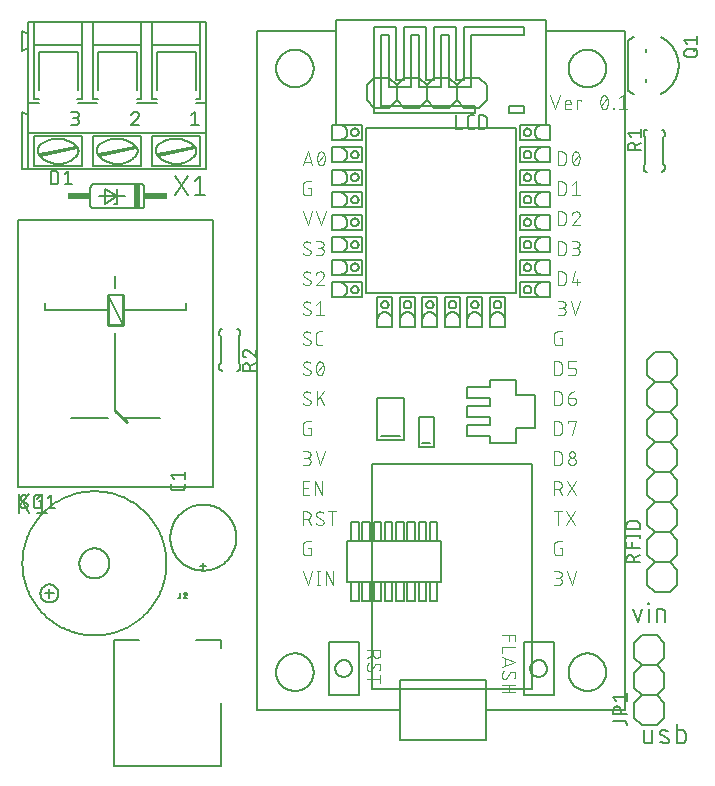
<source format=gbr>
G04 EAGLE Gerber RS-274X export*
G75*
%MOMM*%
%FSLAX34Y34*%
%LPD*%
%INSilkscreen Top*%
%IPPOS*%
%AMOC8*
5,1,8,0,0,1.08239X$1,22.5*%
G01*
%ADD10C,0.152400*%
%ADD11C,0.127000*%
%ADD12C,0.101600*%
%ADD13C,0.254000*%
%ADD14C,0.177800*%
%ADD15R,0.508000X2.032000*%
%ADD16R,1.905000X0.508000*%
%ADD17C,0.203200*%


D10*
X541820Y13756D02*
X541820Y5628D01*
X541822Y5527D01*
X541828Y5426D01*
X541837Y5325D01*
X541850Y5224D01*
X541867Y5124D01*
X541888Y5025D01*
X541912Y4927D01*
X541940Y4830D01*
X541972Y4733D01*
X542007Y4638D01*
X542046Y4545D01*
X542088Y4453D01*
X542134Y4362D01*
X542183Y4273D01*
X542235Y4187D01*
X542291Y4102D01*
X542349Y4019D01*
X542411Y3939D01*
X542476Y3861D01*
X542543Y3785D01*
X542613Y3712D01*
X542686Y3642D01*
X542762Y3575D01*
X542840Y3510D01*
X542920Y3448D01*
X543003Y3390D01*
X543088Y3334D01*
X543175Y3282D01*
X543263Y3233D01*
X543354Y3187D01*
X543446Y3145D01*
X543539Y3106D01*
X543634Y3071D01*
X543731Y3039D01*
X543828Y3011D01*
X543926Y2987D01*
X544025Y2966D01*
X544125Y2949D01*
X544226Y2936D01*
X544327Y2927D01*
X544428Y2921D01*
X544529Y2919D01*
X549045Y2919D01*
X549045Y13756D01*
X557242Y9241D02*
X561758Y7434D01*
X557242Y9241D02*
X557154Y9278D01*
X557068Y9319D01*
X556983Y9363D01*
X556900Y9411D01*
X556820Y9462D01*
X556741Y9516D01*
X556665Y9574D01*
X556591Y9634D01*
X556519Y9698D01*
X556451Y9764D01*
X556385Y9834D01*
X556322Y9905D01*
X556261Y9980D01*
X556204Y10056D01*
X556151Y10135D01*
X556100Y10216D01*
X556053Y10299D01*
X556009Y10384D01*
X555969Y10471D01*
X555932Y10559D01*
X555899Y10649D01*
X555869Y10740D01*
X555844Y10832D01*
X555822Y10925D01*
X555804Y11019D01*
X555789Y11113D01*
X555779Y11208D01*
X555773Y11304D01*
X555770Y11399D01*
X555771Y11495D01*
X555777Y11590D01*
X555786Y11686D01*
X555799Y11780D01*
X555815Y11874D01*
X555836Y11968D01*
X555861Y12060D01*
X555889Y12151D01*
X555921Y12241D01*
X555956Y12330D01*
X555995Y12417D01*
X556038Y12503D01*
X556084Y12587D01*
X556134Y12668D01*
X556186Y12748D01*
X556242Y12826D01*
X556302Y12901D01*
X556364Y12973D01*
X556429Y13043D01*
X556497Y13111D01*
X556567Y13175D01*
X556640Y13237D01*
X556716Y13295D01*
X556794Y13351D01*
X556874Y13403D01*
X556956Y13452D01*
X557040Y13497D01*
X557126Y13539D01*
X557213Y13578D01*
X557302Y13613D01*
X557393Y13644D01*
X557484Y13671D01*
X557577Y13695D01*
X557670Y13715D01*
X557764Y13731D01*
X557859Y13743D01*
X557954Y13752D01*
X558050Y13756D01*
X558145Y13757D01*
X558145Y13756D02*
X558392Y13749D01*
X558638Y13737D01*
X558884Y13719D01*
X559130Y13694D01*
X559374Y13664D01*
X559618Y13628D01*
X559861Y13587D01*
X560103Y13539D01*
X560344Y13485D01*
X560583Y13426D01*
X560821Y13361D01*
X561057Y13290D01*
X561292Y13214D01*
X561525Y13132D01*
X561755Y13044D01*
X561983Y12951D01*
X562210Y12853D01*
X561758Y7434D02*
X561846Y7397D01*
X561932Y7356D01*
X562017Y7312D01*
X562100Y7264D01*
X562180Y7213D01*
X562259Y7159D01*
X562335Y7101D01*
X562409Y7041D01*
X562481Y6977D01*
X562549Y6911D01*
X562615Y6841D01*
X562678Y6770D01*
X562739Y6695D01*
X562796Y6619D01*
X562849Y6540D01*
X562900Y6459D01*
X562947Y6376D01*
X562991Y6291D01*
X563031Y6204D01*
X563068Y6116D01*
X563101Y6026D01*
X563131Y5935D01*
X563156Y5843D01*
X563178Y5750D01*
X563196Y5656D01*
X563211Y5562D01*
X563221Y5467D01*
X563227Y5371D01*
X563230Y5276D01*
X563229Y5180D01*
X563223Y5085D01*
X563214Y4989D01*
X563201Y4895D01*
X563185Y4801D01*
X563164Y4707D01*
X563139Y4615D01*
X563111Y4524D01*
X563079Y4434D01*
X563044Y4345D01*
X563005Y4258D01*
X562962Y4172D01*
X562916Y4088D01*
X562866Y4007D01*
X562814Y3927D01*
X562758Y3849D01*
X562698Y3774D01*
X562636Y3702D01*
X562571Y3632D01*
X562503Y3564D01*
X562433Y3500D01*
X562360Y3438D01*
X562284Y3380D01*
X562206Y3324D01*
X562126Y3272D01*
X562044Y3223D01*
X561960Y3178D01*
X561874Y3136D01*
X561787Y3097D01*
X561698Y3062D01*
X561607Y3031D01*
X561516Y3004D01*
X561423Y2980D01*
X561330Y2960D01*
X561236Y2944D01*
X561141Y2932D01*
X561046Y2923D01*
X560950Y2919D01*
X560855Y2918D01*
X560855Y2919D02*
X560493Y2928D01*
X560131Y2946D01*
X559770Y2973D01*
X559410Y3008D01*
X559050Y3051D01*
X558691Y3103D01*
X558334Y3164D01*
X557979Y3233D01*
X557625Y3310D01*
X557273Y3396D01*
X556923Y3490D01*
X556575Y3593D01*
X556230Y3703D01*
X555888Y3822D01*
X570029Y2919D02*
X570029Y19175D01*
X570029Y2919D02*
X574545Y2919D01*
X574649Y2921D01*
X574752Y2927D01*
X574856Y2937D01*
X574959Y2951D01*
X575061Y2969D01*
X575162Y2990D01*
X575263Y3016D01*
X575362Y3045D01*
X575461Y3078D01*
X575558Y3115D01*
X575653Y3156D01*
X575747Y3200D01*
X575839Y3248D01*
X575929Y3299D01*
X576018Y3354D01*
X576104Y3412D01*
X576187Y3474D01*
X576269Y3538D01*
X576347Y3606D01*
X576423Y3676D01*
X576497Y3749D01*
X576567Y3826D01*
X576635Y3904D01*
X576699Y3986D01*
X576761Y4069D01*
X576819Y4155D01*
X576874Y4244D01*
X576925Y4334D01*
X576973Y4426D01*
X577017Y4520D01*
X577058Y4615D01*
X577095Y4712D01*
X577128Y4811D01*
X577157Y4910D01*
X577183Y5011D01*
X577204Y5112D01*
X577222Y5214D01*
X577236Y5317D01*
X577246Y5421D01*
X577252Y5524D01*
X577254Y5628D01*
X577254Y11047D01*
X577252Y11148D01*
X577246Y11249D01*
X577237Y11350D01*
X577224Y11451D01*
X577207Y11551D01*
X577186Y11650D01*
X577162Y11748D01*
X577134Y11845D01*
X577102Y11942D01*
X577067Y12037D01*
X577028Y12130D01*
X576986Y12222D01*
X576940Y12313D01*
X576891Y12402D01*
X576839Y12488D01*
X576783Y12573D01*
X576725Y12656D01*
X576663Y12736D01*
X576598Y12814D01*
X576531Y12890D01*
X576461Y12963D01*
X576388Y13033D01*
X576312Y13100D01*
X576234Y13165D01*
X576154Y13227D01*
X576071Y13285D01*
X575986Y13341D01*
X575900Y13393D01*
X575811Y13442D01*
X575720Y13488D01*
X575628Y13530D01*
X575535Y13569D01*
X575440Y13604D01*
X575343Y13636D01*
X575246Y13664D01*
X575148Y13688D01*
X575049Y13709D01*
X574949Y13726D01*
X574848Y13739D01*
X574747Y13748D01*
X574646Y13754D01*
X574545Y13756D01*
X570029Y13756D01*
X536821Y105006D02*
X533209Y115843D01*
X540434Y115843D02*
X536821Y105006D01*
X546200Y105006D02*
X546200Y115843D01*
X545748Y120359D02*
X545748Y121262D01*
X546651Y121262D01*
X546651Y120359D01*
X545748Y120359D01*
X553008Y115843D02*
X553008Y105006D01*
X553008Y115843D02*
X557524Y115843D01*
X557628Y115841D01*
X557731Y115835D01*
X557835Y115825D01*
X557938Y115811D01*
X558040Y115793D01*
X558141Y115772D01*
X558242Y115746D01*
X558341Y115717D01*
X558440Y115684D01*
X558537Y115647D01*
X558632Y115606D01*
X558726Y115562D01*
X558818Y115514D01*
X558908Y115463D01*
X558997Y115408D01*
X559083Y115350D01*
X559166Y115288D01*
X559248Y115224D01*
X559326Y115156D01*
X559402Y115086D01*
X559476Y115013D01*
X559546Y114936D01*
X559614Y114858D01*
X559678Y114776D01*
X559740Y114693D01*
X559798Y114607D01*
X559853Y114518D01*
X559904Y114428D01*
X559952Y114336D01*
X559996Y114242D01*
X560037Y114147D01*
X560074Y114050D01*
X560107Y113951D01*
X560136Y113852D01*
X560162Y113751D01*
X560183Y113650D01*
X560201Y113548D01*
X560215Y113445D01*
X560225Y113341D01*
X560231Y113238D01*
X560233Y113134D01*
X560233Y105006D01*
X544873Y289311D02*
X544873Y302011D01*
X551223Y308361D01*
X563923Y308361D01*
X570273Y302011D01*
X544873Y263911D02*
X551223Y257561D01*
X544873Y263911D02*
X544873Y276611D01*
X551223Y282961D01*
X563923Y282961D01*
X570273Y276611D01*
X570273Y263911D01*
X563923Y257561D01*
X551223Y282961D02*
X544873Y289311D01*
X563923Y282961D02*
X570273Y289311D01*
X570273Y302011D01*
X544873Y225811D02*
X544873Y213111D01*
X544873Y225811D02*
X551223Y232161D01*
X563923Y232161D01*
X570273Y225811D01*
X551223Y232161D02*
X544873Y238511D01*
X544873Y251211D01*
X551223Y257561D01*
X563923Y257561D01*
X570273Y251211D01*
X570273Y238511D01*
X563923Y232161D01*
X544873Y187711D02*
X551223Y181361D01*
X544873Y187711D02*
X544873Y200411D01*
X551223Y206761D01*
X563923Y206761D01*
X570273Y200411D01*
X570273Y187711D01*
X563923Y181361D01*
X551223Y206761D02*
X544873Y213111D01*
X563923Y206761D02*
X570273Y213111D01*
X570273Y225811D01*
X544873Y149611D02*
X544873Y136911D01*
X544873Y149611D02*
X551223Y155961D01*
X563923Y155961D01*
X570273Y149611D01*
X551223Y155961D02*
X544873Y162311D01*
X544873Y175011D01*
X551223Y181361D01*
X563923Y181361D01*
X570273Y175011D01*
X570273Y162311D01*
X563923Y155961D01*
X563923Y130561D02*
X551223Y130561D01*
X544873Y136911D01*
X563923Y130561D02*
X570273Y136911D01*
X570273Y149611D01*
X544873Y314711D02*
X544873Y327411D01*
X551223Y333761D01*
X563923Y333761D01*
X570273Y327411D01*
X551223Y308361D02*
X544873Y314711D01*
X563923Y308361D02*
X570273Y314711D01*
X570273Y327411D01*
D11*
X538650Y155834D02*
X527220Y155834D01*
X527220Y159009D01*
X527222Y159120D01*
X527228Y159230D01*
X527237Y159341D01*
X527251Y159451D01*
X527268Y159560D01*
X527289Y159669D01*
X527314Y159777D01*
X527343Y159884D01*
X527375Y159990D01*
X527411Y160095D01*
X527451Y160198D01*
X527494Y160300D01*
X527541Y160401D01*
X527592Y160500D01*
X527645Y160597D01*
X527702Y160691D01*
X527763Y160784D01*
X527826Y160875D01*
X527893Y160964D01*
X527963Y161050D01*
X528036Y161133D01*
X528111Y161215D01*
X528189Y161293D01*
X528271Y161368D01*
X528354Y161441D01*
X528440Y161511D01*
X528529Y161578D01*
X528620Y161641D01*
X528713Y161702D01*
X528808Y161759D01*
X528904Y161812D01*
X529003Y161863D01*
X529104Y161910D01*
X529206Y161953D01*
X529309Y161993D01*
X529414Y162029D01*
X529520Y162061D01*
X529627Y162090D01*
X529735Y162115D01*
X529844Y162136D01*
X529953Y162153D01*
X530063Y162167D01*
X530174Y162176D01*
X530284Y162182D01*
X530395Y162184D01*
X530506Y162182D01*
X530616Y162176D01*
X530727Y162167D01*
X530837Y162153D01*
X530946Y162136D01*
X531055Y162115D01*
X531163Y162090D01*
X531270Y162061D01*
X531376Y162029D01*
X531481Y161993D01*
X531584Y161953D01*
X531686Y161910D01*
X531787Y161863D01*
X531886Y161812D01*
X531983Y161759D01*
X532077Y161702D01*
X532170Y161641D01*
X532261Y161578D01*
X532350Y161511D01*
X532436Y161441D01*
X532519Y161368D01*
X532601Y161293D01*
X532679Y161215D01*
X532754Y161133D01*
X532827Y161050D01*
X532897Y160964D01*
X532964Y160875D01*
X533027Y160784D01*
X533088Y160691D01*
X533145Y160597D01*
X533198Y160500D01*
X533249Y160401D01*
X533296Y160300D01*
X533339Y160198D01*
X533379Y160095D01*
X533415Y159990D01*
X533447Y159884D01*
X533476Y159777D01*
X533501Y159669D01*
X533522Y159560D01*
X533539Y159451D01*
X533553Y159341D01*
X533562Y159230D01*
X533568Y159120D01*
X533570Y159009D01*
X533570Y155834D01*
X533570Y159644D02*
X538650Y162184D01*
X538650Y167588D02*
X527220Y167588D01*
X527220Y172668D01*
X532300Y172668D02*
X532300Y167588D01*
X527220Y177976D02*
X538650Y177976D01*
X538650Y176706D02*
X538650Y179246D01*
X527220Y179246D02*
X527220Y176706D01*
X527220Y184326D02*
X538650Y184326D01*
X527220Y184326D02*
X527220Y187501D01*
X527222Y187612D01*
X527228Y187722D01*
X527237Y187833D01*
X527251Y187943D01*
X527268Y188052D01*
X527289Y188161D01*
X527314Y188269D01*
X527343Y188376D01*
X527375Y188482D01*
X527411Y188587D01*
X527451Y188690D01*
X527494Y188792D01*
X527541Y188893D01*
X527592Y188992D01*
X527645Y189089D01*
X527702Y189183D01*
X527763Y189276D01*
X527826Y189367D01*
X527893Y189456D01*
X527963Y189542D01*
X528036Y189625D01*
X528111Y189707D01*
X528189Y189785D01*
X528271Y189860D01*
X528354Y189933D01*
X528440Y190003D01*
X528529Y190070D01*
X528620Y190133D01*
X528713Y190194D01*
X528808Y190251D01*
X528904Y190304D01*
X529003Y190355D01*
X529104Y190402D01*
X529206Y190445D01*
X529309Y190485D01*
X529414Y190521D01*
X529520Y190553D01*
X529627Y190582D01*
X529735Y190607D01*
X529844Y190628D01*
X529953Y190645D01*
X530063Y190659D01*
X530174Y190668D01*
X530284Y190674D01*
X530395Y190676D01*
X535475Y190676D01*
X535586Y190674D01*
X535696Y190668D01*
X535807Y190659D01*
X535917Y190645D01*
X536026Y190628D01*
X536135Y190607D01*
X536243Y190582D01*
X536350Y190553D01*
X536456Y190521D01*
X536561Y190485D01*
X536664Y190445D01*
X536766Y190402D01*
X536867Y190355D01*
X536966Y190304D01*
X537063Y190251D01*
X537157Y190194D01*
X537250Y190133D01*
X537341Y190070D01*
X537430Y190003D01*
X537516Y189933D01*
X537599Y189860D01*
X537681Y189785D01*
X537759Y189707D01*
X537834Y189625D01*
X537907Y189542D01*
X537977Y189456D01*
X538044Y189367D01*
X538107Y189276D01*
X538168Y189183D01*
X538225Y189089D01*
X538278Y188992D01*
X538329Y188893D01*
X538376Y188792D01*
X538419Y188690D01*
X538459Y188587D01*
X538495Y188482D01*
X538527Y188376D01*
X538556Y188269D01*
X538581Y188161D01*
X538602Y188052D01*
X538619Y187943D01*
X538633Y187833D01*
X538642Y187722D01*
X538648Y187612D01*
X538650Y187501D01*
X538650Y184326D01*
D10*
X351757Y540488D02*
X358107Y546838D01*
X351757Y540488D02*
X339057Y540488D01*
X332707Y546838D01*
X332707Y559538D01*
X339057Y565888D01*
X351757Y565888D01*
X358107Y559538D01*
X389857Y540488D02*
X402557Y540488D01*
X389857Y540488D02*
X383507Y546838D01*
X383507Y559538D01*
X389857Y565888D01*
X383507Y546838D02*
X377157Y540488D01*
X364457Y540488D01*
X358107Y546838D01*
X358107Y559538D01*
X364457Y565888D01*
X377157Y565888D01*
X383507Y559538D01*
X408907Y559538D02*
X408907Y546838D01*
X402557Y540488D01*
X408907Y559538D02*
X402557Y565888D01*
X389857Y565888D01*
X326357Y540488D02*
X313657Y540488D01*
X307307Y546838D01*
X307307Y559538D01*
X313657Y565888D01*
X332707Y546838D02*
X326357Y540488D01*
X332707Y559538D02*
X326357Y565888D01*
X313657Y565888D01*
D11*
X383279Y534265D02*
X383279Y522835D01*
X388359Y522835D01*
X395281Y522835D02*
X397821Y522835D01*
X395281Y522835D02*
X395181Y522837D01*
X395082Y522843D01*
X394982Y522853D01*
X394884Y522866D01*
X394785Y522884D01*
X394688Y522905D01*
X394592Y522930D01*
X394496Y522959D01*
X394402Y522992D01*
X394309Y523028D01*
X394218Y523068D01*
X394128Y523112D01*
X394040Y523159D01*
X393954Y523209D01*
X393870Y523263D01*
X393788Y523320D01*
X393709Y523380D01*
X393631Y523444D01*
X393557Y523510D01*
X393485Y523579D01*
X393416Y523651D01*
X393350Y523725D01*
X393286Y523803D01*
X393226Y523882D01*
X393169Y523964D01*
X393115Y524048D01*
X393065Y524134D01*
X393018Y524222D01*
X392974Y524312D01*
X392934Y524403D01*
X392898Y524496D01*
X392865Y524590D01*
X392836Y524686D01*
X392811Y524782D01*
X392790Y524879D01*
X392772Y524978D01*
X392759Y525076D01*
X392749Y525176D01*
X392743Y525275D01*
X392741Y525375D01*
X392741Y531725D01*
X392743Y531825D01*
X392749Y531924D01*
X392759Y532024D01*
X392772Y532122D01*
X392790Y532221D01*
X392811Y532318D01*
X392836Y532414D01*
X392865Y532510D01*
X392898Y532604D01*
X392934Y532697D01*
X392974Y532788D01*
X393018Y532878D01*
X393065Y532966D01*
X393115Y533052D01*
X393169Y533136D01*
X393226Y533218D01*
X393286Y533297D01*
X393350Y533375D01*
X393416Y533449D01*
X393485Y533521D01*
X393557Y533590D01*
X393631Y533656D01*
X393709Y533720D01*
X393788Y533780D01*
X393870Y533837D01*
X393954Y533891D01*
X394040Y533941D01*
X394128Y533988D01*
X394218Y534032D01*
X394309Y534072D01*
X394402Y534108D01*
X394496Y534141D01*
X394592Y534170D01*
X394688Y534195D01*
X394785Y534216D01*
X394884Y534234D01*
X394982Y534247D01*
X395082Y534257D01*
X395181Y534263D01*
X395281Y534265D01*
X397821Y534265D01*
X402684Y534265D02*
X402684Y522835D01*
X402684Y534265D02*
X405859Y534265D01*
X405970Y534263D01*
X406080Y534257D01*
X406191Y534248D01*
X406301Y534234D01*
X406410Y534217D01*
X406519Y534196D01*
X406627Y534171D01*
X406734Y534142D01*
X406840Y534110D01*
X406945Y534074D01*
X407048Y534034D01*
X407150Y533991D01*
X407251Y533944D01*
X407350Y533893D01*
X407447Y533840D01*
X407541Y533783D01*
X407634Y533722D01*
X407725Y533659D01*
X407814Y533592D01*
X407900Y533522D01*
X407983Y533449D01*
X408065Y533374D01*
X408143Y533296D01*
X408218Y533214D01*
X408291Y533131D01*
X408361Y533045D01*
X408428Y532956D01*
X408491Y532865D01*
X408552Y532772D01*
X408609Y532678D01*
X408662Y532581D01*
X408713Y532482D01*
X408760Y532381D01*
X408803Y532279D01*
X408843Y532176D01*
X408879Y532071D01*
X408911Y531965D01*
X408940Y531858D01*
X408965Y531750D01*
X408986Y531641D01*
X409003Y531532D01*
X409017Y531422D01*
X409026Y531311D01*
X409032Y531201D01*
X409034Y531090D01*
X409034Y526010D01*
X409032Y525899D01*
X409026Y525789D01*
X409017Y525678D01*
X409003Y525568D01*
X408986Y525459D01*
X408965Y525350D01*
X408940Y525242D01*
X408911Y525135D01*
X408879Y525029D01*
X408843Y524924D01*
X408803Y524821D01*
X408760Y524719D01*
X408713Y524618D01*
X408662Y524519D01*
X408609Y524423D01*
X408552Y524328D01*
X408491Y524235D01*
X408428Y524144D01*
X408361Y524055D01*
X408291Y523969D01*
X408218Y523886D01*
X408143Y523804D01*
X408065Y523726D01*
X407983Y523651D01*
X407900Y523578D01*
X407814Y523508D01*
X407725Y523441D01*
X407634Y523378D01*
X407541Y523317D01*
X407447Y523260D01*
X407350Y523207D01*
X407251Y523156D01*
X407150Y523109D01*
X407048Y523066D01*
X406945Y523026D01*
X406840Y522990D01*
X406734Y522958D01*
X406627Y522929D01*
X406519Y522904D01*
X406410Y522883D01*
X406301Y522866D01*
X406191Y522852D01*
X406080Y522843D01*
X405970Y522837D01*
X405859Y522835D01*
X402684Y522835D01*
D10*
X42510Y129530D02*
X34890Y129530D01*
X38700Y133340D02*
X38700Y125720D01*
X15840Y154930D02*
X15858Y156426D01*
X15913Y157921D01*
X16005Y159414D01*
X16134Y160905D01*
X16298Y162392D01*
X16500Y163875D01*
X16737Y165352D01*
X17011Y166823D01*
X17321Y168286D01*
X17667Y169742D01*
X18048Y171189D01*
X18465Y172626D01*
X18917Y174052D01*
X19403Y175467D01*
X19925Y176869D01*
X20480Y178258D01*
X21070Y179634D01*
X21693Y180994D01*
X22349Y182338D01*
X23038Y183666D01*
X23759Y184977D01*
X24513Y186270D01*
X25298Y187543D01*
X26114Y188798D01*
X26960Y190031D01*
X27836Y191244D01*
X28742Y192435D01*
X29677Y193603D01*
X30641Y194747D01*
X31632Y195868D01*
X32650Y196964D01*
X33695Y198035D01*
X34766Y199080D01*
X35862Y200098D01*
X36983Y201089D01*
X38127Y202053D01*
X39295Y202988D01*
X40486Y203894D01*
X41699Y204770D01*
X42932Y205616D01*
X44187Y206432D01*
X45460Y207217D01*
X46753Y207971D01*
X48064Y208692D01*
X49392Y209381D01*
X50736Y210037D01*
X52096Y210660D01*
X53472Y211250D01*
X54861Y211805D01*
X56263Y212327D01*
X57678Y212813D01*
X59104Y213265D01*
X60541Y213682D01*
X61988Y214063D01*
X63444Y214409D01*
X64907Y214719D01*
X66378Y214993D01*
X67855Y215230D01*
X69338Y215432D01*
X70825Y215596D01*
X72316Y215725D01*
X73809Y215817D01*
X75304Y215872D01*
X76800Y215890D01*
X78296Y215872D01*
X79791Y215817D01*
X81284Y215725D01*
X82775Y215596D01*
X84262Y215432D01*
X85745Y215230D01*
X87222Y214993D01*
X88693Y214719D01*
X90156Y214409D01*
X91612Y214063D01*
X93059Y213682D01*
X94496Y213265D01*
X95922Y212813D01*
X97337Y212327D01*
X98739Y211805D01*
X100128Y211250D01*
X101504Y210660D01*
X102864Y210037D01*
X104208Y209381D01*
X105536Y208692D01*
X106847Y207971D01*
X108140Y207217D01*
X109413Y206432D01*
X110668Y205616D01*
X111901Y204770D01*
X113114Y203894D01*
X114305Y202988D01*
X115473Y202053D01*
X116617Y201089D01*
X117738Y200098D01*
X118834Y199080D01*
X119905Y198035D01*
X120950Y196964D01*
X121968Y195868D01*
X122959Y194747D01*
X123923Y193603D01*
X124858Y192435D01*
X125764Y191244D01*
X126640Y190031D01*
X127486Y188798D01*
X128302Y187543D01*
X129087Y186270D01*
X129841Y184977D01*
X130562Y183666D01*
X131251Y182338D01*
X131907Y180994D01*
X132530Y179634D01*
X133120Y178258D01*
X133675Y176869D01*
X134197Y175467D01*
X134683Y174052D01*
X135135Y172626D01*
X135552Y171189D01*
X135933Y169742D01*
X136279Y168286D01*
X136589Y166823D01*
X136863Y165352D01*
X137100Y163875D01*
X137302Y162392D01*
X137466Y160905D01*
X137595Y159414D01*
X137687Y157921D01*
X137742Y156426D01*
X137760Y154930D01*
X137742Y153434D01*
X137687Y151939D01*
X137595Y150446D01*
X137466Y148955D01*
X137302Y147468D01*
X137100Y145985D01*
X136863Y144508D01*
X136589Y143037D01*
X136279Y141574D01*
X135933Y140118D01*
X135552Y138671D01*
X135135Y137234D01*
X134683Y135808D01*
X134197Y134393D01*
X133675Y132991D01*
X133120Y131602D01*
X132530Y130226D01*
X131907Y128866D01*
X131251Y127522D01*
X130562Y126194D01*
X129841Y124883D01*
X129087Y123590D01*
X128302Y122317D01*
X127486Y121062D01*
X126640Y119829D01*
X125764Y118616D01*
X124858Y117425D01*
X123923Y116257D01*
X122959Y115113D01*
X121968Y113992D01*
X120950Y112896D01*
X119905Y111825D01*
X118834Y110780D01*
X117738Y109762D01*
X116617Y108771D01*
X115473Y107807D01*
X114305Y106872D01*
X113114Y105966D01*
X111901Y105090D01*
X110668Y104244D01*
X109413Y103428D01*
X108140Y102643D01*
X106847Y101889D01*
X105536Y101168D01*
X104208Y100479D01*
X102864Y99823D01*
X101504Y99200D01*
X100128Y98610D01*
X98739Y98055D01*
X97337Y97533D01*
X95922Y97047D01*
X94496Y96595D01*
X93059Y96178D01*
X91612Y95797D01*
X90156Y95451D01*
X88693Y95141D01*
X87222Y94867D01*
X85745Y94630D01*
X84262Y94428D01*
X82775Y94264D01*
X81284Y94135D01*
X79791Y94043D01*
X78296Y93988D01*
X76800Y93970D01*
X75304Y93988D01*
X73809Y94043D01*
X72316Y94135D01*
X70825Y94264D01*
X69338Y94428D01*
X67855Y94630D01*
X66378Y94867D01*
X64907Y95141D01*
X63444Y95451D01*
X61988Y95797D01*
X60541Y96178D01*
X59104Y96595D01*
X57678Y97047D01*
X56263Y97533D01*
X54861Y98055D01*
X53472Y98610D01*
X52096Y99200D01*
X50736Y99823D01*
X49392Y100479D01*
X48064Y101168D01*
X46753Y101889D01*
X45460Y102643D01*
X44187Y103428D01*
X42932Y104244D01*
X41699Y105090D01*
X40486Y105966D01*
X39295Y106872D01*
X38127Y107807D01*
X36983Y108771D01*
X35862Y109762D01*
X34766Y110780D01*
X33695Y111825D01*
X32650Y112896D01*
X31632Y113992D01*
X30641Y115113D01*
X29677Y116257D01*
X28742Y117425D01*
X27836Y118616D01*
X26960Y119829D01*
X26114Y121062D01*
X25298Y122317D01*
X24513Y123590D01*
X23759Y124883D01*
X23038Y126194D01*
X22349Y127522D01*
X21693Y128866D01*
X21070Y130226D01*
X20480Y131602D01*
X19925Y132991D01*
X19403Y134393D01*
X18917Y135808D01*
X18465Y137234D01*
X18048Y138671D01*
X17667Y140118D01*
X17321Y141574D01*
X17011Y143037D01*
X16737Y144508D01*
X16500Y145985D01*
X16298Y147468D01*
X16134Y148955D01*
X16005Y150446D01*
X15913Y151939D01*
X15858Y153434D01*
X15840Y154930D01*
X64100Y154930D02*
X64104Y155242D01*
X64115Y155553D01*
X64134Y155864D01*
X64161Y156175D01*
X64196Y156485D01*
X64237Y156793D01*
X64287Y157101D01*
X64344Y157408D01*
X64409Y157713D01*
X64481Y158016D01*
X64560Y158317D01*
X64647Y158617D01*
X64741Y158914D01*
X64842Y159209D01*
X64951Y159501D01*
X65067Y159790D01*
X65190Y160077D01*
X65319Y160360D01*
X65456Y160640D01*
X65600Y160917D01*
X65750Y161190D01*
X65907Y161459D01*
X66070Y161724D01*
X66240Y161986D01*
X66417Y162243D01*
X66599Y162495D01*
X66788Y162743D01*
X66983Y162987D01*
X67183Y163225D01*
X67390Y163459D01*
X67602Y163687D01*
X67820Y163910D01*
X68043Y164128D01*
X68271Y164340D01*
X68505Y164547D01*
X68743Y164747D01*
X68987Y164942D01*
X69235Y165131D01*
X69487Y165313D01*
X69744Y165490D01*
X70006Y165660D01*
X70271Y165823D01*
X70540Y165980D01*
X70813Y166130D01*
X71090Y166274D01*
X71370Y166411D01*
X71653Y166540D01*
X71940Y166663D01*
X72229Y166779D01*
X72521Y166888D01*
X72816Y166989D01*
X73113Y167083D01*
X73413Y167170D01*
X73714Y167249D01*
X74017Y167321D01*
X74322Y167386D01*
X74629Y167443D01*
X74937Y167493D01*
X75245Y167534D01*
X75555Y167569D01*
X75866Y167596D01*
X76177Y167615D01*
X76488Y167626D01*
X76800Y167630D01*
X77112Y167626D01*
X77423Y167615D01*
X77734Y167596D01*
X78045Y167569D01*
X78355Y167534D01*
X78663Y167493D01*
X78971Y167443D01*
X79278Y167386D01*
X79583Y167321D01*
X79886Y167249D01*
X80187Y167170D01*
X80487Y167083D01*
X80784Y166989D01*
X81079Y166888D01*
X81371Y166779D01*
X81660Y166663D01*
X81947Y166540D01*
X82230Y166411D01*
X82510Y166274D01*
X82787Y166130D01*
X83060Y165980D01*
X83329Y165823D01*
X83594Y165660D01*
X83856Y165490D01*
X84113Y165313D01*
X84365Y165131D01*
X84613Y164942D01*
X84857Y164747D01*
X85095Y164547D01*
X85329Y164340D01*
X85557Y164128D01*
X85780Y163910D01*
X85998Y163687D01*
X86210Y163459D01*
X86417Y163225D01*
X86617Y162987D01*
X86812Y162743D01*
X87001Y162495D01*
X87183Y162243D01*
X87360Y161986D01*
X87530Y161724D01*
X87693Y161459D01*
X87850Y161190D01*
X88000Y160917D01*
X88144Y160640D01*
X88281Y160360D01*
X88410Y160077D01*
X88533Y159790D01*
X88649Y159501D01*
X88758Y159209D01*
X88859Y158914D01*
X88953Y158617D01*
X89040Y158317D01*
X89119Y158016D01*
X89191Y157713D01*
X89256Y157408D01*
X89313Y157101D01*
X89363Y156793D01*
X89404Y156485D01*
X89439Y156175D01*
X89466Y155864D01*
X89485Y155553D01*
X89496Y155242D01*
X89500Y154930D01*
X89496Y154618D01*
X89485Y154307D01*
X89466Y153996D01*
X89439Y153685D01*
X89404Y153375D01*
X89363Y153067D01*
X89313Y152759D01*
X89256Y152452D01*
X89191Y152147D01*
X89119Y151844D01*
X89040Y151543D01*
X88953Y151243D01*
X88859Y150946D01*
X88758Y150651D01*
X88649Y150359D01*
X88533Y150070D01*
X88410Y149783D01*
X88281Y149500D01*
X88144Y149220D01*
X88000Y148943D01*
X87850Y148670D01*
X87693Y148401D01*
X87530Y148136D01*
X87360Y147874D01*
X87183Y147617D01*
X87001Y147365D01*
X86812Y147117D01*
X86617Y146873D01*
X86417Y146635D01*
X86210Y146401D01*
X85998Y146173D01*
X85780Y145950D01*
X85557Y145732D01*
X85329Y145520D01*
X85095Y145313D01*
X84857Y145113D01*
X84613Y144918D01*
X84365Y144729D01*
X84113Y144547D01*
X83856Y144370D01*
X83594Y144200D01*
X83329Y144037D01*
X83060Y143880D01*
X82787Y143730D01*
X82510Y143586D01*
X82230Y143449D01*
X81947Y143320D01*
X81660Y143197D01*
X81371Y143081D01*
X81079Y142972D01*
X80784Y142871D01*
X80487Y142777D01*
X80187Y142690D01*
X79886Y142611D01*
X79583Y142539D01*
X79278Y142474D01*
X78971Y142417D01*
X78663Y142367D01*
X78355Y142326D01*
X78045Y142291D01*
X77734Y142264D01*
X77423Y142245D01*
X77112Y142234D01*
X76800Y142230D01*
X76488Y142234D01*
X76177Y142245D01*
X75866Y142264D01*
X75555Y142291D01*
X75245Y142326D01*
X74937Y142367D01*
X74629Y142417D01*
X74322Y142474D01*
X74017Y142539D01*
X73714Y142611D01*
X73413Y142690D01*
X73113Y142777D01*
X72816Y142871D01*
X72521Y142972D01*
X72229Y143081D01*
X71940Y143197D01*
X71653Y143320D01*
X71370Y143449D01*
X71090Y143586D01*
X70813Y143730D01*
X70540Y143880D01*
X70271Y144037D01*
X70006Y144200D01*
X69744Y144370D01*
X69487Y144547D01*
X69235Y144729D01*
X68987Y144918D01*
X68743Y145113D01*
X68505Y145313D01*
X68271Y145520D01*
X68043Y145732D01*
X67820Y145950D01*
X67602Y146173D01*
X67390Y146401D01*
X67183Y146635D01*
X66983Y146873D01*
X66788Y147117D01*
X66599Y147365D01*
X66417Y147617D01*
X66240Y147874D01*
X66070Y148136D01*
X65907Y148401D01*
X65750Y148670D01*
X65600Y148943D01*
X65456Y149220D01*
X65319Y149500D01*
X65190Y149783D01*
X65067Y150070D01*
X64951Y150359D01*
X64842Y150651D01*
X64741Y150946D01*
X64647Y151243D01*
X64560Y151543D01*
X64481Y151844D01*
X64409Y152147D01*
X64344Y152452D01*
X64287Y152759D01*
X64237Y153067D01*
X64196Y153375D01*
X64161Y153685D01*
X64134Y153996D01*
X64115Y154307D01*
X64104Y154618D01*
X64100Y154930D01*
X31080Y129530D02*
X31082Y129717D01*
X31089Y129904D01*
X31101Y130091D01*
X31117Y130277D01*
X31137Y130463D01*
X31162Y130648D01*
X31192Y130833D01*
X31226Y131017D01*
X31265Y131200D01*
X31308Y131382D01*
X31356Y131562D01*
X31408Y131742D01*
X31465Y131920D01*
X31525Y132097D01*
X31591Y132272D01*
X31660Y132446D01*
X31734Y132618D01*
X31812Y132788D01*
X31894Y132956D01*
X31980Y133122D01*
X32070Y133286D01*
X32164Y133447D01*
X32262Y133607D01*
X32364Y133763D01*
X32470Y133918D01*
X32580Y134069D01*
X32693Y134218D01*
X32810Y134364D01*
X32930Y134507D01*
X33054Y134647D01*
X33181Y134784D01*
X33312Y134918D01*
X33446Y135049D01*
X33583Y135176D01*
X33723Y135300D01*
X33866Y135420D01*
X34012Y135537D01*
X34161Y135650D01*
X34312Y135760D01*
X34467Y135866D01*
X34623Y135968D01*
X34783Y136066D01*
X34944Y136160D01*
X35108Y136250D01*
X35274Y136336D01*
X35442Y136418D01*
X35612Y136496D01*
X35784Y136570D01*
X35958Y136639D01*
X36133Y136705D01*
X36310Y136765D01*
X36488Y136822D01*
X36668Y136874D01*
X36848Y136922D01*
X37030Y136965D01*
X37213Y137004D01*
X37397Y137038D01*
X37582Y137068D01*
X37767Y137093D01*
X37953Y137113D01*
X38139Y137129D01*
X38326Y137141D01*
X38513Y137148D01*
X38700Y137150D01*
X38887Y137148D01*
X39074Y137141D01*
X39261Y137129D01*
X39447Y137113D01*
X39633Y137093D01*
X39818Y137068D01*
X40003Y137038D01*
X40187Y137004D01*
X40370Y136965D01*
X40552Y136922D01*
X40732Y136874D01*
X40912Y136822D01*
X41090Y136765D01*
X41267Y136705D01*
X41442Y136639D01*
X41616Y136570D01*
X41788Y136496D01*
X41958Y136418D01*
X42126Y136336D01*
X42292Y136250D01*
X42456Y136160D01*
X42617Y136066D01*
X42777Y135968D01*
X42933Y135866D01*
X43088Y135760D01*
X43239Y135650D01*
X43388Y135537D01*
X43534Y135420D01*
X43677Y135300D01*
X43817Y135176D01*
X43954Y135049D01*
X44088Y134918D01*
X44219Y134784D01*
X44346Y134647D01*
X44470Y134507D01*
X44590Y134364D01*
X44707Y134218D01*
X44820Y134069D01*
X44930Y133918D01*
X45036Y133763D01*
X45138Y133607D01*
X45236Y133447D01*
X45330Y133286D01*
X45420Y133122D01*
X45506Y132956D01*
X45588Y132788D01*
X45666Y132618D01*
X45740Y132446D01*
X45809Y132272D01*
X45875Y132097D01*
X45935Y131920D01*
X45992Y131742D01*
X46044Y131562D01*
X46092Y131382D01*
X46135Y131200D01*
X46174Y131017D01*
X46208Y130833D01*
X46238Y130648D01*
X46263Y130463D01*
X46283Y130277D01*
X46299Y130091D01*
X46311Y129904D01*
X46318Y129717D01*
X46320Y129530D01*
X46318Y129343D01*
X46311Y129156D01*
X46299Y128969D01*
X46283Y128783D01*
X46263Y128597D01*
X46238Y128412D01*
X46208Y128227D01*
X46174Y128043D01*
X46135Y127860D01*
X46092Y127678D01*
X46044Y127498D01*
X45992Y127318D01*
X45935Y127140D01*
X45875Y126963D01*
X45809Y126788D01*
X45740Y126614D01*
X45666Y126442D01*
X45588Y126272D01*
X45506Y126104D01*
X45420Y125938D01*
X45330Y125774D01*
X45236Y125613D01*
X45138Y125453D01*
X45036Y125297D01*
X44930Y125142D01*
X44820Y124991D01*
X44707Y124842D01*
X44590Y124696D01*
X44470Y124553D01*
X44346Y124413D01*
X44219Y124276D01*
X44088Y124142D01*
X43954Y124011D01*
X43817Y123884D01*
X43677Y123760D01*
X43534Y123640D01*
X43388Y123523D01*
X43239Y123410D01*
X43088Y123300D01*
X42933Y123194D01*
X42777Y123092D01*
X42617Y122994D01*
X42456Y122900D01*
X42292Y122810D01*
X42126Y122724D01*
X41958Y122642D01*
X41788Y122564D01*
X41616Y122490D01*
X41442Y122421D01*
X41267Y122355D01*
X41090Y122295D01*
X40912Y122238D01*
X40732Y122186D01*
X40552Y122138D01*
X40370Y122095D01*
X40187Y122056D01*
X40003Y122022D01*
X39818Y121992D01*
X39633Y121967D01*
X39447Y121947D01*
X39261Y121931D01*
X39074Y121919D01*
X38887Y121912D01*
X38700Y121910D01*
X38513Y121912D01*
X38326Y121919D01*
X38139Y121931D01*
X37953Y121947D01*
X37767Y121967D01*
X37582Y121992D01*
X37397Y122022D01*
X37213Y122056D01*
X37030Y122095D01*
X36848Y122138D01*
X36668Y122186D01*
X36488Y122238D01*
X36310Y122295D01*
X36133Y122355D01*
X35958Y122421D01*
X35784Y122490D01*
X35612Y122564D01*
X35442Y122642D01*
X35274Y122724D01*
X35108Y122810D01*
X34944Y122900D01*
X34783Y122994D01*
X34623Y123092D01*
X34467Y123194D01*
X34312Y123300D01*
X34161Y123410D01*
X34012Y123523D01*
X33866Y123640D01*
X33723Y123760D01*
X33583Y123884D01*
X33446Y124011D01*
X33312Y124142D01*
X33181Y124276D01*
X33054Y124413D01*
X32930Y124553D01*
X32810Y124696D01*
X32693Y124842D01*
X32580Y124991D01*
X32470Y125142D01*
X32364Y125297D01*
X32262Y125453D01*
X32164Y125613D01*
X32070Y125774D01*
X31980Y125938D01*
X31894Y126104D01*
X31812Y126272D01*
X31734Y126442D01*
X31660Y126614D01*
X31591Y126788D01*
X31525Y126963D01*
X31465Y127140D01*
X31408Y127318D01*
X31356Y127498D01*
X31308Y127678D01*
X31265Y127860D01*
X31226Y128043D01*
X31192Y128227D01*
X31162Y128412D01*
X31137Y128597D01*
X31117Y128783D01*
X31101Y128969D01*
X31089Y129156D01*
X31082Y129343D01*
X31080Y129530D01*
D11*
X17777Y201423D02*
X17877Y201425D01*
X17976Y201431D01*
X18076Y201441D01*
X18174Y201454D01*
X18273Y201472D01*
X18370Y201493D01*
X18466Y201518D01*
X18562Y201547D01*
X18656Y201580D01*
X18749Y201616D01*
X18840Y201656D01*
X18930Y201700D01*
X19018Y201747D01*
X19104Y201797D01*
X19188Y201851D01*
X19270Y201908D01*
X19349Y201968D01*
X19427Y202032D01*
X19501Y202098D01*
X19573Y202167D01*
X19642Y202239D01*
X19708Y202313D01*
X19772Y202391D01*
X19832Y202470D01*
X19889Y202552D01*
X19943Y202636D01*
X19993Y202722D01*
X20040Y202810D01*
X20084Y202900D01*
X20124Y202991D01*
X20160Y203084D01*
X20193Y203178D01*
X20222Y203274D01*
X20247Y203370D01*
X20268Y203467D01*
X20286Y203566D01*
X20299Y203664D01*
X20309Y203764D01*
X20315Y203863D01*
X20317Y203963D01*
X17777Y201423D02*
X17636Y201425D01*
X17495Y201430D01*
X17354Y201440D01*
X17213Y201453D01*
X17073Y201469D01*
X16933Y201490D01*
X16794Y201514D01*
X16655Y201542D01*
X16518Y201573D01*
X16381Y201608D01*
X16245Y201646D01*
X16110Y201688D01*
X15977Y201734D01*
X15844Y201783D01*
X15713Y201836D01*
X15584Y201892D01*
X15455Y201951D01*
X15329Y202014D01*
X15204Y202080D01*
X15081Y202149D01*
X14960Y202222D01*
X14841Y202298D01*
X14723Y202377D01*
X14608Y202458D01*
X14496Y202543D01*
X14385Y202631D01*
X14277Y202722D01*
X14171Y202815D01*
X14068Y202912D01*
X13967Y203011D01*
X14285Y210313D02*
X14287Y210413D01*
X14293Y210512D01*
X14303Y210612D01*
X14316Y210710D01*
X14334Y210809D01*
X14355Y210906D01*
X14380Y211002D01*
X14409Y211098D01*
X14442Y211192D01*
X14478Y211285D01*
X14518Y211376D01*
X14562Y211466D01*
X14609Y211554D01*
X14659Y211640D01*
X14713Y211724D01*
X14770Y211806D01*
X14830Y211885D01*
X14894Y211963D01*
X14960Y212037D01*
X15029Y212109D01*
X15101Y212178D01*
X15175Y212244D01*
X15253Y212308D01*
X15332Y212368D01*
X15414Y212425D01*
X15498Y212479D01*
X15584Y212529D01*
X15672Y212576D01*
X15762Y212620D01*
X15853Y212660D01*
X15946Y212696D01*
X16040Y212729D01*
X16136Y212758D01*
X16232Y212783D01*
X16329Y212804D01*
X16428Y212822D01*
X16526Y212835D01*
X16626Y212845D01*
X16725Y212851D01*
X16825Y212853D01*
X16825Y212854D02*
X16958Y212852D01*
X17091Y212847D01*
X17224Y212837D01*
X17357Y212824D01*
X17489Y212807D01*
X17621Y212787D01*
X17752Y212763D01*
X17882Y212735D01*
X18012Y212704D01*
X18140Y212669D01*
X18268Y212630D01*
X18394Y212588D01*
X18519Y212542D01*
X18643Y212493D01*
X18766Y212441D01*
X18887Y212385D01*
X19006Y212325D01*
X19124Y212263D01*
X19239Y212197D01*
X19353Y212128D01*
X19465Y212055D01*
X19575Y211980D01*
X19683Y211901D01*
X15555Y208090D02*
X15471Y208142D01*
X15388Y208197D01*
X15308Y208256D01*
X15230Y208317D01*
X15155Y208381D01*
X15082Y208449D01*
X15011Y208519D01*
X14944Y208591D01*
X14879Y208666D01*
X14817Y208744D01*
X14758Y208824D01*
X14702Y208906D01*
X14650Y208990D01*
X14601Y209076D01*
X14555Y209164D01*
X14512Y209254D01*
X14473Y209345D01*
X14438Y209438D01*
X14406Y209532D01*
X14378Y209627D01*
X14353Y209723D01*
X14333Y209820D01*
X14315Y209918D01*
X14302Y210016D01*
X14293Y210115D01*
X14287Y210214D01*
X14285Y210313D01*
X19048Y206186D02*
X19132Y206134D01*
X19215Y206079D01*
X19295Y206020D01*
X19373Y205959D01*
X19448Y205895D01*
X19521Y205827D01*
X19592Y205757D01*
X19659Y205685D01*
X19724Y205610D01*
X19786Y205532D01*
X19845Y205452D01*
X19901Y205370D01*
X19953Y205286D01*
X20002Y205200D01*
X20048Y205112D01*
X20091Y205022D01*
X20130Y204931D01*
X20165Y204838D01*
X20197Y204744D01*
X20225Y204649D01*
X20250Y204553D01*
X20270Y204456D01*
X20288Y204358D01*
X20301Y204260D01*
X20310Y204161D01*
X20316Y204062D01*
X20318Y203963D01*
X19047Y206186D02*
X15555Y208091D01*
X29842Y207773D02*
X31747Y207773D01*
X31747Y201423D01*
X27937Y201423D01*
X27837Y201425D01*
X27738Y201431D01*
X27638Y201441D01*
X27540Y201454D01*
X27441Y201472D01*
X27344Y201493D01*
X27248Y201518D01*
X27152Y201547D01*
X27058Y201580D01*
X26965Y201616D01*
X26874Y201656D01*
X26784Y201700D01*
X26696Y201747D01*
X26610Y201797D01*
X26526Y201851D01*
X26444Y201908D01*
X26365Y201968D01*
X26287Y202032D01*
X26213Y202098D01*
X26141Y202167D01*
X26072Y202239D01*
X26006Y202313D01*
X25942Y202391D01*
X25882Y202470D01*
X25825Y202552D01*
X25771Y202636D01*
X25721Y202722D01*
X25674Y202810D01*
X25630Y202900D01*
X25590Y202991D01*
X25554Y203084D01*
X25521Y203178D01*
X25492Y203274D01*
X25467Y203370D01*
X25446Y203467D01*
X25428Y203566D01*
X25415Y203664D01*
X25405Y203764D01*
X25399Y203863D01*
X25397Y203963D01*
X25397Y210313D01*
X25399Y210413D01*
X25405Y210512D01*
X25415Y210612D01*
X25428Y210710D01*
X25446Y210809D01*
X25467Y210906D01*
X25492Y211002D01*
X25521Y211098D01*
X25554Y211192D01*
X25590Y211285D01*
X25630Y211376D01*
X25674Y211466D01*
X25721Y211554D01*
X25771Y211640D01*
X25825Y211724D01*
X25882Y211806D01*
X25942Y211885D01*
X26006Y211963D01*
X26072Y212037D01*
X26141Y212109D01*
X26213Y212178D01*
X26287Y212244D01*
X26365Y212308D01*
X26444Y212368D01*
X26526Y212425D01*
X26610Y212479D01*
X26696Y212529D01*
X26784Y212576D01*
X26874Y212620D01*
X26965Y212660D01*
X27058Y212696D01*
X27152Y212729D01*
X27248Y212758D01*
X27344Y212783D01*
X27441Y212804D01*
X27540Y212822D01*
X27638Y212835D01*
X27738Y212845D01*
X27837Y212851D01*
X27937Y212853D01*
X31747Y212853D01*
X37208Y210313D02*
X40383Y212853D01*
X40383Y201423D01*
X37208Y201423D02*
X43558Y201423D01*
X214737Y605751D02*
X281412Y605751D01*
X281412Y615276D01*
X459212Y615276D01*
X459212Y605751D01*
X525887Y605751D01*
X525887Y31076D01*
X408412Y31076D01*
X408412Y5676D01*
X335387Y5676D02*
X335387Y31076D01*
X214737Y31076D01*
X214737Y605751D01*
X306812Y383501D02*
X433812Y383501D01*
X433812Y523201D01*
X306812Y523201D01*
X306812Y383501D01*
X303637Y513676D02*
X303637Y526376D01*
X303637Y513676D02*
X284587Y513676D01*
X284587Y526376D02*
X303637Y526376D01*
X284587Y526376D02*
X284745Y526374D01*
X284904Y526368D01*
X285062Y526358D01*
X285219Y526344D01*
X285377Y526327D01*
X285533Y526305D01*
X285690Y526280D01*
X285845Y526250D01*
X286000Y526217D01*
X286154Y526180D01*
X286307Y526139D01*
X286459Y526094D01*
X286609Y526045D01*
X286759Y525993D01*
X286907Y525937D01*
X287054Y525877D01*
X287199Y525814D01*
X287342Y525747D01*
X287484Y525677D01*
X287624Y525603D01*
X287762Y525525D01*
X287898Y525444D01*
X288032Y525360D01*
X288164Y525273D01*
X288294Y525182D01*
X288421Y525088D01*
X288546Y524991D01*
X288669Y524890D01*
X288789Y524787D01*
X288906Y524681D01*
X289021Y524572D01*
X289133Y524460D01*
X289242Y524345D01*
X289348Y524228D01*
X289451Y524108D01*
X289552Y523985D01*
X289649Y523860D01*
X289743Y523733D01*
X289834Y523603D01*
X289921Y523471D01*
X290005Y523337D01*
X290086Y523201D01*
X290164Y523063D01*
X290238Y522923D01*
X290308Y522781D01*
X290375Y522638D01*
X290438Y522493D01*
X290498Y522346D01*
X290554Y522198D01*
X290606Y522048D01*
X290655Y521898D01*
X290700Y521746D01*
X290741Y521593D01*
X290778Y521439D01*
X290811Y521284D01*
X290841Y521129D01*
X290866Y520972D01*
X290888Y520816D01*
X290905Y520658D01*
X290919Y520501D01*
X290929Y520343D01*
X290935Y520184D01*
X290937Y520026D01*
X290935Y519868D01*
X290929Y519709D01*
X290919Y519551D01*
X290905Y519394D01*
X290888Y519236D01*
X290866Y519080D01*
X290841Y518923D01*
X290811Y518768D01*
X290778Y518613D01*
X290741Y518459D01*
X290700Y518306D01*
X290655Y518154D01*
X290606Y518004D01*
X290554Y517854D01*
X290498Y517706D01*
X290438Y517559D01*
X290375Y517414D01*
X290308Y517271D01*
X290238Y517129D01*
X290164Y516989D01*
X290086Y516851D01*
X290005Y516715D01*
X289921Y516581D01*
X289834Y516449D01*
X289743Y516319D01*
X289649Y516192D01*
X289552Y516067D01*
X289451Y515944D01*
X289348Y515824D01*
X289242Y515707D01*
X289133Y515592D01*
X289021Y515480D01*
X288906Y515371D01*
X288789Y515265D01*
X288669Y515162D01*
X288546Y515061D01*
X288421Y514964D01*
X288294Y514870D01*
X288164Y514779D01*
X288032Y514692D01*
X287898Y514608D01*
X287762Y514527D01*
X287624Y514449D01*
X287484Y514375D01*
X287342Y514305D01*
X287199Y514238D01*
X287054Y514175D01*
X286907Y514115D01*
X286759Y514059D01*
X286609Y514007D01*
X286459Y513958D01*
X286307Y513913D01*
X286154Y513872D01*
X286000Y513835D01*
X285845Y513802D01*
X285690Y513772D01*
X285533Y513747D01*
X285377Y513725D01*
X285219Y513708D01*
X285062Y513694D01*
X284904Y513684D01*
X284745Y513678D01*
X284587Y513676D01*
X278237Y513676D01*
X278237Y526376D01*
X281412Y526376D01*
X284587Y526376D01*
X303637Y507326D02*
X303637Y494626D01*
X284587Y494626D01*
X284587Y507326D02*
X303637Y507326D01*
X284587Y507326D02*
X284745Y507324D01*
X284904Y507318D01*
X285062Y507308D01*
X285219Y507294D01*
X285377Y507277D01*
X285533Y507255D01*
X285690Y507230D01*
X285845Y507200D01*
X286000Y507167D01*
X286154Y507130D01*
X286307Y507089D01*
X286459Y507044D01*
X286609Y506995D01*
X286759Y506943D01*
X286907Y506887D01*
X287054Y506827D01*
X287199Y506764D01*
X287342Y506697D01*
X287484Y506627D01*
X287624Y506553D01*
X287762Y506475D01*
X287898Y506394D01*
X288032Y506310D01*
X288164Y506223D01*
X288294Y506132D01*
X288421Y506038D01*
X288546Y505941D01*
X288669Y505840D01*
X288789Y505737D01*
X288906Y505631D01*
X289021Y505522D01*
X289133Y505410D01*
X289242Y505295D01*
X289348Y505178D01*
X289451Y505058D01*
X289552Y504935D01*
X289649Y504810D01*
X289743Y504683D01*
X289834Y504553D01*
X289921Y504421D01*
X290005Y504287D01*
X290086Y504151D01*
X290164Y504013D01*
X290238Y503873D01*
X290308Y503731D01*
X290375Y503588D01*
X290438Y503443D01*
X290498Y503296D01*
X290554Y503148D01*
X290606Y502998D01*
X290655Y502848D01*
X290700Y502696D01*
X290741Y502543D01*
X290778Y502389D01*
X290811Y502234D01*
X290841Y502079D01*
X290866Y501922D01*
X290888Y501766D01*
X290905Y501608D01*
X290919Y501451D01*
X290929Y501293D01*
X290935Y501134D01*
X290937Y500976D01*
X290935Y500818D01*
X290929Y500659D01*
X290919Y500501D01*
X290905Y500344D01*
X290888Y500186D01*
X290866Y500030D01*
X290841Y499873D01*
X290811Y499718D01*
X290778Y499563D01*
X290741Y499409D01*
X290700Y499256D01*
X290655Y499104D01*
X290606Y498954D01*
X290554Y498804D01*
X290498Y498656D01*
X290438Y498509D01*
X290375Y498364D01*
X290308Y498221D01*
X290238Y498079D01*
X290164Y497939D01*
X290086Y497801D01*
X290005Y497665D01*
X289921Y497531D01*
X289834Y497399D01*
X289743Y497269D01*
X289649Y497142D01*
X289552Y497017D01*
X289451Y496894D01*
X289348Y496774D01*
X289242Y496657D01*
X289133Y496542D01*
X289021Y496430D01*
X288906Y496321D01*
X288789Y496215D01*
X288669Y496112D01*
X288546Y496011D01*
X288421Y495914D01*
X288294Y495820D01*
X288164Y495729D01*
X288032Y495642D01*
X287898Y495558D01*
X287762Y495477D01*
X287624Y495399D01*
X287484Y495325D01*
X287342Y495255D01*
X287199Y495188D01*
X287054Y495125D01*
X286907Y495065D01*
X286759Y495009D01*
X286609Y494957D01*
X286459Y494908D01*
X286307Y494863D01*
X286154Y494822D01*
X286000Y494785D01*
X285845Y494752D01*
X285690Y494722D01*
X285533Y494697D01*
X285377Y494675D01*
X285219Y494658D01*
X285062Y494644D01*
X284904Y494634D01*
X284745Y494628D01*
X284587Y494626D01*
X278237Y494626D01*
X278237Y507326D01*
X284587Y507326D01*
X303637Y488276D02*
X303637Y475576D01*
X284587Y475576D01*
X284587Y488276D02*
X303637Y488276D01*
X284587Y488276D02*
X284745Y488274D01*
X284904Y488268D01*
X285062Y488258D01*
X285219Y488244D01*
X285377Y488227D01*
X285533Y488205D01*
X285690Y488180D01*
X285845Y488150D01*
X286000Y488117D01*
X286154Y488080D01*
X286307Y488039D01*
X286459Y487994D01*
X286609Y487945D01*
X286759Y487893D01*
X286907Y487837D01*
X287054Y487777D01*
X287199Y487714D01*
X287342Y487647D01*
X287484Y487577D01*
X287624Y487503D01*
X287762Y487425D01*
X287898Y487344D01*
X288032Y487260D01*
X288164Y487173D01*
X288294Y487082D01*
X288421Y486988D01*
X288546Y486891D01*
X288669Y486790D01*
X288789Y486687D01*
X288906Y486581D01*
X289021Y486472D01*
X289133Y486360D01*
X289242Y486245D01*
X289348Y486128D01*
X289451Y486008D01*
X289552Y485885D01*
X289649Y485760D01*
X289743Y485633D01*
X289834Y485503D01*
X289921Y485371D01*
X290005Y485237D01*
X290086Y485101D01*
X290164Y484963D01*
X290238Y484823D01*
X290308Y484681D01*
X290375Y484538D01*
X290438Y484393D01*
X290498Y484246D01*
X290554Y484098D01*
X290606Y483948D01*
X290655Y483798D01*
X290700Y483646D01*
X290741Y483493D01*
X290778Y483339D01*
X290811Y483184D01*
X290841Y483029D01*
X290866Y482872D01*
X290888Y482716D01*
X290905Y482558D01*
X290919Y482401D01*
X290929Y482243D01*
X290935Y482084D01*
X290937Y481926D01*
X290935Y481768D01*
X290929Y481609D01*
X290919Y481451D01*
X290905Y481294D01*
X290888Y481136D01*
X290866Y480980D01*
X290841Y480823D01*
X290811Y480668D01*
X290778Y480513D01*
X290741Y480359D01*
X290700Y480206D01*
X290655Y480054D01*
X290606Y479904D01*
X290554Y479754D01*
X290498Y479606D01*
X290438Y479459D01*
X290375Y479314D01*
X290308Y479171D01*
X290238Y479029D01*
X290164Y478889D01*
X290086Y478751D01*
X290005Y478615D01*
X289921Y478481D01*
X289834Y478349D01*
X289743Y478219D01*
X289649Y478092D01*
X289552Y477967D01*
X289451Y477844D01*
X289348Y477724D01*
X289242Y477607D01*
X289133Y477492D01*
X289021Y477380D01*
X288906Y477271D01*
X288789Y477165D01*
X288669Y477062D01*
X288546Y476961D01*
X288421Y476864D01*
X288294Y476770D01*
X288164Y476679D01*
X288032Y476592D01*
X287898Y476508D01*
X287762Y476427D01*
X287624Y476349D01*
X287484Y476275D01*
X287342Y476205D01*
X287199Y476138D01*
X287054Y476075D01*
X286907Y476015D01*
X286759Y475959D01*
X286609Y475907D01*
X286459Y475858D01*
X286307Y475813D01*
X286154Y475772D01*
X286000Y475735D01*
X285845Y475702D01*
X285690Y475672D01*
X285533Y475647D01*
X285377Y475625D01*
X285219Y475608D01*
X285062Y475594D01*
X284904Y475584D01*
X284745Y475578D01*
X284587Y475576D01*
X278237Y475576D01*
X278237Y488276D01*
X284587Y488276D01*
X303637Y469226D02*
X303637Y456526D01*
X284587Y456526D01*
X284587Y469226D02*
X303637Y469226D01*
X284587Y469226D02*
X284745Y469224D01*
X284904Y469218D01*
X285062Y469208D01*
X285219Y469194D01*
X285377Y469177D01*
X285533Y469155D01*
X285690Y469130D01*
X285845Y469100D01*
X286000Y469067D01*
X286154Y469030D01*
X286307Y468989D01*
X286459Y468944D01*
X286609Y468895D01*
X286759Y468843D01*
X286907Y468787D01*
X287054Y468727D01*
X287199Y468664D01*
X287342Y468597D01*
X287484Y468527D01*
X287624Y468453D01*
X287762Y468375D01*
X287898Y468294D01*
X288032Y468210D01*
X288164Y468123D01*
X288294Y468032D01*
X288421Y467938D01*
X288546Y467841D01*
X288669Y467740D01*
X288789Y467637D01*
X288906Y467531D01*
X289021Y467422D01*
X289133Y467310D01*
X289242Y467195D01*
X289348Y467078D01*
X289451Y466958D01*
X289552Y466835D01*
X289649Y466710D01*
X289743Y466583D01*
X289834Y466453D01*
X289921Y466321D01*
X290005Y466187D01*
X290086Y466051D01*
X290164Y465913D01*
X290238Y465773D01*
X290308Y465631D01*
X290375Y465488D01*
X290438Y465343D01*
X290498Y465196D01*
X290554Y465048D01*
X290606Y464898D01*
X290655Y464748D01*
X290700Y464596D01*
X290741Y464443D01*
X290778Y464289D01*
X290811Y464134D01*
X290841Y463979D01*
X290866Y463822D01*
X290888Y463666D01*
X290905Y463508D01*
X290919Y463351D01*
X290929Y463193D01*
X290935Y463034D01*
X290937Y462876D01*
X290935Y462718D01*
X290929Y462559D01*
X290919Y462401D01*
X290905Y462244D01*
X290888Y462086D01*
X290866Y461930D01*
X290841Y461773D01*
X290811Y461618D01*
X290778Y461463D01*
X290741Y461309D01*
X290700Y461156D01*
X290655Y461004D01*
X290606Y460854D01*
X290554Y460704D01*
X290498Y460556D01*
X290438Y460409D01*
X290375Y460264D01*
X290308Y460121D01*
X290238Y459979D01*
X290164Y459839D01*
X290086Y459701D01*
X290005Y459565D01*
X289921Y459431D01*
X289834Y459299D01*
X289743Y459169D01*
X289649Y459042D01*
X289552Y458917D01*
X289451Y458794D01*
X289348Y458674D01*
X289242Y458557D01*
X289133Y458442D01*
X289021Y458330D01*
X288906Y458221D01*
X288789Y458115D01*
X288669Y458012D01*
X288546Y457911D01*
X288421Y457814D01*
X288294Y457720D01*
X288164Y457629D01*
X288032Y457542D01*
X287898Y457458D01*
X287762Y457377D01*
X287624Y457299D01*
X287484Y457225D01*
X287342Y457155D01*
X287199Y457088D01*
X287054Y457025D01*
X286907Y456965D01*
X286759Y456909D01*
X286609Y456857D01*
X286459Y456808D01*
X286307Y456763D01*
X286154Y456722D01*
X286000Y456685D01*
X285845Y456652D01*
X285690Y456622D01*
X285533Y456597D01*
X285377Y456575D01*
X285219Y456558D01*
X285062Y456544D01*
X284904Y456534D01*
X284745Y456528D01*
X284587Y456526D01*
X278237Y456526D01*
X278237Y469226D01*
X284587Y469226D01*
X303637Y450176D02*
X303637Y437476D01*
X284587Y437476D01*
X284587Y450176D02*
X303637Y450176D01*
X284587Y450176D02*
X284745Y450174D01*
X284904Y450168D01*
X285062Y450158D01*
X285219Y450144D01*
X285377Y450127D01*
X285533Y450105D01*
X285690Y450080D01*
X285845Y450050D01*
X286000Y450017D01*
X286154Y449980D01*
X286307Y449939D01*
X286459Y449894D01*
X286609Y449845D01*
X286759Y449793D01*
X286907Y449737D01*
X287054Y449677D01*
X287199Y449614D01*
X287342Y449547D01*
X287484Y449477D01*
X287624Y449403D01*
X287762Y449325D01*
X287898Y449244D01*
X288032Y449160D01*
X288164Y449073D01*
X288294Y448982D01*
X288421Y448888D01*
X288546Y448791D01*
X288669Y448690D01*
X288789Y448587D01*
X288906Y448481D01*
X289021Y448372D01*
X289133Y448260D01*
X289242Y448145D01*
X289348Y448028D01*
X289451Y447908D01*
X289552Y447785D01*
X289649Y447660D01*
X289743Y447533D01*
X289834Y447403D01*
X289921Y447271D01*
X290005Y447137D01*
X290086Y447001D01*
X290164Y446863D01*
X290238Y446723D01*
X290308Y446581D01*
X290375Y446438D01*
X290438Y446293D01*
X290498Y446146D01*
X290554Y445998D01*
X290606Y445848D01*
X290655Y445698D01*
X290700Y445546D01*
X290741Y445393D01*
X290778Y445239D01*
X290811Y445084D01*
X290841Y444929D01*
X290866Y444772D01*
X290888Y444616D01*
X290905Y444458D01*
X290919Y444301D01*
X290929Y444143D01*
X290935Y443984D01*
X290937Y443826D01*
X290935Y443668D01*
X290929Y443509D01*
X290919Y443351D01*
X290905Y443194D01*
X290888Y443036D01*
X290866Y442880D01*
X290841Y442723D01*
X290811Y442568D01*
X290778Y442413D01*
X290741Y442259D01*
X290700Y442106D01*
X290655Y441954D01*
X290606Y441804D01*
X290554Y441654D01*
X290498Y441506D01*
X290438Y441359D01*
X290375Y441214D01*
X290308Y441071D01*
X290238Y440929D01*
X290164Y440789D01*
X290086Y440651D01*
X290005Y440515D01*
X289921Y440381D01*
X289834Y440249D01*
X289743Y440119D01*
X289649Y439992D01*
X289552Y439867D01*
X289451Y439744D01*
X289348Y439624D01*
X289242Y439507D01*
X289133Y439392D01*
X289021Y439280D01*
X288906Y439171D01*
X288789Y439065D01*
X288669Y438962D01*
X288546Y438861D01*
X288421Y438764D01*
X288294Y438670D01*
X288164Y438579D01*
X288032Y438492D01*
X287898Y438408D01*
X287762Y438327D01*
X287624Y438249D01*
X287484Y438175D01*
X287342Y438105D01*
X287199Y438038D01*
X287054Y437975D01*
X286907Y437915D01*
X286759Y437859D01*
X286609Y437807D01*
X286459Y437758D01*
X286307Y437713D01*
X286154Y437672D01*
X286000Y437635D01*
X285845Y437602D01*
X285690Y437572D01*
X285533Y437547D01*
X285377Y437525D01*
X285219Y437508D01*
X285062Y437494D01*
X284904Y437484D01*
X284745Y437478D01*
X284587Y437476D01*
X278237Y437476D01*
X278237Y450176D01*
X284587Y450176D01*
X303637Y431126D02*
X303637Y418426D01*
X284587Y418426D01*
X284587Y431126D02*
X303637Y431126D01*
X284587Y431126D02*
X284745Y431124D01*
X284904Y431118D01*
X285062Y431108D01*
X285219Y431094D01*
X285377Y431077D01*
X285533Y431055D01*
X285690Y431030D01*
X285845Y431000D01*
X286000Y430967D01*
X286154Y430930D01*
X286307Y430889D01*
X286459Y430844D01*
X286609Y430795D01*
X286759Y430743D01*
X286907Y430687D01*
X287054Y430627D01*
X287199Y430564D01*
X287342Y430497D01*
X287484Y430427D01*
X287624Y430353D01*
X287762Y430275D01*
X287898Y430194D01*
X288032Y430110D01*
X288164Y430023D01*
X288294Y429932D01*
X288421Y429838D01*
X288546Y429741D01*
X288669Y429640D01*
X288789Y429537D01*
X288906Y429431D01*
X289021Y429322D01*
X289133Y429210D01*
X289242Y429095D01*
X289348Y428978D01*
X289451Y428858D01*
X289552Y428735D01*
X289649Y428610D01*
X289743Y428483D01*
X289834Y428353D01*
X289921Y428221D01*
X290005Y428087D01*
X290086Y427951D01*
X290164Y427813D01*
X290238Y427673D01*
X290308Y427531D01*
X290375Y427388D01*
X290438Y427243D01*
X290498Y427096D01*
X290554Y426948D01*
X290606Y426798D01*
X290655Y426648D01*
X290700Y426496D01*
X290741Y426343D01*
X290778Y426189D01*
X290811Y426034D01*
X290841Y425879D01*
X290866Y425722D01*
X290888Y425566D01*
X290905Y425408D01*
X290919Y425251D01*
X290929Y425093D01*
X290935Y424934D01*
X290937Y424776D01*
X290935Y424618D01*
X290929Y424459D01*
X290919Y424301D01*
X290905Y424144D01*
X290888Y423986D01*
X290866Y423830D01*
X290841Y423673D01*
X290811Y423518D01*
X290778Y423363D01*
X290741Y423209D01*
X290700Y423056D01*
X290655Y422904D01*
X290606Y422754D01*
X290554Y422604D01*
X290498Y422456D01*
X290438Y422309D01*
X290375Y422164D01*
X290308Y422021D01*
X290238Y421879D01*
X290164Y421739D01*
X290086Y421601D01*
X290005Y421465D01*
X289921Y421331D01*
X289834Y421199D01*
X289743Y421069D01*
X289649Y420942D01*
X289552Y420817D01*
X289451Y420694D01*
X289348Y420574D01*
X289242Y420457D01*
X289133Y420342D01*
X289021Y420230D01*
X288906Y420121D01*
X288789Y420015D01*
X288669Y419912D01*
X288546Y419811D01*
X288421Y419714D01*
X288294Y419620D01*
X288164Y419529D01*
X288032Y419442D01*
X287898Y419358D01*
X287762Y419277D01*
X287624Y419199D01*
X287484Y419125D01*
X287342Y419055D01*
X287199Y418988D01*
X287054Y418925D01*
X286907Y418865D01*
X286759Y418809D01*
X286609Y418757D01*
X286459Y418708D01*
X286307Y418663D01*
X286154Y418622D01*
X286000Y418585D01*
X285845Y418552D01*
X285690Y418522D01*
X285533Y418497D01*
X285377Y418475D01*
X285219Y418458D01*
X285062Y418444D01*
X284904Y418434D01*
X284745Y418428D01*
X284587Y418426D01*
X278237Y418426D01*
X278237Y431126D01*
X284587Y431126D01*
X303637Y412076D02*
X303637Y399376D01*
X284587Y399376D01*
X284587Y412076D02*
X303637Y412076D01*
X284587Y412076D02*
X284745Y412074D01*
X284904Y412068D01*
X285062Y412058D01*
X285219Y412044D01*
X285377Y412027D01*
X285533Y412005D01*
X285690Y411980D01*
X285845Y411950D01*
X286000Y411917D01*
X286154Y411880D01*
X286307Y411839D01*
X286459Y411794D01*
X286609Y411745D01*
X286759Y411693D01*
X286907Y411637D01*
X287054Y411577D01*
X287199Y411514D01*
X287342Y411447D01*
X287484Y411377D01*
X287624Y411303D01*
X287762Y411225D01*
X287898Y411144D01*
X288032Y411060D01*
X288164Y410973D01*
X288294Y410882D01*
X288421Y410788D01*
X288546Y410691D01*
X288669Y410590D01*
X288789Y410487D01*
X288906Y410381D01*
X289021Y410272D01*
X289133Y410160D01*
X289242Y410045D01*
X289348Y409928D01*
X289451Y409808D01*
X289552Y409685D01*
X289649Y409560D01*
X289743Y409433D01*
X289834Y409303D01*
X289921Y409171D01*
X290005Y409037D01*
X290086Y408901D01*
X290164Y408763D01*
X290238Y408623D01*
X290308Y408481D01*
X290375Y408338D01*
X290438Y408193D01*
X290498Y408046D01*
X290554Y407898D01*
X290606Y407748D01*
X290655Y407598D01*
X290700Y407446D01*
X290741Y407293D01*
X290778Y407139D01*
X290811Y406984D01*
X290841Y406829D01*
X290866Y406672D01*
X290888Y406516D01*
X290905Y406358D01*
X290919Y406201D01*
X290929Y406043D01*
X290935Y405884D01*
X290937Y405726D01*
X290935Y405568D01*
X290929Y405409D01*
X290919Y405251D01*
X290905Y405094D01*
X290888Y404936D01*
X290866Y404780D01*
X290841Y404623D01*
X290811Y404468D01*
X290778Y404313D01*
X290741Y404159D01*
X290700Y404006D01*
X290655Y403854D01*
X290606Y403704D01*
X290554Y403554D01*
X290498Y403406D01*
X290438Y403259D01*
X290375Y403114D01*
X290308Y402971D01*
X290238Y402829D01*
X290164Y402689D01*
X290086Y402551D01*
X290005Y402415D01*
X289921Y402281D01*
X289834Y402149D01*
X289743Y402019D01*
X289649Y401892D01*
X289552Y401767D01*
X289451Y401644D01*
X289348Y401524D01*
X289242Y401407D01*
X289133Y401292D01*
X289021Y401180D01*
X288906Y401071D01*
X288789Y400965D01*
X288669Y400862D01*
X288546Y400761D01*
X288421Y400664D01*
X288294Y400570D01*
X288164Y400479D01*
X288032Y400392D01*
X287898Y400308D01*
X287762Y400227D01*
X287624Y400149D01*
X287484Y400075D01*
X287342Y400005D01*
X287199Y399938D01*
X287054Y399875D01*
X286907Y399815D01*
X286759Y399759D01*
X286609Y399707D01*
X286459Y399658D01*
X286307Y399613D01*
X286154Y399572D01*
X286000Y399535D01*
X285845Y399502D01*
X285690Y399472D01*
X285533Y399447D01*
X285377Y399425D01*
X285219Y399408D01*
X285062Y399394D01*
X284904Y399384D01*
X284745Y399378D01*
X284587Y399376D01*
X278237Y399376D01*
X278237Y412076D01*
X284587Y412076D01*
X303637Y393026D02*
X303637Y380326D01*
X284587Y380326D01*
X284587Y393026D02*
X303637Y393026D01*
X284587Y393026D02*
X284745Y393024D01*
X284904Y393018D01*
X285062Y393008D01*
X285219Y392994D01*
X285377Y392977D01*
X285533Y392955D01*
X285690Y392930D01*
X285845Y392900D01*
X286000Y392867D01*
X286154Y392830D01*
X286307Y392789D01*
X286459Y392744D01*
X286609Y392695D01*
X286759Y392643D01*
X286907Y392587D01*
X287054Y392527D01*
X287199Y392464D01*
X287342Y392397D01*
X287484Y392327D01*
X287624Y392253D01*
X287762Y392175D01*
X287898Y392094D01*
X288032Y392010D01*
X288164Y391923D01*
X288294Y391832D01*
X288421Y391738D01*
X288546Y391641D01*
X288669Y391540D01*
X288789Y391437D01*
X288906Y391331D01*
X289021Y391222D01*
X289133Y391110D01*
X289242Y390995D01*
X289348Y390878D01*
X289451Y390758D01*
X289552Y390635D01*
X289649Y390510D01*
X289743Y390383D01*
X289834Y390253D01*
X289921Y390121D01*
X290005Y389987D01*
X290086Y389851D01*
X290164Y389713D01*
X290238Y389573D01*
X290308Y389431D01*
X290375Y389288D01*
X290438Y389143D01*
X290498Y388996D01*
X290554Y388848D01*
X290606Y388698D01*
X290655Y388548D01*
X290700Y388396D01*
X290741Y388243D01*
X290778Y388089D01*
X290811Y387934D01*
X290841Y387779D01*
X290866Y387622D01*
X290888Y387466D01*
X290905Y387308D01*
X290919Y387151D01*
X290929Y386993D01*
X290935Y386834D01*
X290937Y386676D01*
X290935Y386518D01*
X290929Y386359D01*
X290919Y386201D01*
X290905Y386044D01*
X290888Y385886D01*
X290866Y385730D01*
X290841Y385573D01*
X290811Y385418D01*
X290778Y385263D01*
X290741Y385109D01*
X290700Y384956D01*
X290655Y384804D01*
X290606Y384654D01*
X290554Y384504D01*
X290498Y384356D01*
X290438Y384209D01*
X290375Y384064D01*
X290308Y383921D01*
X290238Y383779D01*
X290164Y383639D01*
X290086Y383501D01*
X290005Y383365D01*
X289921Y383231D01*
X289834Y383099D01*
X289743Y382969D01*
X289649Y382842D01*
X289552Y382717D01*
X289451Y382594D01*
X289348Y382474D01*
X289242Y382357D01*
X289133Y382242D01*
X289021Y382130D01*
X288906Y382021D01*
X288789Y381915D01*
X288669Y381812D01*
X288546Y381711D01*
X288421Y381614D01*
X288294Y381520D01*
X288164Y381429D01*
X288032Y381342D01*
X287898Y381258D01*
X287762Y381177D01*
X287624Y381099D01*
X287484Y381025D01*
X287342Y380955D01*
X287199Y380888D01*
X287054Y380825D01*
X286907Y380765D01*
X286759Y380709D01*
X286609Y380657D01*
X286459Y380608D01*
X286307Y380563D01*
X286154Y380522D01*
X286000Y380485D01*
X285845Y380452D01*
X285690Y380422D01*
X285533Y380397D01*
X285377Y380375D01*
X285219Y380358D01*
X285062Y380344D01*
X284904Y380334D01*
X284745Y380328D01*
X284587Y380326D01*
X278237Y380326D01*
X278237Y393026D01*
X284587Y393026D01*
X436987Y393026D02*
X436987Y380326D01*
X436987Y393026D02*
X456037Y393026D01*
X455879Y393024D01*
X455720Y393018D01*
X455562Y393008D01*
X455405Y392994D01*
X455247Y392977D01*
X455091Y392955D01*
X454934Y392930D01*
X454779Y392900D01*
X454624Y392867D01*
X454470Y392830D01*
X454317Y392789D01*
X454165Y392744D01*
X454015Y392695D01*
X453865Y392643D01*
X453717Y392587D01*
X453570Y392527D01*
X453425Y392464D01*
X453282Y392397D01*
X453140Y392327D01*
X453000Y392253D01*
X452862Y392175D01*
X452726Y392094D01*
X452592Y392010D01*
X452460Y391923D01*
X452330Y391832D01*
X452203Y391738D01*
X452078Y391641D01*
X451955Y391540D01*
X451835Y391437D01*
X451718Y391331D01*
X451603Y391222D01*
X451491Y391110D01*
X451382Y390995D01*
X451276Y390878D01*
X451173Y390758D01*
X451072Y390635D01*
X450975Y390510D01*
X450881Y390383D01*
X450790Y390253D01*
X450703Y390121D01*
X450619Y389987D01*
X450538Y389851D01*
X450460Y389713D01*
X450386Y389573D01*
X450316Y389431D01*
X450249Y389288D01*
X450186Y389143D01*
X450126Y388996D01*
X450070Y388848D01*
X450018Y388698D01*
X449969Y388548D01*
X449924Y388396D01*
X449883Y388243D01*
X449846Y388089D01*
X449813Y387934D01*
X449783Y387779D01*
X449758Y387622D01*
X449736Y387466D01*
X449719Y387308D01*
X449705Y387151D01*
X449695Y386993D01*
X449689Y386834D01*
X449687Y386676D01*
X449689Y386518D01*
X449695Y386359D01*
X449705Y386201D01*
X449719Y386044D01*
X449736Y385886D01*
X449758Y385730D01*
X449783Y385573D01*
X449813Y385418D01*
X449846Y385263D01*
X449883Y385109D01*
X449924Y384956D01*
X449969Y384804D01*
X450018Y384654D01*
X450070Y384504D01*
X450126Y384356D01*
X450186Y384209D01*
X450249Y384064D01*
X450316Y383921D01*
X450386Y383779D01*
X450460Y383639D01*
X450538Y383501D01*
X450619Y383365D01*
X450703Y383231D01*
X450790Y383099D01*
X450881Y382969D01*
X450975Y382842D01*
X451072Y382717D01*
X451173Y382594D01*
X451276Y382474D01*
X451382Y382357D01*
X451491Y382242D01*
X451603Y382130D01*
X451718Y382021D01*
X451835Y381915D01*
X451955Y381812D01*
X452078Y381711D01*
X452203Y381614D01*
X452330Y381520D01*
X452460Y381429D01*
X452592Y381342D01*
X452726Y381258D01*
X452862Y381177D01*
X453000Y381099D01*
X453140Y381025D01*
X453282Y380955D01*
X453425Y380888D01*
X453570Y380825D01*
X453717Y380765D01*
X453865Y380709D01*
X454015Y380657D01*
X454165Y380608D01*
X454317Y380563D01*
X454470Y380522D01*
X454624Y380485D01*
X454779Y380452D01*
X454934Y380422D01*
X455091Y380397D01*
X455247Y380375D01*
X455405Y380358D01*
X455562Y380344D01*
X455720Y380334D01*
X455879Y380328D01*
X456037Y380326D01*
X456037Y393026D02*
X462387Y393026D01*
X462387Y380326D01*
X456037Y380326D01*
X436987Y399376D02*
X436987Y412076D01*
X456037Y412076D01*
X456037Y399376D02*
X436987Y399376D01*
X456037Y399376D02*
X455879Y399378D01*
X455720Y399384D01*
X455562Y399394D01*
X455405Y399408D01*
X455247Y399425D01*
X455091Y399447D01*
X454934Y399472D01*
X454779Y399502D01*
X454624Y399535D01*
X454470Y399572D01*
X454317Y399613D01*
X454165Y399658D01*
X454015Y399707D01*
X453865Y399759D01*
X453717Y399815D01*
X453570Y399875D01*
X453425Y399938D01*
X453282Y400005D01*
X453140Y400075D01*
X453000Y400149D01*
X452862Y400227D01*
X452726Y400308D01*
X452592Y400392D01*
X452460Y400479D01*
X452330Y400570D01*
X452203Y400664D01*
X452078Y400761D01*
X451955Y400862D01*
X451835Y400965D01*
X451718Y401071D01*
X451603Y401180D01*
X451491Y401292D01*
X451382Y401407D01*
X451276Y401524D01*
X451173Y401644D01*
X451072Y401767D01*
X450975Y401892D01*
X450881Y402019D01*
X450790Y402149D01*
X450703Y402281D01*
X450619Y402415D01*
X450538Y402551D01*
X450460Y402689D01*
X450386Y402829D01*
X450316Y402971D01*
X450249Y403114D01*
X450186Y403259D01*
X450126Y403406D01*
X450070Y403554D01*
X450018Y403704D01*
X449969Y403854D01*
X449924Y404006D01*
X449883Y404159D01*
X449846Y404313D01*
X449813Y404468D01*
X449783Y404623D01*
X449758Y404780D01*
X449736Y404936D01*
X449719Y405094D01*
X449705Y405251D01*
X449695Y405409D01*
X449689Y405568D01*
X449687Y405726D01*
X449689Y405884D01*
X449695Y406043D01*
X449705Y406201D01*
X449719Y406358D01*
X449736Y406516D01*
X449758Y406672D01*
X449783Y406829D01*
X449813Y406984D01*
X449846Y407139D01*
X449883Y407293D01*
X449924Y407446D01*
X449969Y407598D01*
X450018Y407748D01*
X450070Y407898D01*
X450126Y408046D01*
X450186Y408193D01*
X450249Y408338D01*
X450316Y408481D01*
X450386Y408623D01*
X450460Y408763D01*
X450538Y408901D01*
X450619Y409037D01*
X450703Y409171D01*
X450790Y409303D01*
X450881Y409433D01*
X450975Y409560D01*
X451072Y409685D01*
X451173Y409808D01*
X451276Y409928D01*
X451382Y410045D01*
X451491Y410160D01*
X451603Y410272D01*
X451718Y410381D01*
X451835Y410487D01*
X451955Y410590D01*
X452078Y410691D01*
X452203Y410788D01*
X452330Y410882D01*
X452460Y410973D01*
X452592Y411060D01*
X452726Y411144D01*
X452862Y411225D01*
X453000Y411303D01*
X453140Y411377D01*
X453282Y411447D01*
X453425Y411514D01*
X453570Y411577D01*
X453717Y411637D01*
X453865Y411693D01*
X454015Y411745D01*
X454165Y411794D01*
X454317Y411839D01*
X454470Y411880D01*
X454624Y411917D01*
X454779Y411950D01*
X454934Y411980D01*
X455091Y412005D01*
X455247Y412027D01*
X455405Y412044D01*
X455562Y412058D01*
X455720Y412068D01*
X455879Y412074D01*
X456037Y412076D01*
X462387Y412076D01*
X462387Y399376D01*
X456037Y399376D01*
X436987Y418426D02*
X436987Y431126D01*
X456037Y431126D01*
X456037Y418426D02*
X436987Y418426D01*
X456037Y418426D02*
X455879Y418428D01*
X455720Y418434D01*
X455562Y418444D01*
X455405Y418458D01*
X455247Y418475D01*
X455091Y418497D01*
X454934Y418522D01*
X454779Y418552D01*
X454624Y418585D01*
X454470Y418622D01*
X454317Y418663D01*
X454165Y418708D01*
X454015Y418757D01*
X453865Y418809D01*
X453717Y418865D01*
X453570Y418925D01*
X453425Y418988D01*
X453282Y419055D01*
X453140Y419125D01*
X453000Y419199D01*
X452862Y419277D01*
X452726Y419358D01*
X452592Y419442D01*
X452460Y419529D01*
X452330Y419620D01*
X452203Y419714D01*
X452078Y419811D01*
X451955Y419912D01*
X451835Y420015D01*
X451718Y420121D01*
X451603Y420230D01*
X451491Y420342D01*
X451382Y420457D01*
X451276Y420574D01*
X451173Y420694D01*
X451072Y420817D01*
X450975Y420942D01*
X450881Y421069D01*
X450790Y421199D01*
X450703Y421331D01*
X450619Y421465D01*
X450538Y421601D01*
X450460Y421739D01*
X450386Y421879D01*
X450316Y422021D01*
X450249Y422164D01*
X450186Y422309D01*
X450126Y422456D01*
X450070Y422604D01*
X450018Y422754D01*
X449969Y422904D01*
X449924Y423056D01*
X449883Y423209D01*
X449846Y423363D01*
X449813Y423518D01*
X449783Y423673D01*
X449758Y423830D01*
X449736Y423986D01*
X449719Y424144D01*
X449705Y424301D01*
X449695Y424459D01*
X449689Y424618D01*
X449687Y424776D01*
X449689Y424934D01*
X449695Y425093D01*
X449705Y425251D01*
X449719Y425408D01*
X449736Y425566D01*
X449758Y425722D01*
X449783Y425879D01*
X449813Y426034D01*
X449846Y426189D01*
X449883Y426343D01*
X449924Y426496D01*
X449969Y426648D01*
X450018Y426798D01*
X450070Y426948D01*
X450126Y427096D01*
X450186Y427243D01*
X450249Y427388D01*
X450316Y427531D01*
X450386Y427673D01*
X450460Y427813D01*
X450538Y427951D01*
X450619Y428087D01*
X450703Y428221D01*
X450790Y428353D01*
X450881Y428483D01*
X450975Y428610D01*
X451072Y428735D01*
X451173Y428858D01*
X451276Y428978D01*
X451382Y429095D01*
X451491Y429210D01*
X451603Y429322D01*
X451718Y429431D01*
X451835Y429537D01*
X451955Y429640D01*
X452078Y429741D01*
X452203Y429838D01*
X452330Y429932D01*
X452460Y430023D01*
X452592Y430110D01*
X452726Y430194D01*
X452862Y430275D01*
X453000Y430353D01*
X453140Y430427D01*
X453282Y430497D01*
X453425Y430564D01*
X453570Y430627D01*
X453717Y430687D01*
X453865Y430743D01*
X454015Y430795D01*
X454165Y430844D01*
X454317Y430889D01*
X454470Y430930D01*
X454624Y430967D01*
X454779Y431000D01*
X454934Y431030D01*
X455091Y431055D01*
X455247Y431077D01*
X455405Y431094D01*
X455562Y431108D01*
X455720Y431118D01*
X455879Y431124D01*
X456037Y431126D01*
X462387Y431126D01*
X462387Y418426D01*
X456037Y418426D01*
X436987Y437476D02*
X436987Y450176D01*
X456037Y450176D01*
X456037Y437476D02*
X436987Y437476D01*
X456037Y437476D02*
X455879Y437478D01*
X455720Y437484D01*
X455562Y437494D01*
X455405Y437508D01*
X455247Y437525D01*
X455091Y437547D01*
X454934Y437572D01*
X454779Y437602D01*
X454624Y437635D01*
X454470Y437672D01*
X454317Y437713D01*
X454165Y437758D01*
X454015Y437807D01*
X453865Y437859D01*
X453717Y437915D01*
X453570Y437975D01*
X453425Y438038D01*
X453282Y438105D01*
X453140Y438175D01*
X453000Y438249D01*
X452862Y438327D01*
X452726Y438408D01*
X452592Y438492D01*
X452460Y438579D01*
X452330Y438670D01*
X452203Y438764D01*
X452078Y438861D01*
X451955Y438962D01*
X451835Y439065D01*
X451718Y439171D01*
X451603Y439280D01*
X451491Y439392D01*
X451382Y439507D01*
X451276Y439624D01*
X451173Y439744D01*
X451072Y439867D01*
X450975Y439992D01*
X450881Y440119D01*
X450790Y440249D01*
X450703Y440381D01*
X450619Y440515D01*
X450538Y440651D01*
X450460Y440789D01*
X450386Y440929D01*
X450316Y441071D01*
X450249Y441214D01*
X450186Y441359D01*
X450126Y441506D01*
X450070Y441654D01*
X450018Y441804D01*
X449969Y441954D01*
X449924Y442106D01*
X449883Y442259D01*
X449846Y442413D01*
X449813Y442568D01*
X449783Y442723D01*
X449758Y442880D01*
X449736Y443036D01*
X449719Y443194D01*
X449705Y443351D01*
X449695Y443509D01*
X449689Y443668D01*
X449687Y443826D01*
X449689Y443984D01*
X449695Y444143D01*
X449705Y444301D01*
X449719Y444458D01*
X449736Y444616D01*
X449758Y444772D01*
X449783Y444929D01*
X449813Y445084D01*
X449846Y445239D01*
X449883Y445393D01*
X449924Y445546D01*
X449969Y445698D01*
X450018Y445848D01*
X450070Y445998D01*
X450126Y446146D01*
X450186Y446293D01*
X450249Y446438D01*
X450316Y446581D01*
X450386Y446723D01*
X450460Y446863D01*
X450538Y447001D01*
X450619Y447137D01*
X450703Y447271D01*
X450790Y447403D01*
X450881Y447533D01*
X450975Y447660D01*
X451072Y447785D01*
X451173Y447908D01*
X451276Y448028D01*
X451382Y448145D01*
X451491Y448260D01*
X451603Y448372D01*
X451718Y448481D01*
X451835Y448587D01*
X451955Y448690D01*
X452078Y448791D01*
X452203Y448888D01*
X452330Y448982D01*
X452460Y449073D01*
X452592Y449160D01*
X452726Y449244D01*
X452862Y449325D01*
X453000Y449403D01*
X453140Y449477D01*
X453282Y449547D01*
X453425Y449614D01*
X453570Y449677D01*
X453717Y449737D01*
X453865Y449793D01*
X454015Y449845D01*
X454165Y449894D01*
X454317Y449939D01*
X454470Y449980D01*
X454624Y450017D01*
X454779Y450050D01*
X454934Y450080D01*
X455091Y450105D01*
X455247Y450127D01*
X455405Y450144D01*
X455562Y450158D01*
X455720Y450168D01*
X455879Y450174D01*
X456037Y450176D01*
X462387Y450176D01*
X462387Y437476D01*
X456037Y437476D01*
X436987Y456526D02*
X436987Y469226D01*
X456037Y469226D01*
X456037Y456526D02*
X436987Y456526D01*
X456037Y456526D02*
X455879Y456528D01*
X455720Y456534D01*
X455562Y456544D01*
X455405Y456558D01*
X455247Y456575D01*
X455091Y456597D01*
X454934Y456622D01*
X454779Y456652D01*
X454624Y456685D01*
X454470Y456722D01*
X454317Y456763D01*
X454165Y456808D01*
X454015Y456857D01*
X453865Y456909D01*
X453717Y456965D01*
X453570Y457025D01*
X453425Y457088D01*
X453282Y457155D01*
X453140Y457225D01*
X453000Y457299D01*
X452862Y457377D01*
X452726Y457458D01*
X452592Y457542D01*
X452460Y457629D01*
X452330Y457720D01*
X452203Y457814D01*
X452078Y457911D01*
X451955Y458012D01*
X451835Y458115D01*
X451718Y458221D01*
X451603Y458330D01*
X451491Y458442D01*
X451382Y458557D01*
X451276Y458674D01*
X451173Y458794D01*
X451072Y458917D01*
X450975Y459042D01*
X450881Y459169D01*
X450790Y459299D01*
X450703Y459431D01*
X450619Y459565D01*
X450538Y459701D01*
X450460Y459839D01*
X450386Y459979D01*
X450316Y460121D01*
X450249Y460264D01*
X450186Y460409D01*
X450126Y460556D01*
X450070Y460704D01*
X450018Y460854D01*
X449969Y461004D01*
X449924Y461156D01*
X449883Y461309D01*
X449846Y461463D01*
X449813Y461618D01*
X449783Y461773D01*
X449758Y461930D01*
X449736Y462086D01*
X449719Y462244D01*
X449705Y462401D01*
X449695Y462559D01*
X449689Y462718D01*
X449687Y462876D01*
X449689Y463034D01*
X449695Y463193D01*
X449705Y463351D01*
X449719Y463508D01*
X449736Y463666D01*
X449758Y463822D01*
X449783Y463979D01*
X449813Y464134D01*
X449846Y464289D01*
X449883Y464443D01*
X449924Y464596D01*
X449969Y464748D01*
X450018Y464898D01*
X450070Y465048D01*
X450126Y465196D01*
X450186Y465343D01*
X450249Y465488D01*
X450316Y465631D01*
X450386Y465773D01*
X450460Y465913D01*
X450538Y466051D01*
X450619Y466187D01*
X450703Y466321D01*
X450790Y466453D01*
X450881Y466583D01*
X450975Y466710D01*
X451072Y466835D01*
X451173Y466958D01*
X451276Y467078D01*
X451382Y467195D01*
X451491Y467310D01*
X451603Y467422D01*
X451718Y467531D01*
X451835Y467637D01*
X451955Y467740D01*
X452078Y467841D01*
X452203Y467938D01*
X452330Y468032D01*
X452460Y468123D01*
X452592Y468210D01*
X452726Y468294D01*
X452862Y468375D01*
X453000Y468453D01*
X453140Y468527D01*
X453282Y468597D01*
X453425Y468664D01*
X453570Y468727D01*
X453717Y468787D01*
X453865Y468843D01*
X454015Y468895D01*
X454165Y468944D01*
X454317Y468989D01*
X454470Y469030D01*
X454624Y469067D01*
X454779Y469100D01*
X454934Y469130D01*
X455091Y469155D01*
X455247Y469177D01*
X455405Y469194D01*
X455562Y469208D01*
X455720Y469218D01*
X455879Y469224D01*
X456037Y469226D01*
X462387Y469226D01*
X462387Y456526D01*
X456037Y456526D01*
X436987Y475576D02*
X436987Y488276D01*
X456037Y488276D01*
X456037Y475576D02*
X436987Y475576D01*
X456037Y475576D02*
X455879Y475578D01*
X455720Y475584D01*
X455562Y475594D01*
X455405Y475608D01*
X455247Y475625D01*
X455091Y475647D01*
X454934Y475672D01*
X454779Y475702D01*
X454624Y475735D01*
X454470Y475772D01*
X454317Y475813D01*
X454165Y475858D01*
X454015Y475907D01*
X453865Y475959D01*
X453717Y476015D01*
X453570Y476075D01*
X453425Y476138D01*
X453282Y476205D01*
X453140Y476275D01*
X453000Y476349D01*
X452862Y476427D01*
X452726Y476508D01*
X452592Y476592D01*
X452460Y476679D01*
X452330Y476770D01*
X452203Y476864D01*
X452078Y476961D01*
X451955Y477062D01*
X451835Y477165D01*
X451718Y477271D01*
X451603Y477380D01*
X451491Y477492D01*
X451382Y477607D01*
X451276Y477724D01*
X451173Y477844D01*
X451072Y477967D01*
X450975Y478092D01*
X450881Y478219D01*
X450790Y478349D01*
X450703Y478481D01*
X450619Y478615D01*
X450538Y478751D01*
X450460Y478889D01*
X450386Y479029D01*
X450316Y479171D01*
X450249Y479314D01*
X450186Y479459D01*
X450126Y479606D01*
X450070Y479754D01*
X450018Y479904D01*
X449969Y480054D01*
X449924Y480206D01*
X449883Y480359D01*
X449846Y480513D01*
X449813Y480668D01*
X449783Y480823D01*
X449758Y480980D01*
X449736Y481136D01*
X449719Y481294D01*
X449705Y481451D01*
X449695Y481609D01*
X449689Y481768D01*
X449687Y481926D01*
X449689Y482084D01*
X449695Y482243D01*
X449705Y482401D01*
X449719Y482558D01*
X449736Y482716D01*
X449758Y482872D01*
X449783Y483029D01*
X449813Y483184D01*
X449846Y483339D01*
X449883Y483493D01*
X449924Y483646D01*
X449969Y483798D01*
X450018Y483948D01*
X450070Y484098D01*
X450126Y484246D01*
X450186Y484393D01*
X450249Y484538D01*
X450316Y484681D01*
X450386Y484823D01*
X450460Y484963D01*
X450538Y485101D01*
X450619Y485237D01*
X450703Y485371D01*
X450790Y485503D01*
X450881Y485633D01*
X450975Y485760D01*
X451072Y485885D01*
X451173Y486008D01*
X451276Y486128D01*
X451382Y486245D01*
X451491Y486360D01*
X451603Y486472D01*
X451718Y486581D01*
X451835Y486687D01*
X451955Y486790D01*
X452078Y486891D01*
X452203Y486988D01*
X452330Y487082D01*
X452460Y487173D01*
X452592Y487260D01*
X452726Y487344D01*
X452862Y487425D01*
X453000Y487503D01*
X453140Y487577D01*
X453282Y487647D01*
X453425Y487714D01*
X453570Y487777D01*
X453717Y487837D01*
X453865Y487893D01*
X454015Y487945D01*
X454165Y487994D01*
X454317Y488039D01*
X454470Y488080D01*
X454624Y488117D01*
X454779Y488150D01*
X454934Y488180D01*
X455091Y488205D01*
X455247Y488227D01*
X455405Y488244D01*
X455562Y488258D01*
X455720Y488268D01*
X455879Y488274D01*
X456037Y488276D01*
X462387Y488276D01*
X462387Y475576D01*
X456037Y475576D01*
X436987Y494626D02*
X436987Y507326D01*
X456037Y507326D01*
X456037Y494626D02*
X436987Y494626D01*
X456037Y494626D02*
X455879Y494628D01*
X455720Y494634D01*
X455562Y494644D01*
X455405Y494658D01*
X455247Y494675D01*
X455091Y494697D01*
X454934Y494722D01*
X454779Y494752D01*
X454624Y494785D01*
X454470Y494822D01*
X454317Y494863D01*
X454165Y494908D01*
X454015Y494957D01*
X453865Y495009D01*
X453717Y495065D01*
X453570Y495125D01*
X453425Y495188D01*
X453282Y495255D01*
X453140Y495325D01*
X453000Y495399D01*
X452862Y495477D01*
X452726Y495558D01*
X452592Y495642D01*
X452460Y495729D01*
X452330Y495820D01*
X452203Y495914D01*
X452078Y496011D01*
X451955Y496112D01*
X451835Y496215D01*
X451718Y496321D01*
X451603Y496430D01*
X451491Y496542D01*
X451382Y496657D01*
X451276Y496774D01*
X451173Y496894D01*
X451072Y497017D01*
X450975Y497142D01*
X450881Y497269D01*
X450790Y497399D01*
X450703Y497531D01*
X450619Y497665D01*
X450538Y497801D01*
X450460Y497939D01*
X450386Y498079D01*
X450316Y498221D01*
X450249Y498364D01*
X450186Y498509D01*
X450126Y498656D01*
X450070Y498804D01*
X450018Y498954D01*
X449969Y499104D01*
X449924Y499256D01*
X449883Y499409D01*
X449846Y499563D01*
X449813Y499718D01*
X449783Y499873D01*
X449758Y500030D01*
X449736Y500186D01*
X449719Y500344D01*
X449705Y500501D01*
X449695Y500659D01*
X449689Y500818D01*
X449687Y500976D01*
X449689Y501134D01*
X449695Y501293D01*
X449705Y501451D01*
X449719Y501608D01*
X449736Y501766D01*
X449758Y501922D01*
X449783Y502079D01*
X449813Y502234D01*
X449846Y502389D01*
X449883Y502543D01*
X449924Y502696D01*
X449969Y502848D01*
X450018Y502998D01*
X450070Y503148D01*
X450126Y503296D01*
X450186Y503443D01*
X450249Y503588D01*
X450316Y503731D01*
X450386Y503873D01*
X450460Y504013D01*
X450538Y504151D01*
X450619Y504287D01*
X450703Y504421D01*
X450790Y504553D01*
X450881Y504683D01*
X450975Y504810D01*
X451072Y504935D01*
X451173Y505058D01*
X451276Y505178D01*
X451382Y505295D01*
X451491Y505410D01*
X451603Y505522D01*
X451718Y505631D01*
X451835Y505737D01*
X451955Y505840D01*
X452078Y505941D01*
X452203Y506038D01*
X452330Y506132D01*
X452460Y506223D01*
X452592Y506310D01*
X452726Y506394D01*
X452862Y506475D01*
X453000Y506553D01*
X453140Y506627D01*
X453282Y506697D01*
X453425Y506764D01*
X453570Y506827D01*
X453717Y506887D01*
X453865Y506943D01*
X454015Y506995D01*
X454165Y507044D01*
X454317Y507089D01*
X454470Y507130D01*
X454624Y507167D01*
X454779Y507200D01*
X454934Y507230D01*
X455091Y507255D01*
X455247Y507277D01*
X455405Y507294D01*
X455562Y507308D01*
X455720Y507318D01*
X455879Y507324D01*
X456037Y507326D01*
X462387Y507326D01*
X462387Y494626D01*
X456037Y494626D01*
X436987Y513676D02*
X436987Y526376D01*
X456037Y526376D01*
X456037Y513676D02*
X436987Y513676D01*
X456037Y513676D02*
X455879Y513678D01*
X455720Y513684D01*
X455562Y513694D01*
X455405Y513708D01*
X455247Y513725D01*
X455091Y513747D01*
X454934Y513772D01*
X454779Y513802D01*
X454624Y513835D01*
X454470Y513872D01*
X454317Y513913D01*
X454165Y513958D01*
X454015Y514007D01*
X453865Y514059D01*
X453717Y514115D01*
X453570Y514175D01*
X453425Y514238D01*
X453282Y514305D01*
X453140Y514375D01*
X453000Y514449D01*
X452862Y514527D01*
X452726Y514608D01*
X452592Y514692D01*
X452460Y514779D01*
X452330Y514870D01*
X452203Y514964D01*
X452078Y515061D01*
X451955Y515162D01*
X451835Y515265D01*
X451718Y515371D01*
X451603Y515480D01*
X451491Y515592D01*
X451382Y515707D01*
X451276Y515824D01*
X451173Y515944D01*
X451072Y516067D01*
X450975Y516192D01*
X450881Y516319D01*
X450790Y516449D01*
X450703Y516581D01*
X450619Y516715D01*
X450538Y516851D01*
X450460Y516989D01*
X450386Y517129D01*
X450316Y517271D01*
X450249Y517414D01*
X450186Y517559D01*
X450126Y517706D01*
X450070Y517854D01*
X450018Y518004D01*
X449969Y518154D01*
X449924Y518306D01*
X449883Y518459D01*
X449846Y518613D01*
X449813Y518768D01*
X449783Y518923D01*
X449758Y519080D01*
X449736Y519236D01*
X449719Y519394D01*
X449705Y519551D01*
X449695Y519709D01*
X449689Y519868D01*
X449687Y520026D01*
X449689Y520184D01*
X449695Y520343D01*
X449705Y520501D01*
X449719Y520658D01*
X449736Y520816D01*
X449758Y520972D01*
X449783Y521129D01*
X449813Y521284D01*
X449846Y521439D01*
X449883Y521593D01*
X449924Y521746D01*
X449969Y521898D01*
X450018Y522048D01*
X450070Y522198D01*
X450126Y522346D01*
X450186Y522493D01*
X450249Y522638D01*
X450316Y522781D01*
X450386Y522923D01*
X450460Y523063D01*
X450538Y523201D01*
X450619Y523337D01*
X450703Y523471D01*
X450790Y523603D01*
X450881Y523733D01*
X450975Y523860D01*
X451072Y523985D01*
X451173Y524108D01*
X451276Y524228D01*
X451382Y524345D01*
X451491Y524460D01*
X451603Y524572D01*
X451718Y524681D01*
X451835Y524787D01*
X451955Y524890D01*
X452078Y524991D01*
X452203Y525088D01*
X452330Y525182D01*
X452460Y525273D01*
X452592Y525360D01*
X452726Y525444D01*
X452862Y525525D01*
X453000Y525603D01*
X453140Y525677D01*
X453282Y525747D01*
X453425Y525814D01*
X453570Y525877D01*
X453717Y525937D01*
X453865Y525993D01*
X454015Y526045D01*
X454165Y526094D01*
X454317Y526139D01*
X454470Y526180D01*
X454624Y526217D01*
X454779Y526250D01*
X454934Y526280D01*
X455091Y526305D01*
X455247Y526327D01*
X455405Y526344D01*
X455562Y526358D01*
X455720Y526368D01*
X455879Y526374D01*
X456037Y526376D01*
X459212Y526376D01*
X462387Y526376D01*
X462387Y513676D01*
X456037Y513676D01*
X329037Y380326D02*
X316337Y380326D01*
X329037Y380326D02*
X329037Y361276D01*
X316337Y361276D02*
X316337Y380326D01*
X316337Y361276D02*
X316339Y361434D01*
X316345Y361593D01*
X316355Y361751D01*
X316369Y361908D01*
X316386Y362066D01*
X316408Y362222D01*
X316433Y362379D01*
X316463Y362534D01*
X316496Y362689D01*
X316533Y362843D01*
X316574Y362996D01*
X316619Y363148D01*
X316668Y363298D01*
X316720Y363448D01*
X316776Y363596D01*
X316836Y363743D01*
X316899Y363888D01*
X316966Y364031D01*
X317036Y364173D01*
X317110Y364313D01*
X317188Y364451D01*
X317269Y364587D01*
X317353Y364721D01*
X317440Y364853D01*
X317531Y364983D01*
X317625Y365110D01*
X317722Y365235D01*
X317823Y365358D01*
X317926Y365478D01*
X318032Y365595D01*
X318141Y365710D01*
X318253Y365822D01*
X318368Y365931D01*
X318485Y366037D01*
X318605Y366140D01*
X318728Y366241D01*
X318853Y366338D01*
X318980Y366432D01*
X319110Y366523D01*
X319242Y366610D01*
X319376Y366694D01*
X319512Y366775D01*
X319650Y366853D01*
X319790Y366927D01*
X319932Y366997D01*
X320075Y367064D01*
X320220Y367127D01*
X320367Y367187D01*
X320515Y367243D01*
X320665Y367295D01*
X320815Y367344D01*
X320967Y367389D01*
X321120Y367430D01*
X321274Y367467D01*
X321429Y367500D01*
X321584Y367530D01*
X321741Y367555D01*
X321897Y367577D01*
X322055Y367594D01*
X322212Y367608D01*
X322370Y367618D01*
X322529Y367624D01*
X322687Y367626D01*
X322845Y367624D01*
X323004Y367618D01*
X323162Y367608D01*
X323319Y367594D01*
X323477Y367577D01*
X323633Y367555D01*
X323790Y367530D01*
X323945Y367500D01*
X324100Y367467D01*
X324254Y367430D01*
X324407Y367389D01*
X324559Y367344D01*
X324709Y367295D01*
X324859Y367243D01*
X325007Y367187D01*
X325154Y367127D01*
X325299Y367064D01*
X325442Y366997D01*
X325584Y366927D01*
X325724Y366853D01*
X325862Y366775D01*
X325998Y366694D01*
X326132Y366610D01*
X326264Y366523D01*
X326394Y366432D01*
X326521Y366338D01*
X326646Y366241D01*
X326769Y366140D01*
X326889Y366037D01*
X327006Y365931D01*
X327121Y365822D01*
X327233Y365710D01*
X327342Y365595D01*
X327448Y365478D01*
X327551Y365358D01*
X327652Y365235D01*
X327749Y365110D01*
X327843Y364983D01*
X327934Y364853D01*
X328021Y364721D01*
X328105Y364587D01*
X328186Y364451D01*
X328264Y364313D01*
X328338Y364173D01*
X328408Y364031D01*
X328475Y363888D01*
X328538Y363743D01*
X328598Y363596D01*
X328654Y363448D01*
X328706Y363298D01*
X328755Y363148D01*
X328800Y362996D01*
X328841Y362843D01*
X328878Y362689D01*
X328911Y362534D01*
X328941Y362379D01*
X328966Y362222D01*
X328988Y362066D01*
X329005Y361908D01*
X329019Y361751D01*
X329029Y361593D01*
X329035Y361434D01*
X329037Y361276D01*
X329037Y354926D01*
X316337Y354926D01*
X316337Y361276D01*
X335387Y380326D02*
X348087Y380326D01*
X348087Y361276D01*
X335387Y361276D02*
X335387Y380326D01*
X335387Y361276D02*
X335389Y361434D01*
X335395Y361593D01*
X335405Y361751D01*
X335419Y361908D01*
X335436Y362066D01*
X335458Y362222D01*
X335483Y362379D01*
X335513Y362534D01*
X335546Y362689D01*
X335583Y362843D01*
X335624Y362996D01*
X335669Y363148D01*
X335718Y363298D01*
X335770Y363448D01*
X335826Y363596D01*
X335886Y363743D01*
X335949Y363888D01*
X336016Y364031D01*
X336086Y364173D01*
X336160Y364313D01*
X336238Y364451D01*
X336319Y364587D01*
X336403Y364721D01*
X336490Y364853D01*
X336581Y364983D01*
X336675Y365110D01*
X336772Y365235D01*
X336873Y365358D01*
X336976Y365478D01*
X337082Y365595D01*
X337191Y365710D01*
X337303Y365822D01*
X337418Y365931D01*
X337535Y366037D01*
X337655Y366140D01*
X337778Y366241D01*
X337903Y366338D01*
X338030Y366432D01*
X338160Y366523D01*
X338292Y366610D01*
X338426Y366694D01*
X338562Y366775D01*
X338700Y366853D01*
X338840Y366927D01*
X338982Y366997D01*
X339125Y367064D01*
X339270Y367127D01*
X339417Y367187D01*
X339565Y367243D01*
X339715Y367295D01*
X339865Y367344D01*
X340017Y367389D01*
X340170Y367430D01*
X340324Y367467D01*
X340479Y367500D01*
X340634Y367530D01*
X340791Y367555D01*
X340947Y367577D01*
X341105Y367594D01*
X341262Y367608D01*
X341420Y367618D01*
X341579Y367624D01*
X341737Y367626D01*
X341895Y367624D01*
X342054Y367618D01*
X342212Y367608D01*
X342369Y367594D01*
X342527Y367577D01*
X342683Y367555D01*
X342840Y367530D01*
X342995Y367500D01*
X343150Y367467D01*
X343304Y367430D01*
X343457Y367389D01*
X343609Y367344D01*
X343759Y367295D01*
X343909Y367243D01*
X344057Y367187D01*
X344204Y367127D01*
X344349Y367064D01*
X344492Y366997D01*
X344634Y366927D01*
X344774Y366853D01*
X344912Y366775D01*
X345048Y366694D01*
X345182Y366610D01*
X345314Y366523D01*
X345444Y366432D01*
X345571Y366338D01*
X345696Y366241D01*
X345819Y366140D01*
X345939Y366037D01*
X346056Y365931D01*
X346171Y365822D01*
X346283Y365710D01*
X346392Y365595D01*
X346498Y365478D01*
X346601Y365358D01*
X346702Y365235D01*
X346799Y365110D01*
X346893Y364983D01*
X346984Y364853D01*
X347071Y364721D01*
X347155Y364587D01*
X347236Y364451D01*
X347314Y364313D01*
X347388Y364173D01*
X347458Y364031D01*
X347525Y363888D01*
X347588Y363743D01*
X347648Y363596D01*
X347704Y363448D01*
X347756Y363298D01*
X347805Y363148D01*
X347850Y362996D01*
X347891Y362843D01*
X347928Y362689D01*
X347961Y362534D01*
X347991Y362379D01*
X348016Y362222D01*
X348038Y362066D01*
X348055Y361908D01*
X348069Y361751D01*
X348079Y361593D01*
X348085Y361434D01*
X348087Y361276D01*
X348087Y354926D01*
X335387Y354926D01*
X335387Y361276D01*
X354437Y380326D02*
X367137Y380326D01*
X367137Y361276D01*
X354437Y361276D02*
X354437Y380326D01*
X354437Y361276D02*
X354439Y361434D01*
X354445Y361593D01*
X354455Y361751D01*
X354469Y361908D01*
X354486Y362066D01*
X354508Y362222D01*
X354533Y362379D01*
X354563Y362534D01*
X354596Y362689D01*
X354633Y362843D01*
X354674Y362996D01*
X354719Y363148D01*
X354768Y363298D01*
X354820Y363448D01*
X354876Y363596D01*
X354936Y363743D01*
X354999Y363888D01*
X355066Y364031D01*
X355136Y364173D01*
X355210Y364313D01*
X355288Y364451D01*
X355369Y364587D01*
X355453Y364721D01*
X355540Y364853D01*
X355631Y364983D01*
X355725Y365110D01*
X355822Y365235D01*
X355923Y365358D01*
X356026Y365478D01*
X356132Y365595D01*
X356241Y365710D01*
X356353Y365822D01*
X356468Y365931D01*
X356585Y366037D01*
X356705Y366140D01*
X356828Y366241D01*
X356953Y366338D01*
X357080Y366432D01*
X357210Y366523D01*
X357342Y366610D01*
X357476Y366694D01*
X357612Y366775D01*
X357750Y366853D01*
X357890Y366927D01*
X358032Y366997D01*
X358175Y367064D01*
X358320Y367127D01*
X358467Y367187D01*
X358615Y367243D01*
X358765Y367295D01*
X358915Y367344D01*
X359067Y367389D01*
X359220Y367430D01*
X359374Y367467D01*
X359529Y367500D01*
X359684Y367530D01*
X359841Y367555D01*
X359997Y367577D01*
X360155Y367594D01*
X360312Y367608D01*
X360470Y367618D01*
X360629Y367624D01*
X360787Y367626D01*
X360945Y367624D01*
X361104Y367618D01*
X361262Y367608D01*
X361419Y367594D01*
X361577Y367577D01*
X361733Y367555D01*
X361890Y367530D01*
X362045Y367500D01*
X362200Y367467D01*
X362354Y367430D01*
X362507Y367389D01*
X362659Y367344D01*
X362809Y367295D01*
X362959Y367243D01*
X363107Y367187D01*
X363254Y367127D01*
X363399Y367064D01*
X363542Y366997D01*
X363684Y366927D01*
X363824Y366853D01*
X363962Y366775D01*
X364098Y366694D01*
X364232Y366610D01*
X364364Y366523D01*
X364494Y366432D01*
X364621Y366338D01*
X364746Y366241D01*
X364869Y366140D01*
X364989Y366037D01*
X365106Y365931D01*
X365221Y365822D01*
X365333Y365710D01*
X365442Y365595D01*
X365548Y365478D01*
X365651Y365358D01*
X365752Y365235D01*
X365849Y365110D01*
X365943Y364983D01*
X366034Y364853D01*
X366121Y364721D01*
X366205Y364587D01*
X366286Y364451D01*
X366364Y364313D01*
X366438Y364173D01*
X366508Y364031D01*
X366575Y363888D01*
X366638Y363743D01*
X366698Y363596D01*
X366754Y363448D01*
X366806Y363298D01*
X366855Y363148D01*
X366900Y362996D01*
X366941Y362843D01*
X366978Y362689D01*
X367011Y362534D01*
X367041Y362379D01*
X367066Y362222D01*
X367088Y362066D01*
X367105Y361908D01*
X367119Y361751D01*
X367129Y361593D01*
X367135Y361434D01*
X367137Y361276D01*
X367137Y354926D01*
X354437Y354926D01*
X354437Y361276D01*
X373487Y380326D02*
X386187Y380326D01*
X386187Y361276D01*
X373487Y361276D02*
X373487Y380326D01*
X373487Y361276D02*
X373489Y361434D01*
X373495Y361593D01*
X373505Y361751D01*
X373519Y361908D01*
X373536Y362066D01*
X373558Y362222D01*
X373583Y362379D01*
X373613Y362534D01*
X373646Y362689D01*
X373683Y362843D01*
X373724Y362996D01*
X373769Y363148D01*
X373818Y363298D01*
X373870Y363448D01*
X373926Y363596D01*
X373986Y363743D01*
X374049Y363888D01*
X374116Y364031D01*
X374186Y364173D01*
X374260Y364313D01*
X374338Y364451D01*
X374419Y364587D01*
X374503Y364721D01*
X374590Y364853D01*
X374681Y364983D01*
X374775Y365110D01*
X374872Y365235D01*
X374973Y365358D01*
X375076Y365478D01*
X375182Y365595D01*
X375291Y365710D01*
X375403Y365822D01*
X375518Y365931D01*
X375635Y366037D01*
X375755Y366140D01*
X375878Y366241D01*
X376003Y366338D01*
X376130Y366432D01*
X376260Y366523D01*
X376392Y366610D01*
X376526Y366694D01*
X376662Y366775D01*
X376800Y366853D01*
X376940Y366927D01*
X377082Y366997D01*
X377225Y367064D01*
X377370Y367127D01*
X377517Y367187D01*
X377665Y367243D01*
X377815Y367295D01*
X377965Y367344D01*
X378117Y367389D01*
X378270Y367430D01*
X378424Y367467D01*
X378579Y367500D01*
X378734Y367530D01*
X378891Y367555D01*
X379047Y367577D01*
X379205Y367594D01*
X379362Y367608D01*
X379520Y367618D01*
X379679Y367624D01*
X379837Y367626D01*
X379995Y367624D01*
X380154Y367618D01*
X380312Y367608D01*
X380469Y367594D01*
X380627Y367577D01*
X380783Y367555D01*
X380940Y367530D01*
X381095Y367500D01*
X381250Y367467D01*
X381404Y367430D01*
X381557Y367389D01*
X381709Y367344D01*
X381859Y367295D01*
X382009Y367243D01*
X382157Y367187D01*
X382304Y367127D01*
X382449Y367064D01*
X382592Y366997D01*
X382734Y366927D01*
X382874Y366853D01*
X383012Y366775D01*
X383148Y366694D01*
X383282Y366610D01*
X383414Y366523D01*
X383544Y366432D01*
X383671Y366338D01*
X383796Y366241D01*
X383919Y366140D01*
X384039Y366037D01*
X384156Y365931D01*
X384271Y365822D01*
X384383Y365710D01*
X384492Y365595D01*
X384598Y365478D01*
X384701Y365358D01*
X384802Y365235D01*
X384899Y365110D01*
X384993Y364983D01*
X385084Y364853D01*
X385171Y364721D01*
X385255Y364587D01*
X385336Y364451D01*
X385414Y364313D01*
X385488Y364173D01*
X385558Y364031D01*
X385625Y363888D01*
X385688Y363743D01*
X385748Y363596D01*
X385804Y363448D01*
X385856Y363298D01*
X385905Y363148D01*
X385950Y362996D01*
X385991Y362843D01*
X386028Y362689D01*
X386061Y362534D01*
X386091Y362379D01*
X386116Y362222D01*
X386138Y362066D01*
X386155Y361908D01*
X386169Y361751D01*
X386179Y361593D01*
X386185Y361434D01*
X386187Y361276D01*
X386187Y354926D01*
X373487Y354926D01*
X373487Y361276D01*
X392537Y380326D02*
X405237Y380326D01*
X405237Y361276D01*
X392537Y361276D02*
X392537Y380326D01*
X392537Y361276D02*
X392539Y361434D01*
X392545Y361593D01*
X392555Y361751D01*
X392569Y361908D01*
X392586Y362066D01*
X392608Y362222D01*
X392633Y362379D01*
X392663Y362534D01*
X392696Y362689D01*
X392733Y362843D01*
X392774Y362996D01*
X392819Y363148D01*
X392868Y363298D01*
X392920Y363448D01*
X392976Y363596D01*
X393036Y363743D01*
X393099Y363888D01*
X393166Y364031D01*
X393236Y364173D01*
X393310Y364313D01*
X393388Y364451D01*
X393469Y364587D01*
X393553Y364721D01*
X393640Y364853D01*
X393731Y364983D01*
X393825Y365110D01*
X393922Y365235D01*
X394023Y365358D01*
X394126Y365478D01*
X394232Y365595D01*
X394341Y365710D01*
X394453Y365822D01*
X394568Y365931D01*
X394685Y366037D01*
X394805Y366140D01*
X394928Y366241D01*
X395053Y366338D01*
X395180Y366432D01*
X395310Y366523D01*
X395442Y366610D01*
X395576Y366694D01*
X395712Y366775D01*
X395850Y366853D01*
X395990Y366927D01*
X396132Y366997D01*
X396275Y367064D01*
X396420Y367127D01*
X396567Y367187D01*
X396715Y367243D01*
X396865Y367295D01*
X397015Y367344D01*
X397167Y367389D01*
X397320Y367430D01*
X397474Y367467D01*
X397629Y367500D01*
X397784Y367530D01*
X397941Y367555D01*
X398097Y367577D01*
X398255Y367594D01*
X398412Y367608D01*
X398570Y367618D01*
X398729Y367624D01*
X398887Y367626D01*
X399045Y367624D01*
X399204Y367618D01*
X399362Y367608D01*
X399519Y367594D01*
X399677Y367577D01*
X399833Y367555D01*
X399990Y367530D01*
X400145Y367500D01*
X400300Y367467D01*
X400454Y367430D01*
X400607Y367389D01*
X400759Y367344D01*
X400909Y367295D01*
X401059Y367243D01*
X401207Y367187D01*
X401354Y367127D01*
X401499Y367064D01*
X401642Y366997D01*
X401784Y366927D01*
X401924Y366853D01*
X402062Y366775D01*
X402198Y366694D01*
X402332Y366610D01*
X402464Y366523D01*
X402594Y366432D01*
X402721Y366338D01*
X402846Y366241D01*
X402969Y366140D01*
X403089Y366037D01*
X403206Y365931D01*
X403321Y365822D01*
X403433Y365710D01*
X403542Y365595D01*
X403648Y365478D01*
X403751Y365358D01*
X403852Y365235D01*
X403949Y365110D01*
X404043Y364983D01*
X404134Y364853D01*
X404221Y364721D01*
X404305Y364587D01*
X404386Y364451D01*
X404464Y364313D01*
X404538Y364173D01*
X404608Y364031D01*
X404675Y363888D01*
X404738Y363743D01*
X404798Y363596D01*
X404854Y363448D01*
X404906Y363298D01*
X404955Y363148D01*
X405000Y362996D01*
X405041Y362843D01*
X405078Y362689D01*
X405111Y362534D01*
X405141Y362379D01*
X405166Y362222D01*
X405188Y362066D01*
X405205Y361908D01*
X405219Y361751D01*
X405229Y361593D01*
X405235Y361434D01*
X405237Y361276D01*
X405237Y354926D01*
X392537Y354926D01*
X392537Y361276D01*
X411587Y380326D02*
X424287Y380326D01*
X424287Y361276D01*
X411587Y361276D02*
X411587Y380326D01*
X411587Y361276D02*
X411589Y361434D01*
X411595Y361593D01*
X411605Y361751D01*
X411619Y361908D01*
X411636Y362066D01*
X411658Y362222D01*
X411683Y362379D01*
X411713Y362534D01*
X411746Y362689D01*
X411783Y362843D01*
X411824Y362996D01*
X411869Y363148D01*
X411918Y363298D01*
X411970Y363448D01*
X412026Y363596D01*
X412086Y363743D01*
X412149Y363888D01*
X412216Y364031D01*
X412286Y364173D01*
X412360Y364313D01*
X412438Y364451D01*
X412519Y364587D01*
X412603Y364721D01*
X412690Y364853D01*
X412781Y364983D01*
X412875Y365110D01*
X412972Y365235D01*
X413073Y365358D01*
X413176Y365478D01*
X413282Y365595D01*
X413391Y365710D01*
X413503Y365822D01*
X413618Y365931D01*
X413735Y366037D01*
X413855Y366140D01*
X413978Y366241D01*
X414103Y366338D01*
X414230Y366432D01*
X414360Y366523D01*
X414492Y366610D01*
X414626Y366694D01*
X414762Y366775D01*
X414900Y366853D01*
X415040Y366927D01*
X415182Y366997D01*
X415325Y367064D01*
X415470Y367127D01*
X415617Y367187D01*
X415765Y367243D01*
X415915Y367295D01*
X416065Y367344D01*
X416217Y367389D01*
X416370Y367430D01*
X416524Y367467D01*
X416679Y367500D01*
X416834Y367530D01*
X416991Y367555D01*
X417147Y367577D01*
X417305Y367594D01*
X417462Y367608D01*
X417620Y367618D01*
X417779Y367624D01*
X417937Y367626D01*
X418095Y367624D01*
X418254Y367618D01*
X418412Y367608D01*
X418569Y367594D01*
X418727Y367577D01*
X418883Y367555D01*
X419040Y367530D01*
X419195Y367500D01*
X419350Y367467D01*
X419504Y367430D01*
X419657Y367389D01*
X419809Y367344D01*
X419959Y367295D01*
X420109Y367243D01*
X420257Y367187D01*
X420404Y367127D01*
X420549Y367064D01*
X420692Y366997D01*
X420834Y366927D01*
X420974Y366853D01*
X421112Y366775D01*
X421248Y366694D01*
X421382Y366610D01*
X421514Y366523D01*
X421644Y366432D01*
X421771Y366338D01*
X421896Y366241D01*
X422019Y366140D01*
X422139Y366037D01*
X422256Y365931D01*
X422371Y365822D01*
X422483Y365710D01*
X422592Y365595D01*
X422698Y365478D01*
X422801Y365358D01*
X422902Y365235D01*
X422999Y365110D01*
X423093Y364983D01*
X423184Y364853D01*
X423271Y364721D01*
X423355Y364587D01*
X423436Y364451D01*
X423514Y364313D01*
X423588Y364173D01*
X423658Y364031D01*
X423725Y363888D01*
X423788Y363743D01*
X423848Y363596D01*
X423904Y363448D01*
X423956Y363298D01*
X424005Y363148D01*
X424050Y362996D01*
X424091Y362843D01*
X424128Y362689D01*
X424161Y362534D01*
X424191Y362379D01*
X424216Y362222D01*
X424238Y362066D01*
X424255Y361908D01*
X424269Y361751D01*
X424279Y361593D01*
X424285Y361434D01*
X424287Y361276D01*
X424287Y354926D01*
X411587Y354926D01*
X411587Y361276D01*
X436987Y380326D02*
X456037Y380326D01*
X398887Y535901D02*
X313162Y535901D01*
X313162Y608926D01*
X332212Y608926D01*
X332212Y564476D01*
X338562Y564476D01*
X338562Y608926D01*
X357612Y608926D01*
X357612Y564476D01*
X363962Y564476D01*
X363962Y608926D01*
X383012Y608926D01*
X383012Y564476D01*
X389362Y564476D01*
X389362Y608926D01*
X440162Y608926D01*
X440162Y602576D01*
X395712Y602576D01*
X395712Y558126D01*
X376662Y558126D01*
X376662Y602576D01*
X370312Y602576D01*
X370312Y558126D01*
X351262Y558126D01*
X351262Y602576D01*
X344912Y602576D01*
X344912Y558126D01*
X325862Y558126D01*
X325862Y602576D01*
X319512Y602576D01*
X319512Y542251D01*
X398887Y542251D01*
X398887Y535901D01*
X427462Y535901D02*
X440162Y535901D01*
X440162Y542251D01*
X427462Y542251D01*
X427462Y535901D01*
X281412Y526376D02*
X281412Y605751D01*
X459212Y605751D02*
X459212Y526376D01*
X275062Y88226D02*
X275062Y43776D01*
X275062Y88226D02*
X300462Y88226D01*
X300462Y43776D01*
X275062Y43776D01*
X335387Y5676D02*
X408412Y5676D01*
X335387Y31076D02*
X335387Y56476D01*
X408412Y56476D01*
X408412Y31076D01*
X290937Y139026D02*
X290937Y173951D01*
X370312Y173951D01*
X370312Y139026D01*
X290937Y139026D01*
X294112Y173951D02*
X294112Y189826D01*
X300462Y189826D01*
X300462Y173951D01*
X303637Y173951D02*
X303637Y189826D01*
X309987Y189826D01*
X309987Y173951D01*
X313162Y173951D02*
X313162Y189826D01*
X319512Y189826D01*
X319512Y173951D01*
X322687Y173951D02*
X322687Y189826D01*
X329037Y189826D01*
X329037Y173951D01*
X332212Y173951D02*
X332212Y189826D01*
X338562Y189826D01*
X338562Y173951D01*
X341737Y173951D02*
X341737Y189826D01*
X348087Y189826D01*
X348087Y173951D01*
X351262Y173951D02*
X351262Y189826D01*
X357612Y189826D01*
X357612Y173951D01*
X360787Y173951D02*
X360787Y189826D01*
X367137Y189826D01*
X367137Y173951D01*
X367137Y139026D02*
X367137Y123151D01*
X360787Y123151D01*
X360787Y139026D01*
X357612Y139026D02*
X357612Y123151D01*
X351262Y123151D01*
X351262Y139026D01*
X348087Y139026D02*
X348087Y123151D01*
X341737Y123151D01*
X341737Y139026D01*
X338562Y139026D02*
X338562Y123151D01*
X332212Y123151D01*
X332212Y139026D01*
X329037Y139026D02*
X329037Y123151D01*
X322687Y123151D01*
X322687Y139026D01*
X319512Y139026D02*
X319512Y123151D01*
X313162Y123151D01*
X313162Y139026D01*
X309987Y139026D02*
X309987Y123151D01*
X303637Y123151D01*
X303637Y139026D01*
X300462Y139026D02*
X300462Y123151D01*
X294112Y123151D01*
X294112Y139026D01*
X392537Y304126D02*
X411587Y304126D01*
X411587Y310476D01*
X433812Y310476D01*
X433812Y297776D01*
X449687Y297776D01*
X449687Y269201D01*
X433812Y269201D01*
X433812Y256501D01*
X411587Y256501D01*
X411587Y262851D01*
X392537Y262851D01*
X392537Y272376D01*
X411587Y272376D01*
X411587Y278726D01*
X392537Y278726D01*
X392537Y288251D01*
X411587Y288251D01*
X411587Y294601D01*
X392537Y294601D01*
X392537Y304126D01*
X316337Y294601D02*
X316337Y259676D01*
X338562Y259676D01*
X338562Y294601D01*
X316337Y294601D01*
X351262Y278726D02*
X351262Y253326D01*
X363962Y253326D01*
X363962Y278726D01*
X351262Y278726D01*
X440162Y88226D02*
X440162Y43776D01*
X440162Y88226D02*
X465562Y88226D01*
X465562Y43776D01*
X440162Y43776D01*
X335387Y262851D02*
X319512Y262851D01*
X354437Y256501D02*
X360787Y256501D01*
X230612Y62826D02*
X230617Y63216D01*
X230631Y63605D01*
X230655Y63994D01*
X230688Y64382D01*
X230731Y64769D01*
X230784Y65155D01*
X230846Y65540D01*
X230917Y65923D01*
X230998Y66304D01*
X231088Y66683D01*
X231187Y67060D01*
X231296Y67434D01*
X231413Y67806D01*
X231540Y68174D01*
X231676Y68539D01*
X231820Y68901D01*
X231974Y69259D01*
X232136Y69613D01*
X232307Y69964D01*
X232486Y70309D01*
X232674Y70651D01*
X232871Y70987D01*
X233075Y71319D01*
X233287Y71646D01*
X233508Y71967D01*
X233736Y72283D01*
X233972Y72593D01*
X234215Y72897D01*
X234466Y73195D01*
X234724Y73487D01*
X234990Y73772D01*
X235262Y74051D01*
X235541Y74323D01*
X235826Y74589D01*
X236118Y74847D01*
X236416Y75098D01*
X236720Y75341D01*
X237030Y75577D01*
X237346Y75805D01*
X237667Y76026D01*
X237994Y76238D01*
X238326Y76442D01*
X238662Y76639D01*
X239004Y76827D01*
X239349Y77006D01*
X239700Y77177D01*
X240054Y77339D01*
X240412Y77493D01*
X240774Y77637D01*
X241139Y77773D01*
X241507Y77900D01*
X241879Y78017D01*
X242253Y78126D01*
X242630Y78225D01*
X243009Y78315D01*
X243390Y78396D01*
X243773Y78467D01*
X244158Y78529D01*
X244544Y78582D01*
X244931Y78625D01*
X245319Y78658D01*
X245708Y78682D01*
X246097Y78696D01*
X246487Y78701D01*
X246877Y78696D01*
X247266Y78682D01*
X247655Y78658D01*
X248043Y78625D01*
X248430Y78582D01*
X248816Y78529D01*
X249201Y78467D01*
X249584Y78396D01*
X249965Y78315D01*
X250344Y78225D01*
X250721Y78126D01*
X251095Y78017D01*
X251467Y77900D01*
X251835Y77773D01*
X252200Y77637D01*
X252562Y77493D01*
X252920Y77339D01*
X253274Y77177D01*
X253625Y77006D01*
X253970Y76827D01*
X254312Y76639D01*
X254648Y76442D01*
X254980Y76238D01*
X255307Y76026D01*
X255628Y75805D01*
X255944Y75577D01*
X256254Y75341D01*
X256558Y75098D01*
X256856Y74847D01*
X257148Y74589D01*
X257433Y74323D01*
X257712Y74051D01*
X257984Y73772D01*
X258250Y73487D01*
X258508Y73195D01*
X258759Y72897D01*
X259002Y72593D01*
X259238Y72283D01*
X259466Y71967D01*
X259687Y71646D01*
X259899Y71319D01*
X260103Y70987D01*
X260300Y70651D01*
X260488Y70309D01*
X260667Y69964D01*
X260838Y69613D01*
X261000Y69259D01*
X261154Y68901D01*
X261298Y68539D01*
X261434Y68174D01*
X261561Y67806D01*
X261678Y67434D01*
X261787Y67060D01*
X261886Y66683D01*
X261976Y66304D01*
X262057Y65923D01*
X262128Y65540D01*
X262190Y65155D01*
X262243Y64769D01*
X262286Y64382D01*
X262319Y63994D01*
X262343Y63605D01*
X262357Y63216D01*
X262362Y62826D01*
X262357Y62436D01*
X262343Y62047D01*
X262319Y61658D01*
X262286Y61270D01*
X262243Y60883D01*
X262190Y60497D01*
X262128Y60112D01*
X262057Y59729D01*
X261976Y59348D01*
X261886Y58969D01*
X261787Y58592D01*
X261678Y58218D01*
X261561Y57846D01*
X261434Y57478D01*
X261298Y57113D01*
X261154Y56751D01*
X261000Y56393D01*
X260838Y56039D01*
X260667Y55688D01*
X260488Y55343D01*
X260300Y55001D01*
X260103Y54665D01*
X259899Y54333D01*
X259687Y54006D01*
X259466Y53685D01*
X259238Y53369D01*
X259002Y53059D01*
X258759Y52755D01*
X258508Y52457D01*
X258250Y52165D01*
X257984Y51880D01*
X257712Y51601D01*
X257433Y51329D01*
X257148Y51063D01*
X256856Y50805D01*
X256558Y50554D01*
X256254Y50311D01*
X255944Y50075D01*
X255628Y49847D01*
X255307Y49626D01*
X254980Y49414D01*
X254648Y49210D01*
X254312Y49013D01*
X253970Y48825D01*
X253625Y48646D01*
X253274Y48475D01*
X252920Y48313D01*
X252562Y48159D01*
X252200Y48015D01*
X251835Y47879D01*
X251467Y47752D01*
X251095Y47635D01*
X250721Y47526D01*
X250344Y47427D01*
X249965Y47337D01*
X249584Y47256D01*
X249201Y47185D01*
X248816Y47123D01*
X248430Y47070D01*
X248043Y47027D01*
X247655Y46994D01*
X247266Y46970D01*
X246877Y46956D01*
X246487Y46951D01*
X246097Y46956D01*
X245708Y46970D01*
X245319Y46994D01*
X244931Y47027D01*
X244544Y47070D01*
X244158Y47123D01*
X243773Y47185D01*
X243390Y47256D01*
X243009Y47337D01*
X242630Y47427D01*
X242253Y47526D01*
X241879Y47635D01*
X241507Y47752D01*
X241139Y47879D01*
X240774Y48015D01*
X240412Y48159D01*
X240054Y48313D01*
X239700Y48475D01*
X239349Y48646D01*
X239004Y48825D01*
X238662Y49013D01*
X238326Y49210D01*
X237994Y49414D01*
X237667Y49626D01*
X237346Y49847D01*
X237030Y50075D01*
X236720Y50311D01*
X236416Y50554D01*
X236118Y50805D01*
X235826Y51063D01*
X235541Y51329D01*
X235262Y51601D01*
X234990Y51880D01*
X234724Y52165D01*
X234466Y52457D01*
X234215Y52755D01*
X233972Y53059D01*
X233736Y53369D01*
X233508Y53685D01*
X233287Y54006D01*
X233075Y54333D01*
X232871Y54665D01*
X232674Y55001D01*
X232486Y55343D01*
X232307Y55688D01*
X232136Y56039D01*
X231974Y56393D01*
X231820Y56751D01*
X231676Y57113D01*
X231540Y57478D01*
X231413Y57846D01*
X231296Y58218D01*
X231187Y58592D01*
X231088Y58969D01*
X230998Y59348D01*
X230917Y59729D01*
X230846Y60112D01*
X230784Y60497D01*
X230731Y60883D01*
X230688Y61270D01*
X230655Y61658D01*
X230631Y62047D01*
X230617Y62436D01*
X230612Y62826D01*
X230612Y574001D02*
X230617Y574391D01*
X230631Y574780D01*
X230655Y575169D01*
X230688Y575557D01*
X230731Y575944D01*
X230784Y576330D01*
X230846Y576715D01*
X230917Y577098D01*
X230998Y577479D01*
X231088Y577858D01*
X231187Y578235D01*
X231296Y578609D01*
X231413Y578981D01*
X231540Y579349D01*
X231676Y579714D01*
X231820Y580076D01*
X231974Y580434D01*
X232136Y580788D01*
X232307Y581139D01*
X232486Y581484D01*
X232674Y581826D01*
X232871Y582162D01*
X233075Y582494D01*
X233287Y582821D01*
X233508Y583142D01*
X233736Y583458D01*
X233972Y583768D01*
X234215Y584072D01*
X234466Y584370D01*
X234724Y584662D01*
X234990Y584947D01*
X235262Y585226D01*
X235541Y585498D01*
X235826Y585764D01*
X236118Y586022D01*
X236416Y586273D01*
X236720Y586516D01*
X237030Y586752D01*
X237346Y586980D01*
X237667Y587201D01*
X237994Y587413D01*
X238326Y587617D01*
X238662Y587814D01*
X239004Y588002D01*
X239349Y588181D01*
X239700Y588352D01*
X240054Y588514D01*
X240412Y588668D01*
X240774Y588812D01*
X241139Y588948D01*
X241507Y589075D01*
X241879Y589192D01*
X242253Y589301D01*
X242630Y589400D01*
X243009Y589490D01*
X243390Y589571D01*
X243773Y589642D01*
X244158Y589704D01*
X244544Y589757D01*
X244931Y589800D01*
X245319Y589833D01*
X245708Y589857D01*
X246097Y589871D01*
X246487Y589876D01*
X246877Y589871D01*
X247266Y589857D01*
X247655Y589833D01*
X248043Y589800D01*
X248430Y589757D01*
X248816Y589704D01*
X249201Y589642D01*
X249584Y589571D01*
X249965Y589490D01*
X250344Y589400D01*
X250721Y589301D01*
X251095Y589192D01*
X251467Y589075D01*
X251835Y588948D01*
X252200Y588812D01*
X252562Y588668D01*
X252920Y588514D01*
X253274Y588352D01*
X253625Y588181D01*
X253970Y588002D01*
X254312Y587814D01*
X254648Y587617D01*
X254980Y587413D01*
X255307Y587201D01*
X255628Y586980D01*
X255944Y586752D01*
X256254Y586516D01*
X256558Y586273D01*
X256856Y586022D01*
X257148Y585764D01*
X257433Y585498D01*
X257712Y585226D01*
X257984Y584947D01*
X258250Y584662D01*
X258508Y584370D01*
X258759Y584072D01*
X259002Y583768D01*
X259238Y583458D01*
X259466Y583142D01*
X259687Y582821D01*
X259899Y582494D01*
X260103Y582162D01*
X260300Y581826D01*
X260488Y581484D01*
X260667Y581139D01*
X260838Y580788D01*
X261000Y580434D01*
X261154Y580076D01*
X261298Y579714D01*
X261434Y579349D01*
X261561Y578981D01*
X261678Y578609D01*
X261787Y578235D01*
X261886Y577858D01*
X261976Y577479D01*
X262057Y577098D01*
X262128Y576715D01*
X262190Y576330D01*
X262243Y575944D01*
X262286Y575557D01*
X262319Y575169D01*
X262343Y574780D01*
X262357Y574391D01*
X262362Y574001D01*
X262357Y573611D01*
X262343Y573222D01*
X262319Y572833D01*
X262286Y572445D01*
X262243Y572058D01*
X262190Y571672D01*
X262128Y571287D01*
X262057Y570904D01*
X261976Y570523D01*
X261886Y570144D01*
X261787Y569767D01*
X261678Y569393D01*
X261561Y569021D01*
X261434Y568653D01*
X261298Y568288D01*
X261154Y567926D01*
X261000Y567568D01*
X260838Y567214D01*
X260667Y566863D01*
X260488Y566518D01*
X260300Y566176D01*
X260103Y565840D01*
X259899Y565508D01*
X259687Y565181D01*
X259466Y564860D01*
X259238Y564544D01*
X259002Y564234D01*
X258759Y563930D01*
X258508Y563632D01*
X258250Y563340D01*
X257984Y563055D01*
X257712Y562776D01*
X257433Y562504D01*
X257148Y562238D01*
X256856Y561980D01*
X256558Y561729D01*
X256254Y561486D01*
X255944Y561250D01*
X255628Y561022D01*
X255307Y560801D01*
X254980Y560589D01*
X254648Y560385D01*
X254312Y560188D01*
X253970Y560000D01*
X253625Y559821D01*
X253274Y559650D01*
X252920Y559488D01*
X252562Y559334D01*
X252200Y559190D01*
X251835Y559054D01*
X251467Y558927D01*
X251095Y558810D01*
X250721Y558701D01*
X250344Y558602D01*
X249965Y558512D01*
X249584Y558431D01*
X249201Y558360D01*
X248816Y558298D01*
X248430Y558245D01*
X248043Y558202D01*
X247655Y558169D01*
X247266Y558145D01*
X246877Y558131D01*
X246487Y558126D01*
X246097Y558131D01*
X245708Y558145D01*
X245319Y558169D01*
X244931Y558202D01*
X244544Y558245D01*
X244158Y558298D01*
X243773Y558360D01*
X243390Y558431D01*
X243009Y558512D01*
X242630Y558602D01*
X242253Y558701D01*
X241879Y558810D01*
X241507Y558927D01*
X241139Y559054D01*
X240774Y559190D01*
X240412Y559334D01*
X240054Y559488D01*
X239700Y559650D01*
X239349Y559821D01*
X239004Y560000D01*
X238662Y560188D01*
X238326Y560385D01*
X237994Y560589D01*
X237667Y560801D01*
X237346Y561022D01*
X237030Y561250D01*
X236720Y561486D01*
X236416Y561729D01*
X236118Y561980D01*
X235826Y562238D01*
X235541Y562504D01*
X235262Y562776D01*
X234990Y563055D01*
X234724Y563340D01*
X234466Y563632D01*
X234215Y563930D01*
X233972Y564234D01*
X233736Y564544D01*
X233508Y564860D01*
X233287Y565181D01*
X233075Y565508D01*
X232871Y565840D01*
X232674Y566176D01*
X232486Y566518D01*
X232307Y566863D01*
X232136Y567214D01*
X231974Y567568D01*
X231820Y567926D01*
X231676Y568288D01*
X231540Y568653D01*
X231413Y569021D01*
X231296Y569393D01*
X231187Y569767D01*
X231088Y570144D01*
X230998Y570523D01*
X230917Y570904D01*
X230846Y571287D01*
X230784Y571672D01*
X230731Y572058D01*
X230688Y572445D01*
X230655Y572833D01*
X230631Y573222D01*
X230617Y573611D01*
X230612Y574001D01*
X478262Y574001D02*
X478267Y574391D01*
X478281Y574780D01*
X478305Y575169D01*
X478338Y575557D01*
X478381Y575944D01*
X478434Y576330D01*
X478496Y576715D01*
X478567Y577098D01*
X478648Y577479D01*
X478738Y577858D01*
X478837Y578235D01*
X478946Y578609D01*
X479063Y578981D01*
X479190Y579349D01*
X479326Y579714D01*
X479470Y580076D01*
X479624Y580434D01*
X479786Y580788D01*
X479957Y581139D01*
X480136Y581484D01*
X480324Y581826D01*
X480521Y582162D01*
X480725Y582494D01*
X480937Y582821D01*
X481158Y583142D01*
X481386Y583458D01*
X481622Y583768D01*
X481865Y584072D01*
X482116Y584370D01*
X482374Y584662D01*
X482640Y584947D01*
X482912Y585226D01*
X483191Y585498D01*
X483476Y585764D01*
X483768Y586022D01*
X484066Y586273D01*
X484370Y586516D01*
X484680Y586752D01*
X484996Y586980D01*
X485317Y587201D01*
X485644Y587413D01*
X485976Y587617D01*
X486312Y587814D01*
X486654Y588002D01*
X486999Y588181D01*
X487350Y588352D01*
X487704Y588514D01*
X488062Y588668D01*
X488424Y588812D01*
X488789Y588948D01*
X489157Y589075D01*
X489529Y589192D01*
X489903Y589301D01*
X490280Y589400D01*
X490659Y589490D01*
X491040Y589571D01*
X491423Y589642D01*
X491808Y589704D01*
X492194Y589757D01*
X492581Y589800D01*
X492969Y589833D01*
X493358Y589857D01*
X493747Y589871D01*
X494137Y589876D01*
X494527Y589871D01*
X494916Y589857D01*
X495305Y589833D01*
X495693Y589800D01*
X496080Y589757D01*
X496466Y589704D01*
X496851Y589642D01*
X497234Y589571D01*
X497615Y589490D01*
X497994Y589400D01*
X498371Y589301D01*
X498745Y589192D01*
X499117Y589075D01*
X499485Y588948D01*
X499850Y588812D01*
X500212Y588668D01*
X500570Y588514D01*
X500924Y588352D01*
X501275Y588181D01*
X501620Y588002D01*
X501962Y587814D01*
X502298Y587617D01*
X502630Y587413D01*
X502957Y587201D01*
X503278Y586980D01*
X503594Y586752D01*
X503904Y586516D01*
X504208Y586273D01*
X504506Y586022D01*
X504798Y585764D01*
X505083Y585498D01*
X505362Y585226D01*
X505634Y584947D01*
X505900Y584662D01*
X506158Y584370D01*
X506409Y584072D01*
X506652Y583768D01*
X506888Y583458D01*
X507116Y583142D01*
X507337Y582821D01*
X507549Y582494D01*
X507753Y582162D01*
X507950Y581826D01*
X508138Y581484D01*
X508317Y581139D01*
X508488Y580788D01*
X508650Y580434D01*
X508804Y580076D01*
X508948Y579714D01*
X509084Y579349D01*
X509211Y578981D01*
X509328Y578609D01*
X509437Y578235D01*
X509536Y577858D01*
X509626Y577479D01*
X509707Y577098D01*
X509778Y576715D01*
X509840Y576330D01*
X509893Y575944D01*
X509936Y575557D01*
X509969Y575169D01*
X509993Y574780D01*
X510007Y574391D01*
X510012Y574001D01*
X510007Y573611D01*
X509993Y573222D01*
X509969Y572833D01*
X509936Y572445D01*
X509893Y572058D01*
X509840Y571672D01*
X509778Y571287D01*
X509707Y570904D01*
X509626Y570523D01*
X509536Y570144D01*
X509437Y569767D01*
X509328Y569393D01*
X509211Y569021D01*
X509084Y568653D01*
X508948Y568288D01*
X508804Y567926D01*
X508650Y567568D01*
X508488Y567214D01*
X508317Y566863D01*
X508138Y566518D01*
X507950Y566176D01*
X507753Y565840D01*
X507549Y565508D01*
X507337Y565181D01*
X507116Y564860D01*
X506888Y564544D01*
X506652Y564234D01*
X506409Y563930D01*
X506158Y563632D01*
X505900Y563340D01*
X505634Y563055D01*
X505362Y562776D01*
X505083Y562504D01*
X504798Y562238D01*
X504506Y561980D01*
X504208Y561729D01*
X503904Y561486D01*
X503594Y561250D01*
X503278Y561022D01*
X502957Y560801D01*
X502630Y560589D01*
X502298Y560385D01*
X501962Y560188D01*
X501620Y560000D01*
X501275Y559821D01*
X500924Y559650D01*
X500570Y559488D01*
X500212Y559334D01*
X499850Y559190D01*
X499485Y559054D01*
X499117Y558927D01*
X498745Y558810D01*
X498371Y558701D01*
X497994Y558602D01*
X497615Y558512D01*
X497234Y558431D01*
X496851Y558360D01*
X496466Y558298D01*
X496080Y558245D01*
X495693Y558202D01*
X495305Y558169D01*
X494916Y558145D01*
X494527Y558131D01*
X494137Y558126D01*
X493747Y558131D01*
X493358Y558145D01*
X492969Y558169D01*
X492581Y558202D01*
X492194Y558245D01*
X491808Y558298D01*
X491423Y558360D01*
X491040Y558431D01*
X490659Y558512D01*
X490280Y558602D01*
X489903Y558701D01*
X489529Y558810D01*
X489157Y558927D01*
X488789Y559054D01*
X488424Y559190D01*
X488062Y559334D01*
X487704Y559488D01*
X487350Y559650D01*
X486999Y559821D01*
X486654Y560000D01*
X486312Y560188D01*
X485976Y560385D01*
X485644Y560589D01*
X485317Y560801D01*
X484996Y561022D01*
X484680Y561250D01*
X484370Y561486D01*
X484066Y561729D01*
X483768Y561980D01*
X483476Y562238D01*
X483191Y562504D01*
X482912Y562776D01*
X482640Y563055D01*
X482374Y563340D01*
X482116Y563632D01*
X481865Y563930D01*
X481622Y564234D01*
X481386Y564544D01*
X481158Y564860D01*
X480937Y565181D01*
X480725Y565508D01*
X480521Y565840D01*
X480324Y566176D01*
X480136Y566518D01*
X479957Y566863D01*
X479786Y567214D01*
X479624Y567568D01*
X479470Y567926D01*
X479326Y568288D01*
X479190Y568653D01*
X479063Y569021D01*
X478946Y569393D01*
X478837Y569767D01*
X478738Y570144D01*
X478648Y570523D01*
X478567Y570904D01*
X478496Y571287D01*
X478434Y571672D01*
X478381Y572058D01*
X478338Y572445D01*
X478305Y572833D01*
X478281Y573222D01*
X478267Y573611D01*
X478262Y574001D01*
X478262Y62826D02*
X478267Y63216D01*
X478281Y63605D01*
X478305Y63994D01*
X478338Y64382D01*
X478381Y64769D01*
X478434Y65155D01*
X478496Y65540D01*
X478567Y65923D01*
X478648Y66304D01*
X478738Y66683D01*
X478837Y67060D01*
X478946Y67434D01*
X479063Y67806D01*
X479190Y68174D01*
X479326Y68539D01*
X479470Y68901D01*
X479624Y69259D01*
X479786Y69613D01*
X479957Y69964D01*
X480136Y70309D01*
X480324Y70651D01*
X480521Y70987D01*
X480725Y71319D01*
X480937Y71646D01*
X481158Y71967D01*
X481386Y72283D01*
X481622Y72593D01*
X481865Y72897D01*
X482116Y73195D01*
X482374Y73487D01*
X482640Y73772D01*
X482912Y74051D01*
X483191Y74323D01*
X483476Y74589D01*
X483768Y74847D01*
X484066Y75098D01*
X484370Y75341D01*
X484680Y75577D01*
X484996Y75805D01*
X485317Y76026D01*
X485644Y76238D01*
X485976Y76442D01*
X486312Y76639D01*
X486654Y76827D01*
X486999Y77006D01*
X487350Y77177D01*
X487704Y77339D01*
X488062Y77493D01*
X488424Y77637D01*
X488789Y77773D01*
X489157Y77900D01*
X489529Y78017D01*
X489903Y78126D01*
X490280Y78225D01*
X490659Y78315D01*
X491040Y78396D01*
X491423Y78467D01*
X491808Y78529D01*
X492194Y78582D01*
X492581Y78625D01*
X492969Y78658D01*
X493358Y78682D01*
X493747Y78696D01*
X494137Y78701D01*
X494527Y78696D01*
X494916Y78682D01*
X495305Y78658D01*
X495693Y78625D01*
X496080Y78582D01*
X496466Y78529D01*
X496851Y78467D01*
X497234Y78396D01*
X497615Y78315D01*
X497994Y78225D01*
X498371Y78126D01*
X498745Y78017D01*
X499117Y77900D01*
X499485Y77773D01*
X499850Y77637D01*
X500212Y77493D01*
X500570Y77339D01*
X500924Y77177D01*
X501275Y77006D01*
X501620Y76827D01*
X501962Y76639D01*
X502298Y76442D01*
X502630Y76238D01*
X502957Y76026D01*
X503278Y75805D01*
X503594Y75577D01*
X503904Y75341D01*
X504208Y75098D01*
X504506Y74847D01*
X504798Y74589D01*
X505083Y74323D01*
X505362Y74051D01*
X505634Y73772D01*
X505900Y73487D01*
X506158Y73195D01*
X506409Y72897D01*
X506652Y72593D01*
X506888Y72283D01*
X507116Y71967D01*
X507337Y71646D01*
X507549Y71319D01*
X507753Y70987D01*
X507950Y70651D01*
X508138Y70309D01*
X508317Y69964D01*
X508488Y69613D01*
X508650Y69259D01*
X508804Y68901D01*
X508948Y68539D01*
X509084Y68174D01*
X509211Y67806D01*
X509328Y67434D01*
X509437Y67060D01*
X509536Y66683D01*
X509626Y66304D01*
X509707Y65923D01*
X509778Y65540D01*
X509840Y65155D01*
X509893Y64769D01*
X509936Y64382D01*
X509969Y63994D01*
X509993Y63605D01*
X510007Y63216D01*
X510012Y62826D01*
X510007Y62436D01*
X509993Y62047D01*
X509969Y61658D01*
X509936Y61270D01*
X509893Y60883D01*
X509840Y60497D01*
X509778Y60112D01*
X509707Y59729D01*
X509626Y59348D01*
X509536Y58969D01*
X509437Y58592D01*
X509328Y58218D01*
X509211Y57846D01*
X509084Y57478D01*
X508948Y57113D01*
X508804Y56751D01*
X508650Y56393D01*
X508488Y56039D01*
X508317Y55688D01*
X508138Y55343D01*
X507950Y55001D01*
X507753Y54665D01*
X507549Y54333D01*
X507337Y54006D01*
X507116Y53685D01*
X506888Y53369D01*
X506652Y53059D01*
X506409Y52755D01*
X506158Y52457D01*
X505900Y52165D01*
X505634Y51880D01*
X505362Y51601D01*
X505083Y51329D01*
X504798Y51063D01*
X504506Y50805D01*
X504208Y50554D01*
X503904Y50311D01*
X503594Y50075D01*
X503278Y49847D01*
X502957Y49626D01*
X502630Y49414D01*
X502298Y49210D01*
X501962Y49013D01*
X501620Y48825D01*
X501275Y48646D01*
X500924Y48475D01*
X500570Y48313D01*
X500212Y48159D01*
X499850Y48015D01*
X499485Y47879D01*
X499117Y47752D01*
X498745Y47635D01*
X498371Y47526D01*
X497994Y47427D01*
X497615Y47337D01*
X497234Y47256D01*
X496851Y47185D01*
X496466Y47123D01*
X496080Y47070D01*
X495693Y47027D01*
X495305Y46994D01*
X494916Y46970D01*
X494527Y46956D01*
X494137Y46951D01*
X493747Y46956D01*
X493358Y46970D01*
X492969Y46994D01*
X492581Y47027D01*
X492194Y47070D01*
X491808Y47123D01*
X491423Y47185D01*
X491040Y47256D01*
X490659Y47337D01*
X490280Y47427D01*
X489903Y47526D01*
X489529Y47635D01*
X489157Y47752D01*
X488789Y47879D01*
X488424Y48015D01*
X488062Y48159D01*
X487704Y48313D01*
X487350Y48475D01*
X486999Y48646D01*
X486654Y48825D01*
X486312Y49013D01*
X485976Y49210D01*
X485644Y49414D01*
X485317Y49626D01*
X484996Y49847D01*
X484680Y50075D01*
X484370Y50311D01*
X484066Y50554D01*
X483768Y50805D01*
X483476Y51063D01*
X483191Y51329D01*
X482912Y51601D01*
X482640Y51880D01*
X482374Y52165D01*
X482116Y52457D01*
X481865Y52755D01*
X481622Y53059D01*
X481386Y53369D01*
X481158Y53685D01*
X480937Y54006D01*
X480725Y54333D01*
X480521Y54665D01*
X480324Y55001D01*
X480136Y55343D01*
X479957Y55688D01*
X479786Y56039D01*
X479624Y56393D01*
X479470Y56751D01*
X479326Y57113D01*
X479190Y57478D01*
X479063Y57846D01*
X478946Y58218D01*
X478837Y58592D01*
X478738Y58969D01*
X478648Y59348D01*
X478567Y59729D01*
X478496Y60112D01*
X478434Y60497D01*
X478381Y60883D01*
X478338Y61270D01*
X478305Y61658D01*
X478281Y62047D01*
X478267Y62436D01*
X478262Y62826D01*
X294112Y520026D02*
X294114Y520138D01*
X294120Y520250D01*
X294130Y520362D01*
X294144Y520473D01*
X294161Y520583D01*
X294183Y520693D01*
X294208Y520803D01*
X294238Y520911D01*
X294271Y521018D01*
X294308Y521124D01*
X294348Y521228D01*
X294393Y521331D01*
X294440Y521432D01*
X294492Y521532D01*
X294547Y521630D01*
X294605Y521725D01*
X294667Y521819D01*
X294732Y521910D01*
X294800Y521999D01*
X294871Y522086D01*
X294945Y522170D01*
X295022Y522251D01*
X295102Y522330D01*
X295185Y522405D01*
X295270Y522478D01*
X295358Y522548D01*
X295448Y522614D01*
X295541Y522678D01*
X295635Y522738D01*
X295732Y522794D01*
X295831Y522847D01*
X295931Y522897D01*
X296033Y522943D01*
X296137Y522985D01*
X296242Y523024D01*
X296349Y523059D01*
X296456Y523090D01*
X296565Y523118D01*
X296674Y523141D01*
X296785Y523161D01*
X296896Y523177D01*
X297007Y523189D01*
X297119Y523197D01*
X297231Y523201D01*
X297343Y523201D01*
X297455Y523197D01*
X297567Y523189D01*
X297678Y523177D01*
X297789Y523161D01*
X297900Y523141D01*
X298009Y523118D01*
X298118Y523090D01*
X298225Y523059D01*
X298332Y523024D01*
X298437Y522985D01*
X298541Y522943D01*
X298643Y522897D01*
X298743Y522847D01*
X298842Y522794D01*
X298939Y522738D01*
X299033Y522678D01*
X299126Y522614D01*
X299216Y522548D01*
X299304Y522478D01*
X299389Y522405D01*
X299472Y522330D01*
X299552Y522251D01*
X299629Y522170D01*
X299703Y522086D01*
X299774Y521999D01*
X299842Y521910D01*
X299907Y521819D01*
X299969Y521725D01*
X300027Y521630D01*
X300082Y521532D01*
X300134Y521432D01*
X300181Y521331D01*
X300226Y521228D01*
X300266Y521124D01*
X300303Y521018D01*
X300336Y520911D01*
X300366Y520803D01*
X300391Y520693D01*
X300413Y520583D01*
X300430Y520473D01*
X300444Y520362D01*
X300454Y520250D01*
X300460Y520138D01*
X300462Y520026D01*
X300460Y519914D01*
X300454Y519802D01*
X300444Y519690D01*
X300430Y519579D01*
X300413Y519469D01*
X300391Y519359D01*
X300366Y519249D01*
X300336Y519141D01*
X300303Y519034D01*
X300266Y518928D01*
X300226Y518824D01*
X300181Y518721D01*
X300134Y518620D01*
X300082Y518520D01*
X300027Y518422D01*
X299969Y518327D01*
X299907Y518233D01*
X299842Y518142D01*
X299774Y518053D01*
X299703Y517966D01*
X299629Y517882D01*
X299552Y517801D01*
X299472Y517722D01*
X299389Y517647D01*
X299304Y517574D01*
X299216Y517504D01*
X299126Y517438D01*
X299033Y517374D01*
X298939Y517314D01*
X298842Y517258D01*
X298743Y517205D01*
X298643Y517155D01*
X298541Y517109D01*
X298437Y517067D01*
X298332Y517028D01*
X298225Y516993D01*
X298118Y516962D01*
X298009Y516934D01*
X297900Y516911D01*
X297789Y516891D01*
X297678Y516875D01*
X297567Y516863D01*
X297455Y516855D01*
X297343Y516851D01*
X297231Y516851D01*
X297119Y516855D01*
X297007Y516863D01*
X296896Y516875D01*
X296785Y516891D01*
X296674Y516911D01*
X296565Y516934D01*
X296456Y516962D01*
X296349Y516993D01*
X296242Y517028D01*
X296137Y517067D01*
X296033Y517109D01*
X295931Y517155D01*
X295831Y517205D01*
X295732Y517258D01*
X295635Y517314D01*
X295541Y517374D01*
X295448Y517438D01*
X295358Y517504D01*
X295270Y517574D01*
X295185Y517647D01*
X295102Y517722D01*
X295022Y517801D01*
X294945Y517882D01*
X294871Y517966D01*
X294800Y518053D01*
X294732Y518142D01*
X294667Y518233D01*
X294605Y518327D01*
X294547Y518422D01*
X294492Y518520D01*
X294440Y518620D01*
X294393Y518721D01*
X294348Y518824D01*
X294308Y518928D01*
X294271Y519034D01*
X294238Y519141D01*
X294208Y519249D01*
X294183Y519359D01*
X294161Y519469D01*
X294144Y519579D01*
X294130Y519690D01*
X294120Y519802D01*
X294114Y519914D01*
X294112Y520026D01*
X294112Y500976D02*
X294114Y501088D01*
X294120Y501200D01*
X294130Y501312D01*
X294144Y501423D01*
X294161Y501533D01*
X294183Y501643D01*
X294208Y501753D01*
X294238Y501861D01*
X294271Y501968D01*
X294308Y502074D01*
X294348Y502178D01*
X294393Y502281D01*
X294440Y502382D01*
X294492Y502482D01*
X294547Y502580D01*
X294605Y502675D01*
X294667Y502769D01*
X294732Y502860D01*
X294800Y502949D01*
X294871Y503036D01*
X294945Y503120D01*
X295022Y503201D01*
X295102Y503280D01*
X295185Y503355D01*
X295270Y503428D01*
X295358Y503498D01*
X295448Y503564D01*
X295541Y503628D01*
X295635Y503688D01*
X295732Y503744D01*
X295831Y503797D01*
X295931Y503847D01*
X296033Y503893D01*
X296137Y503935D01*
X296242Y503974D01*
X296349Y504009D01*
X296456Y504040D01*
X296565Y504068D01*
X296674Y504091D01*
X296785Y504111D01*
X296896Y504127D01*
X297007Y504139D01*
X297119Y504147D01*
X297231Y504151D01*
X297343Y504151D01*
X297455Y504147D01*
X297567Y504139D01*
X297678Y504127D01*
X297789Y504111D01*
X297900Y504091D01*
X298009Y504068D01*
X298118Y504040D01*
X298225Y504009D01*
X298332Y503974D01*
X298437Y503935D01*
X298541Y503893D01*
X298643Y503847D01*
X298743Y503797D01*
X298842Y503744D01*
X298939Y503688D01*
X299033Y503628D01*
X299126Y503564D01*
X299216Y503498D01*
X299304Y503428D01*
X299389Y503355D01*
X299472Y503280D01*
X299552Y503201D01*
X299629Y503120D01*
X299703Y503036D01*
X299774Y502949D01*
X299842Y502860D01*
X299907Y502769D01*
X299969Y502675D01*
X300027Y502580D01*
X300082Y502482D01*
X300134Y502382D01*
X300181Y502281D01*
X300226Y502178D01*
X300266Y502074D01*
X300303Y501968D01*
X300336Y501861D01*
X300366Y501753D01*
X300391Y501643D01*
X300413Y501533D01*
X300430Y501423D01*
X300444Y501312D01*
X300454Y501200D01*
X300460Y501088D01*
X300462Y500976D01*
X300460Y500864D01*
X300454Y500752D01*
X300444Y500640D01*
X300430Y500529D01*
X300413Y500419D01*
X300391Y500309D01*
X300366Y500199D01*
X300336Y500091D01*
X300303Y499984D01*
X300266Y499878D01*
X300226Y499774D01*
X300181Y499671D01*
X300134Y499570D01*
X300082Y499470D01*
X300027Y499372D01*
X299969Y499277D01*
X299907Y499183D01*
X299842Y499092D01*
X299774Y499003D01*
X299703Y498916D01*
X299629Y498832D01*
X299552Y498751D01*
X299472Y498672D01*
X299389Y498597D01*
X299304Y498524D01*
X299216Y498454D01*
X299126Y498388D01*
X299033Y498324D01*
X298939Y498264D01*
X298842Y498208D01*
X298743Y498155D01*
X298643Y498105D01*
X298541Y498059D01*
X298437Y498017D01*
X298332Y497978D01*
X298225Y497943D01*
X298118Y497912D01*
X298009Y497884D01*
X297900Y497861D01*
X297789Y497841D01*
X297678Y497825D01*
X297567Y497813D01*
X297455Y497805D01*
X297343Y497801D01*
X297231Y497801D01*
X297119Y497805D01*
X297007Y497813D01*
X296896Y497825D01*
X296785Y497841D01*
X296674Y497861D01*
X296565Y497884D01*
X296456Y497912D01*
X296349Y497943D01*
X296242Y497978D01*
X296137Y498017D01*
X296033Y498059D01*
X295931Y498105D01*
X295831Y498155D01*
X295732Y498208D01*
X295635Y498264D01*
X295541Y498324D01*
X295448Y498388D01*
X295358Y498454D01*
X295270Y498524D01*
X295185Y498597D01*
X295102Y498672D01*
X295022Y498751D01*
X294945Y498832D01*
X294871Y498916D01*
X294800Y499003D01*
X294732Y499092D01*
X294667Y499183D01*
X294605Y499277D01*
X294547Y499372D01*
X294492Y499470D01*
X294440Y499570D01*
X294393Y499671D01*
X294348Y499774D01*
X294308Y499878D01*
X294271Y499984D01*
X294238Y500091D01*
X294208Y500199D01*
X294183Y500309D01*
X294161Y500419D01*
X294144Y500529D01*
X294130Y500640D01*
X294120Y500752D01*
X294114Y500864D01*
X294112Y500976D01*
X294112Y481926D02*
X294114Y482038D01*
X294120Y482150D01*
X294130Y482262D01*
X294144Y482373D01*
X294161Y482483D01*
X294183Y482593D01*
X294208Y482703D01*
X294238Y482811D01*
X294271Y482918D01*
X294308Y483024D01*
X294348Y483128D01*
X294393Y483231D01*
X294440Y483332D01*
X294492Y483432D01*
X294547Y483530D01*
X294605Y483625D01*
X294667Y483719D01*
X294732Y483810D01*
X294800Y483899D01*
X294871Y483986D01*
X294945Y484070D01*
X295022Y484151D01*
X295102Y484230D01*
X295185Y484305D01*
X295270Y484378D01*
X295358Y484448D01*
X295448Y484514D01*
X295541Y484578D01*
X295635Y484638D01*
X295732Y484694D01*
X295831Y484747D01*
X295931Y484797D01*
X296033Y484843D01*
X296137Y484885D01*
X296242Y484924D01*
X296349Y484959D01*
X296456Y484990D01*
X296565Y485018D01*
X296674Y485041D01*
X296785Y485061D01*
X296896Y485077D01*
X297007Y485089D01*
X297119Y485097D01*
X297231Y485101D01*
X297343Y485101D01*
X297455Y485097D01*
X297567Y485089D01*
X297678Y485077D01*
X297789Y485061D01*
X297900Y485041D01*
X298009Y485018D01*
X298118Y484990D01*
X298225Y484959D01*
X298332Y484924D01*
X298437Y484885D01*
X298541Y484843D01*
X298643Y484797D01*
X298743Y484747D01*
X298842Y484694D01*
X298939Y484638D01*
X299033Y484578D01*
X299126Y484514D01*
X299216Y484448D01*
X299304Y484378D01*
X299389Y484305D01*
X299472Y484230D01*
X299552Y484151D01*
X299629Y484070D01*
X299703Y483986D01*
X299774Y483899D01*
X299842Y483810D01*
X299907Y483719D01*
X299969Y483625D01*
X300027Y483530D01*
X300082Y483432D01*
X300134Y483332D01*
X300181Y483231D01*
X300226Y483128D01*
X300266Y483024D01*
X300303Y482918D01*
X300336Y482811D01*
X300366Y482703D01*
X300391Y482593D01*
X300413Y482483D01*
X300430Y482373D01*
X300444Y482262D01*
X300454Y482150D01*
X300460Y482038D01*
X300462Y481926D01*
X300460Y481814D01*
X300454Y481702D01*
X300444Y481590D01*
X300430Y481479D01*
X300413Y481369D01*
X300391Y481259D01*
X300366Y481149D01*
X300336Y481041D01*
X300303Y480934D01*
X300266Y480828D01*
X300226Y480724D01*
X300181Y480621D01*
X300134Y480520D01*
X300082Y480420D01*
X300027Y480322D01*
X299969Y480227D01*
X299907Y480133D01*
X299842Y480042D01*
X299774Y479953D01*
X299703Y479866D01*
X299629Y479782D01*
X299552Y479701D01*
X299472Y479622D01*
X299389Y479547D01*
X299304Y479474D01*
X299216Y479404D01*
X299126Y479338D01*
X299033Y479274D01*
X298939Y479214D01*
X298842Y479158D01*
X298743Y479105D01*
X298643Y479055D01*
X298541Y479009D01*
X298437Y478967D01*
X298332Y478928D01*
X298225Y478893D01*
X298118Y478862D01*
X298009Y478834D01*
X297900Y478811D01*
X297789Y478791D01*
X297678Y478775D01*
X297567Y478763D01*
X297455Y478755D01*
X297343Y478751D01*
X297231Y478751D01*
X297119Y478755D01*
X297007Y478763D01*
X296896Y478775D01*
X296785Y478791D01*
X296674Y478811D01*
X296565Y478834D01*
X296456Y478862D01*
X296349Y478893D01*
X296242Y478928D01*
X296137Y478967D01*
X296033Y479009D01*
X295931Y479055D01*
X295831Y479105D01*
X295732Y479158D01*
X295635Y479214D01*
X295541Y479274D01*
X295448Y479338D01*
X295358Y479404D01*
X295270Y479474D01*
X295185Y479547D01*
X295102Y479622D01*
X295022Y479701D01*
X294945Y479782D01*
X294871Y479866D01*
X294800Y479953D01*
X294732Y480042D01*
X294667Y480133D01*
X294605Y480227D01*
X294547Y480322D01*
X294492Y480420D01*
X294440Y480520D01*
X294393Y480621D01*
X294348Y480724D01*
X294308Y480828D01*
X294271Y480934D01*
X294238Y481041D01*
X294208Y481149D01*
X294183Y481259D01*
X294161Y481369D01*
X294144Y481479D01*
X294130Y481590D01*
X294120Y481702D01*
X294114Y481814D01*
X294112Y481926D01*
X294112Y462876D02*
X294114Y462988D01*
X294120Y463100D01*
X294130Y463212D01*
X294144Y463323D01*
X294161Y463433D01*
X294183Y463543D01*
X294208Y463653D01*
X294238Y463761D01*
X294271Y463868D01*
X294308Y463974D01*
X294348Y464078D01*
X294393Y464181D01*
X294440Y464282D01*
X294492Y464382D01*
X294547Y464480D01*
X294605Y464575D01*
X294667Y464669D01*
X294732Y464760D01*
X294800Y464849D01*
X294871Y464936D01*
X294945Y465020D01*
X295022Y465101D01*
X295102Y465180D01*
X295185Y465255D01*
X295270Y465328D01*
X295358Y465398D01*
X295448Y465464D01*
X295541Y465528D01*
X295635Y465588D01*
X295732Y465644D01*
X295831Y465697D01*
X295931Y465747D01*
X296033Y465793D01*
X296137Y465835D01*
X296242Y465874D01*
X296349Y465909D01*
X296456Y465940D01*
X296565Y465968D01*
X296674Y465991D01*
X296785Y466011D01*
X296896Y466027D01*
X297007Y466039D01*
X297119Y466047D01*
X297231Y466051D01*
X297343Y466051D01*
X297455Y466047D01*
X297567Y466039D01*
X297678Y466027D01*
X297789Y466011D01*
X297900Y465991D01*
X298009Y465968D01*
X298118Y465940D01*
X298225Y465909D01*
X298332Y465874D01*
X298437Y465835D01*
X298541Y465793D01*
X298643Y465747D01*
X298743Y465697D01*
X298842Y465644D01*
X298939Y465588D01*
X299033Y465528D01*
X299126Y465464D01*
X299216Y465398D01*
X299304Y465328D01*
X299389Y465255D01*
X299472Y465180D01*
X299552Y465101D01*
X299629Y465020D01*
X299703Y464936D01*
X299774Y464849D01*
X299842Y464760D01*
X299907Y464669D01*
X299969Y464575D01*
X300027Y464480D01*
X300082Y464382D01*
X300134Y464282D01*
X300181Y464181D01*
X300226Y464078D01*
X300266Y463974D01*
X300303Y463868D01*
X300336Y463761D01*
X300366Y463653D01*
X300391Y463543D01*
X300413Y463433D01*
X300430Y463323D01*
X300444Y463212D01*
X300454Y463100D01*
X300460Y462988D01*
X300462Y462876D01*
X300460Y462764D01*
X300454Y462652D01*
X300444Y462540D01*
X300430Y462429D01*
X300413Y462319D01*
X300391Y462209D01*
X300366Y462099D01*
X300336Y461991D01*
X300303Y461884D01*
X300266Y461778D01*
X300226Y461674D01*
X300181Y461571D01*
X300134Y461470D01*
X300082Y461370D01*
X300027Y461272D01*
X299969Y461177D01*
X299907Y461083D01*
X299842Y460992D01*
X299774Y460903D01*
X299703Y460816D01*
X299629Y460732D01*
X299552Y460651D01*
X299472Y460572D01*
X299389Y460497D01*
X299304Y460424D01*
X299216Y460354D01*
X299126Y460288D01*
X299033Y460224D01*
X298939Y460164D01*
X298842Y460108D01*
X298743Y460055D01*
X298643Y460005D01*
X298541Y459959D01*
X298437Y459917D01*
X298332Y459878D01*
X298225Y459843D01*
X298118Y459812D01*
X298009Y459784D01*
X297900Y459761D01*
X297789Y459741D01*
X297678Y459725D01*
X297567Y459713D01*
X297455Y459705D01*
X297343Y459701D01*
X297231Y459701D01*
X297119Y459705D01*
X297007Y459713D01*
X296896Y459725D01*
X296785Y459741D01*
X296674Y459761D01*
X296565Y459784D01*
X296456Y459812D01*
X296349Y459843D01*
X296242Y459878D01*
X296137Y459917D01*
X296033Y459959D01*
X295931Y460005D01*
X295831Y460055D01*
X295732Y460108D01*
X295635Y460164D01*
X295541Y460224D01*
X295448Y460288D01*
X295358Y460354D01*
X295270Y460424D01*
X295185Y460497D01*
X295102Y460572D01*
X295022Y460651D01*
X294945Y460732D01*
X294871Y460816D01*
X294800Y460903D01*
X294732Y460992D01*
X294667Y461083D01*
X294605Y461177D01*
X294547Y461272D01*
X294492Y461370D01*
X294440Y461470D01*
X294393Y461571D01*
X294348Y461674D01*
X294308Y461778D01*
X294271Y461884D01*
X294238Y461991D01*
X294208Y462099D01*
X294183Y462209D01*
X294161Y462319D01*
X294144Y462429D01*
X294130Y462540D01*
X294120Y462652D01*
X294114Y462764D01*
X294112Y462876D01*
X294112Y443826D02*
X294114Y443938D01*
X294120Y444050D01*
X294130Y444162D01*
X294144Y444273D01*
X294161Y444383D01*
X294183Y444493D01*
X294208Y444603D01*
X294238Y444711D01*
X294271Y444818D01*
X294308Y444924D01*
X294348Y445028D01*
X294393Y445131D01*
X294440Y445232D01*
X294492Y445332D01*
X294547Y445430D01*
X294605Y445525D01*
X294667Y445619D01*
X294732Y445710D01*
X294800Y445799D01*
X294871Y445886D01*
X294945Y445970D01*
X295022Y446051D01*
X295102Y446130D01*
X295185Y446205D01*
X295270Y446278D01*
X295358Y446348D01*
X295448Y446414D01*
X295541Y446478D01*
X295635Y446538D01*
X295732Y446594D01*
X295831Y446647D01*
X295931Y446697D01*
X296033Y446743D01*
X296137Y446785D01*
X296242Y446824D01*
X296349Y446859D01*
X296456Y446890D01*
X296565Y446918D01*
X296674Y446941D01*
X296785Y446961D01*
X296896Y446977D01*
X297007Y446989D01*
X297119Y446997D01*
X297231Y447001D01*
X297343Y447001D01*
X297455Y446997D01*
X297567Y446989D01*
X297678Y446977D01*
X297789Y446961D01*
X297900Y446941D01*
X298009Y446918D01*
X298118Y446890D01*
X298225Y446859D01*
X298332Y446824D01*
X298437Y446785D01*
X298541Y446743D01*
X298643Y446697D01*
X298743Y446647D01*
X298842Y446594D01*
X298939Y446538D01*
X299033Y446478D01*
X299126Y446414D01*
X299216Y446348D01*
X299304Y446278D01*
X299389Y446205D01*
X299472Y446130D01*
X299552Y446051D01*
X299629Y445970D01*
X299703Y445886D01*
X299774Y445799D01*
X299842Y445710D01*
X299907Y445619D01*
X299969Y445525D01*
X300027Y445430D01*
X300082Y445332D01*
X300134Y445232D01*
X300181Y445131D01*
X300226Y445028D01*
X300266Y444924D01*
X300303Y444818D01*
X300336Y444711D01*
X300366Y444603D01*
X300391Y444493D01*
X300413Y444383D01*
X300430Y444273D01*
X300444Y444162D01*
X300454Y444050D01*
X300460Y443938D01*
X300462Y443826D01*
X300460Y443714D01*
X300454Y443602D01*
X300444Y443490D01*
X300430Y443379D01*
X300413Y443269D01*
X300391Y443159D01*
X300366Y443049D01*
X300336Y442941D01*
X300303Y442834D01*
X300266Y442728D01*
X300226Y442624D01*
X300181Y442521D01*
X300134Y442420D01*
X300082Y442320D01*
X300027Y442222D01*
X299969Y442127D01*
X299907Y442033D01*
X299842Y441942D01*
X299774Y441853D01*
X299703Y441766D01*
X299629Y441682D01*
X299552Y441601D01*
X299472Y441522D01*
X299389Y441447D01*
X299304Y441374D01*
X299216Y441304D01*
X299126Y441238D01*
X299033Y441174D01*
X298939Y441114D01*
X298842Y441058D01*
X298743Y441005D01*
X298643Y440955D01*
X298541Y440909D01*
X298437Y440867D01*
X298332Y440828D01*
X298225Y440793D01*
X298118Y440762D01*
X298009Y440734D01*
X297900Y440711D01*
X297789Y440691D01*
X297678Y440675D01*
X297567Y440663D01*
X297455Y440655D01*
X297343Y440651D01*
X297231Y440651D01*
X297119Y440655D01*
X297007Y440663D01*
X296896Y440675D01*
X296785Y440691D01*
X296674Y440711D01*
X296565Y440734D01*
X296456Y440762D01*
X296349Y440793D01*
X296242Y440828D01*
X296137Y440867D01*
X296033Y440909D01*
X295931Y440955D01*
X295831Y441005D01*
X295732Y441058D01*
X295635Y441114D01*
X295541Y441174D01*
X295448Y441238D01*
X295358Y441304D01*
X295270Y441374D01*
X295185Y441447D01*
X295102Y441522D01*
X295022Y441601D01*
X294945Y441682D01*
X294871Y441766D01*
X294800Y441853D01*
X294732Y441942D01*
X294667Y442033D01*
X294605Y442127D01*
X294547Y442222D01*
X294492Y442320D01*
X294440Y442420D01*
X294393Y442521D01*
X294348Y442624D01*
X294308Y442728D01*
X294271Y442834D01*
X294238Y442941D01*
X294208Y443049D01*
X294183Y443159D01*
X294161Y443269D01*
X294144Y443379D01*
X294130Y443490D01*
X294120Y443602D01*
X294114Y443714D01*
X294112Y443826D01*
X294112Y424776D02*
X294114Y424888D01*
X294120Y425000D01*
X294130Y425112D01*
X294144Y425223D01*
X294161Y425333D01*
X294183Y425443D01*
X294208Y425553D01*
X294238Y425661D01*
X294271Y425768D01*
X294308Y425874D01*
X294348Y425978D01*
X294393Y426081D01*
X294440Y426182D01*
X294492Y426282D01*
X294547Y426380D01*
X294605Y426475D01*
X294667Y426569D01*
X294732Y426660D01*
X294800Y426749D01*
X294871Y426836D01*
X294945Y426920D01*
X295022Y427001D01*
X295102Y427080D01*
X295185Y427155D01*
X295270Y427228D01*
X295358Y427298D01*
X295448Y427364D01*
X295541Y427428D01*
X295635Y427488D01*
X295732Y427544D01*
X295831Y427597D01*
X295931Y427647D01*
X296033Y427693D01*
X296137Y427735D01*
X296242Y427774D01*
X296349Y427809D01*
X296456Y427840D01*
X296565Y427868D01*
X296674Y427891D01*
X296785Y427911D01*
X296896Y427927D01*
X297007Y427939D01*
X297119Y427947D01*
X297231Y427951D01*
X297343Y427951D01*
X297455Y427947D01*
X297567Y427939D01*
X297678Y427927D01*
X297789Y427911D01*
X297900Y427891D01*
X298009Y427868D01*
X298118Y427840D01*
X298225Y427809D01*
X298332Y427774D01*
X298437Y427735D01*
X298541Y427693D01*
X298643Y427647D01*
X298743Y427597D01*
X298842Y427544D01*
X298939Y427488D01*
X299033Y427428D01*
X299126Y427364D01*
X299216Y427298D01*
X299304Y427228D01*
X299389Y427155D01*
X299472Y427080D01*
X299552Y427001D01*
X299629Y426920D01*
X299703Y426836D01*
X299774Y426749D01*
X299842Y426660D01*
X299907Y426569D01*
X299969Y426475D01*
X300027Y426380D01*
X300082Y426282D01*
X300134Y426182D01*
X300181Y426081D01*
X300226Y425978D01*
X300266Y425874D01*
X300303Y425768D01*
X300336Y425661D01*
X300366Y425553D01*
X300391Y425443D01*
X300413Y425333D01*
X300430Y425223D01*
X300444Y425112D01*
X300454Y425000D01*
X300460Y424888D01*
X300462Y424776D01*
X300460Y424664D01*
X300454Y424552D01*
X300444Y424440D01*
X300430Y424329D01*
X300413Y424219D01*
X300391Y424109D01*
X300366Y423999D01*
X300336Y423891D01*
X300303Y423784D01*
X300266Y423678D01*
X300226Y423574D01*
X300181Y423471D01*
X300134Y423370D01*
X300082Y423270D01*
X300027Y423172D01*
X299969Y423077D01*
X299907Y422983D01*
X299842Y422892D01*
X299774Y422803D01*
X299703Y422716D01*
X299629Y422632D01*
X299552Y422551D01*
X299472Y422472D01*
X299389Y422397D01*
X299304Y422324D01*
X299216Y422254D01*
X299126Y422188D01*
X299033Y422124D01*
X298939Y422064D01*
X298842Y422008D01*
X298743Y421955D01*
X298643Y421905D01*
X298541Y421859D01*
X298437Y421817D01*
X298332Y421778D01*
X298225Y421743D01*
X298118Y421712D01*
X298009Y421684D01*
X297900Y421661D01*
X297789Y421641D01*
X297678Y421625D01*
X297567Y421613D01*
X297455Y421605D01*
X297343Y421601D01*
X297231Y421601D01*
X297119Y421605D01*
X297007Y421613D01*
X296896Y421625D01*
X296785Y421641D01*
X296674Y421661D01*
X296565Y421684D01*
X296456Y421712D01*
X296349Y421743D01*
X296242Y421778D01*
X296137Y421817D01*
X296033Y421859D01*
X295931Y421905D01*
X295831Y421955D01*
X295732Y422008D01*
X295635Y422064D01*
X295541Y422124D01*
X295448Y422188D01*
X295358Y422254D01*
X295270Y422324D01*
X295185Y422397D01*
X295102Y422472D01*
X295022Y422551D01*
X294945Y422632D01*
X294871Y422716D01*
X294800Y422803D01*
X294732Y422892D01*
X294667Y422983D01*
X294605Y423077D01*
X294547Y423172D01*
X294492Y423270D01*
X294440Y423370D01*
X294393Y423471D01*
X294348Y423574D01*
X294308Y423678D01*
X294271Y423784D01*
X294238Y423891D01*
X294208Y423999D01*
X294183Y424109D01*
X294161Y424219D01*
X294144Y424329D01*
X294130Y424440D01*
X294120Y424552D01*
X294114Y424664D01*
X294112Y424776D01*
X294112Y405726D02*
X294114Y405838D01*
X294120Y405950D01*
X294130Y406062D01*
X294144Y406173D01*
X294161Y406283D01*
X294183Y406393D01*
X294208Y406503D01*
X294238Y406611D01*
X294271Y406718D01*
X294308Y406824D01*
X294348Y406928D01*
X294393Y407031D01*
X294440Y407132D01*
X294492Y407232D01*
X294547Y407330D01*
X294605Y407425D01*
X294667Y407519D01*
X294732Y407610D01*
X294800Y407699D01*
X294871Y407786D01*
X294945Y407870D01*
X295022Y407951D01*
X295102Y408030D01*
X295185Y408105D01*
X295270Y408178D01*
X295358Y408248D01*
X295448Y408314D01*
X295541Y408378D01*
X295635Y408438D01*
X295732Y408494D01*
X295831Y408547D01*
X295931Y408597D01*
X296033Y408643D01*
X296137Y408685D01*
X296242Y408724D01*
X296349Y408759D01*
X296456Y408790D01*
X296565Y408818D01*
X296674Y408841D01*
X296785Y408861D01*
X296896Y408877D01*
X297007Y408889D01*
X297119Y408897D01*
X297231Y408901D01*
X297343Y408901D01*
X297455Y408897D01*
X297567Y408889D01*
X297678Y408877D01*
X297789Y408861D01*
X297900Y408841D01*
X298009Y408818D01*
X298118Y408790D01*
X298225Y408759D01*
X298332Y408724D01*
X298437Y408685D01*
X298541Y408643D01*
X298643Y408597D01*
X298743Y408547D01*
X298842Y408494D01*
X298939Y408438D01*
X299033Y408378D01*
X299126Y408314D01*
X299216Y408248D01*
X299304Y408178D01*
X299389Y408105D01*
X299472Y408030D01*
X299552Y407951D01*
X299629Y407870D01*
X299703Y407786D01*
X299774Y407699D01*
X299842Y407610D01*
X299907Y407519D01*
X299969Y407425D01*
X300027Y407330D01*
X300082Y407232D01*
X300134Y407132D01*
X300181Y407031D01*
X300226Y406928D01*
X300266Y406824D01*
X300303Y406718D01*
X300336Y406611D01*
X300366Y406503D01*
X300391Y406393D01*
X300413Y406283D01*
X300430Y406173D01*
X300444Y406062D01*
X300454Y405950D01*
X300460Y405838D01*
X300462Y405726D01*
X300460Y405614D01*
X300454Y405502D01*
X300444Y405390D01*
X300430Y405279D01*
X300413Y405169D01*
X300391Y405059D01*
X300366Y404949D01*
X300336Y404841D01*
X300303Y404734D01*
X300266Y404628D01*
X300226Y404524D01*
X300181Y404421D01*
X300134Y404320D01*
X300082Y404220D01*
X300027Y404122D01*
X299969Y404027D01*
X299907Y403933D01*
X299842Y403842D01*
X299774Y403753D01*
X299703Y403666D01*
X299629Y403582D01*
X299552Y403501D01*
X299472Y403422D01*
X299389Y403347D01*
X299304Y403274D01*
X299216Y403204D01*
X299126Y403138D01*
X299033Y403074D01*
X298939Y403014D01*
X298842Y402958D01*
X298743Y402905D01*
X298643Y402855D01*
X298541Y402809D01*
X298437Y402767D01*
X298332Y402728D01*
X298225Y402693D01*
X298118Y402662D01*
X298009Y402634D01*
X297900Y402611D01*
X297789Y402591D01*
X297678Y402575D01*
X297567Y402563D01*
X297455Y402555D01*
X297343Y402551D01*
X297231Y402551D01*
X297119Y402555D01*
X297007Y402563D01*
X296896Y402575D01*
X296785Y402591D01*
X296674Y402611D01*
X296565Y402634D01*
X296456Y402662D01*
X296349Y402693D01*
X296242Y402728D01*
X296137Y402767D01*
X296033Y402809D01*
X295931Y402855D01*
X295831Y402905D01*
X295732Y402958D01*
X295635Y403014D01*
X295541Y403074D01*
X295448Y403138D01*
X295358Y403204D01*
X295270Y403274D01*
X295185Y403347D01*
X295102Y403422D01*
X295022Y403501D01*
X294945Y403582D01*
X294871Y403666D01*
X294800Y403753D01*
X294732Y403842D01*
X294667Y403933D01*
X294605Y404027D01*
X294547Y404122D01*
X294492Y404220D01*
X294440Y404320D01*
X294393Y404421D01*
X294348Y404524D01*
X294308Y404628D01*
X294271Y404734D01*
X294238Y404841D01*
X294208Y404949D01*
X294183Y405059D01*
X294161Y405169D01*
X294144Y405279D01*
X294130Y405390D01*
X294120Y405502D01*
X294114Y405614D01*
X294112Y405726D01*
X294112Y386676D02*
X294114Y386788D01*
X294120Y386900D01*
X294130Y387012D01*
X294144Y387123D01*
X294161Y387233D01*
X294183Y387343D01*
X294208Y387453D01*
X294238Y387561D01*
X294271Y387668D01*
X294308Y387774D01*
X294348Y387878D01*
X294393Y387981D01*
X294440Y388082D01*
X294492Y388182D01*
X294547Y388280D01*
X294605Y388375D01*
X294667Y388469D01*
X294732Y388560D01*
X294800Y388649D01*
X294871Y388736D01*
X294945Y388820D01*
X295022Y388901D01*
X295102Y388980D01*
X295185Y389055D01*
X295270Y389128D01*
X295358Y389198D01*
X295448Y389264D01*
X295541Y389328D01*
X295635Y389388D01*
X295732Y389444D01*
X295831Y389497D01*
X295931Y389547D01*
X296033Y389593D01*
X296137Y389635D01*
X296242Y389674D01*
X296349Y389709D01*
X296456Y389740D01*
X296565Y389768D01*
X296674Y389791D01*
X296785Y389811D01*
X296896Y389827D01*
X297007Y389839D01*
X297119Y389847D01*
X297231Y389851D01*
X297343Y389851D01*
X297455Y389847D01*
X297567Y389839D01*
X297678Y389827D01*
X297789Y389811D01*
X297900Y389791D01*
X298009Y389768D01*
X298118Y389740D01*
X298225Y389709D01*
X298332Y389674D01*
X298437Y389635D01*
X298541Y389593D01*
X298643Y389547D01*
X298743Y389497D01*
X298842Y389444D01*
X298939Y389388D01*
X299033Y389328D01*
X299126Y389264D01*
X299216Y389198D01*
X299304Y389128D01*
X299389Y389055D01*
X299472Y388980D01*
X299552Y388901D01*
X299629Y388820D01*
X299703Y388736D01*
X299774Y388649D01*
X299842Y388560D01*
X299907Y388469D01*
X299969Y388375D01*
X300027Y388280D01*
X300082Y388182D01*
X300134Y388082D01*
X300181Y387981D01*
X300226Y387878D01*
X300266Y387774D01*
X300303Y387668D01*
X300336Y387561D01*
X300366Y387453D01*
X300391Y387343D01*
X300413Y387233D01*
X300430Y387123D01*
X300444Y387012D01*
X300454Y386900D01*
X300460Y386788D01*
X300462Y386676D01*
X300460Y386564D01*
X300454Y386452D01*
X300444Y386340D01*
X300430Y386229D01*
X300413Y386119D01*
X300391Y386009D01*
X300366Y385899D01*
X300336Y385791D01*
X300303Y385684D01*
X300266Y385578D01*
X300226Y385474D01*
X300181Y385371D01*
X300134Y385270D01*
X300082Y385170D01*
X300027Y385072D01*
X299969Y384977D01*
X299907Y384883D01*
X299842Y384792D01*
X299774Y384703D01*
X299703Y384616D01*
X299629Y384532D01*
X299552Y384451D01*
X299472Y384372D01*
X299389Y384297D01*
X299304Y384224D01*
X299216Y384154D01*
X299126Y384088D01*
X299033Y384024D01*
X298939Y383964D01*
X298842Y383908D01*
X298743Y383855D01*
X298643Y383805D01*
X298541Y383759D01*
X298437Y383717D01*
X298332Y383678D01*
X298225Y383643D01*
X298118Y383612D01*
X298009Y383584D01*
X297900Y383561D01*
X297789Y383541D01*
X297678Y383525D01*
X297567Y383513D01*
X297455Y383505D01*
X297343Y383501D01*
X297231Y383501D01*
X297119Y383505D01*
X297007Y383513D01*
X296896Y383525D01*
X296785Y383541D01*
X296674Y383561D01*
X296565Y383584D01*
X296456Y383612D01*
X296349Y383643D01*
X296242Y383678D01*
X296137Y383717D01*
X296033Y383759D01*
X295931Y383805D01*
X295831Y383855D01*
X295732Y383908D01*
X295635Y383964D01*
X295541Y384024D01*
X295448Y384088D01*
X295358Y384154D01*
X295270Y384224D01*
X295185Y384297D01*
X295102Y384372D01*
X295022Y384451D01*
X294945Y384532D01*
X294871Y384616D01*
X294800Y384703D01*
X294732Y384792D01*
X294667Y384883D01*
X294605Y384977D01*
X294547Y385072D01*
X294492Y385170D01*
X294440Y385270D01*
X294393Y385371D01*
X294348Y385474D01*
X294308Y385578D01*
X294271Y385684D01*
X294238Y385791D01*
X294208Y385899D01*
X294183Y386009D01*
X294161Y386119D01*
X294144Y386229D01*
X294130Y386340D01*
X294120Y386452D01*
X294114Y386564D01*
X294112Y386676D01*
X440162Y386676D02*
X440164Y386788D01*
X440170Y386900D01*
X440180Y387012D01*
X440194Y387123D01*
X440211Y387233D01*
X440233Y387343D01*
X440258Y387453D01*
X440288Y387561D01*
X440321Y387668D01*
X440358Y387774D01*
X440398Y387878D01*
X440443Y387981D01*
X440490Y388082D01*
X440542Y388182D01*
X440597Y388280D01*
X440655Y388375D01*
X440717Y388469D01*
X440782Y388560D01*
X440850Y388649D01*
X440921Y388736D01*
X440995Y388820D01*
X441072Y388901D01*
X441152Y388980D01*
X441235Y389055D01*
X441320Y389128D01*
X441408Y389198D01*
X441498Y389264D01*
X441591Y389328D01*
X441685Y389388D01*
X441782Y389444D01*
X441881Y389497D01*
X441981Y389547D01*
X442083Y389593D01*
X442187Y389635D01*
X442292Y389674D01*
X442399Y389709D01*
X442506Y389740D01*
X442615Y389768D01*
X442724Y389791D01*
X442835Y389811D01*
X442946Y389827D01*
X443057Y389839D01*
X443169Y389847D01*
X443281Y389851D01*
X443393Y389851D01*
X443505Y389847D01*
X443617Y389839D01*
X443728Y389827D01*
X443839Y389811D01*
X443950Y389791D01*
X444059Y389768D01*
X444168Y389740D01*
X444275Y389709D01*
X444382Y389674D01*
X444487Y389635D01*
X444591Y389593D01*
X444693Y389547D01*
X444793Y389497D01*
X444892Y389444D01*
X444989Y389388D01*
X445083Y389328D01*
X445176Y389264D01*
X445266Y389198D01*
X445354Y389128D01*
X445439Y389055D01*
X445522Y388980D01*
X445602Y388901D01*
X445679Y388820D01*
X445753Y388736D01*
X445824Y388649D01*
X445892Y388560D01*
X445957Y388469D01*
X446019Y388375D01*
X446077Y388280D01*
X446132Y388182D01*
X446184Y388082D01*
X446231Y387981D01*
X446276Y387878D01*
X446316Y387774D01*
X446353Y387668D01*
X446386Y387561D01*
X446416Y387453D01*
X446441Y387343D01*
X446463Y387233D01*
X446480Y387123D01*
X446494Y387012D01*
X446504Y386900D01*
X446510Y386788D01*
X446512Y386676D01*
X446510Y386564D01*
X446504Y386452D01*
X446494Y386340D01*
X446480Y386229D01*
X446463Y386119D01*
X446441Y386009D01*
X446416Y385899D01*
X446386Y385791D01*
X446353Y385684D01*
X446316Y385578D01*
X446276Y385474D01*
X446231Y385371D01*
X446184Y385270D01*
X446132Y385170D01*
X446077Y385072D01*
X446019Y384977D01*
X445957Y384883D01*
X445892Y384792D01*
X445824Y384703D01*
X445753Y384616D01*
X445679Y384532D01*
X445602Y384451D01*
X445522Y384372D01*
X445439Y384297D01*
X445354Y384224D01*
X445266Y384154D01*
X445176Y384088D01*
X445083Y384024D01*
X444989Y383964D01*
X444892Y383908D01*
X444793Y383855D01*
X444693Y383805D01*
X444591Y383759D01*
X444487Y383717D01*
X444382Y383678D01*
X444275Y383643D01*
X444168Y383612D01*
X444059Y383584D01*
X443950Y383561D01*
X443839Y383541D01*
X443728Y383525D01*
X443617Y383513D01*
X443505Y383505D01*
X443393Y383501D01*
X443281Y383501D01*
X443169Y383505D01*
X443057Y383513D01*
X442946Y383525D01*
X442835Y383541D01*
X442724Y383561D01*
X442615Y383584D01*
X442506Y383612D01*
X442399Y383643D01*
X442292Y383678D01*
X442187Y383717D01*
X442083Y383759D01*
X441981Y383805D01*
X441881Y383855D01*
X441782Y383908D01*
X441685Y383964D01*
X441591Y384024D01*
X441498Y384088D01*
X441408Y384154D01*
X441320Y384224D01*
X441235Y384297D01*
X441152Y384372D01*
X441072Y384451D01*
X440995Y384532D01*
X440921Y384616D01*
X440850Y384703D01*
X440782Y384792D01*
X440717Y384883D01*
X440655Y384977D01*
X440597Y385072D01*
X440542Y385170D01*
X440490Y385270D01*
X440443Y385371D01*
X440398Y385474D01*
X440358Y385578D01*
X440321Y385684D01*
X440288Y385791D01*
X440258Y385899D01*
X440233Y386009D01*
X440211Y386119D01*
X440194Y386229D01*
X440180Y386340D01*
X440170Y386452D01*
X440164Y386564D01*
X440162Y386676D01*
X440162Y405726D02*
X440164Y405838D01*
X440170Y405950D01*
X440180Y406062D01*
X440194Y406173D01*
X440211Y406283D01*
X440233Y406393D01*
X440258Y406503D01*
X440288Y406611D01*
X440321Y406718D01*
X440358Y406824D01*
X440398Y406928D01*
X440443Y407031D01*
X440490Y407132D01*
X440542Y407232D01*
X440597Y407330D01*
X440655Y407425D01*
X440717Y407519D01*
X440782Y407610D01*
X440850Y407699D01*
X440921Y407786D01*
X440995Y407870D01*
X441072Y407951D01*
X441152Y408030D01*
X441235Y408105D01*
X441320Y408178D01*
X441408Y408248D01*
X441498Y408314D01*
X441591Y408378D01*
X441685Y408438D01*
X441782Y408494D01*
X441881Y408547D01*
X441981Y408597D01*
X442083Y408643D01*
X442187Y408685D01*
X442292Y408724D01*
X442399Y408759D01*
X442506Y408790D01*
X442615Y408818D01*
X442724Y408841D01*
X442835Y408861D01*
X442946Y408877D01*
X443057Y408889D01*
X443169Y408897D01*
X443281Y408901D01*
X443393Y408901D01*
X443505Y408897D01*
X443617Y408889D01*
X443728Y408877D01*
X443839Y408861D01*
X443950Y408841D01*
X444059Y408818D01*
X444168Y408790D01*
X444275Y408759D01*
X444382Y408724D01*
X444487Y408685D01*
X444591Y408643D01*
X444693Y408597D01*
X444793Y408547D01*
X444892Y408494D01*
X444989Y408438D01*
X445083Y408378D01*
X445176Y408314D01*
X445266Y408248D01*
X445354Y408178D01*
X445439Y408105D01*
X445522Y408030D01*
X445602Y407951D01*
X445679Y407870D01*
X445753Y407786D01*
X445824Y407699D01*
X445892Y407610D01*
X445957Y407519D01*
X446019Y407425D01*
X446077Y407330D01*
X446132Y407232D01*
X446184Y407132D01*
X446231Y407031D01*
X446276Y406928D01*
X446316Y406824D01*
X446353Y406718D01*
X446386Y406611D01*
X446416Y406503D01*
X446441Y406393D01*
X446463Y406283D01*
X446480Y406173D01*
X446494Y406062D01*
X446504Y405950D01*
X446510Y405838D01*
X446512Y405726D01*
X446510Y405614D01*
X446504Y405502D01*
X446494Y405390D01*
X446480Y405279D01*
X446463Y405169D01*
X446441Y405059D01*
X446416Y404949D01*
X446386Y404841D01*
X446353Y404734D01*
X446316Y404628D01*
X446276Y404524D01*
X446231Y404421D01*
X446184Y404320D01*
X446132Y404220D01*
X446077Y404122D01*
X446019Y404027D01*
X445957Y403933D01*
X445892Y403842D01*
X445824Y403753D01*
X445753Y403666D01*
X445679Y403582D01*
X445602Y403501D01*
X445522Y403422D01*
X445439Y403347D01*
X445354Y403274D01*
X445266Y403204D01*
X445176Y403138D01*
X445083Y403074D01*
X444989Y403014D01*
X444892Y402958D01*
X444793Y402905D01*
X444693Y402855D01*
X444591Y402809D01*
X444487Y402767D01*
X444382Y402728D01*
X444275Y402693D01*
X444168Y402662D01*
X444059Y402634D01*
X443950Y402611D01*
X443839Y402591D01*
X443728Y402575D01*
X443617Y402563D01*
X443505Y402555D01*
X443393Y402551D01*
X443281Y402551D01*
X443169Y402555D01*
X443057Y402563D01*
X442946Y402575D01*
X442835Y402591D01*
X442724Y402611D01*
X442615Y402634D01*
X442506Y402662D01*
X442399Y402693D01*
X442292Y402728D01*
X442187Y402767D01*
X442083Y402809D01*
X441981Y402855D01*
X441881Y402905D01*
X441782Y402958D01*
X441685Y403014D01*
X441591Y403074D01*
X441498Y403138D01*
X441408Y403204D01*
X441320Y403274D01*
X441235Y403347D01*
X441152Y403422D01*
X441072Y403501D01*
X440995Y403582D01*
X440921Y403666D01*
X440850Y403753D01*
X440782Y403842D01*
X440717Y403933D01*
X440655Y404027D01*
X440597Y404122D01*
X440542Y404220D01*
X440490Y404320D01*
X440443Y404421D01*
X440398Y404524D01*
X440358Y404628D01*
X440321Y404734D01*
X440288Y404841D01*
X440258Y404949D01*
X440233Y405059D01*
X440211Y405169D01*
X440194Y405279D01*
X440180Y405390D01*
X440170Y405502D01*
X440164Y405614D01*
X440162Y405726D01*
X440162Y424776D02*
X440164Y424888D01*
X440170Y425000D01*
X440180Y425112D01*
X440194Y425223D01*
X440211Y425333D01*
X440233Y425443D01*
X440258Y425553D01*
X440288Y425661D01*
X440321Y425768D01*
X440358Y425874D01*
X440398Y425978D01*
X440443Y426081D01*
X440490Y426182D01*
X440542Y426282D01*
X440597Y426380D01*
X440655Y426475D01*
X440717Y426569D01*
X440782Y426660D01*
X440850Y426749D01*
X440921Y426836D01*
X440995Y426920D01*
X441072Y427001D01*
X441152Y427080D01*
X441235Y427155D01*
X441320Y427228D01*
X441408Y427298D01*
X441498Y427364D01*
X441591Y427428D01*
X441685Y427488D01*
X441782Y427544D01*
X441881Y427597D01*
X441981Y427647D01*
X442083Y427693D01*
X442187Y427735D01*
X442292Y427774D01*
X442399Y427809D01*
X442506Y427840D01*
X442615Y427868D01*
X442724Y427891D01*
X442835Y427911D01*
X442946Y427927D01*
X443057Y427939D01*
X443169Y427947D01*
X443281Y427951D01*
X443393Y427951D01*
X443505Y427947D01*
X443617Y427939D01*
X443728Y427927D01*
X443839Y427911D01*
X443950Y427891D01*
X444059Y427868D01*
X444168Y427840D01*
X444275Y427809D01*
X444382Y427774D01*
X444487Y427735D01*
X444591Y427693D01*
X444693Y427647D01*
X444793Y427597D01*
X444892Y427544D01*
X444989Y427488D01*
X445083Y427428D01*
X445176Y427364D01*
X445266Y427298D01*
X445354Y427228D01*
X445439Y427155D01*
X445522Y427080D01*
X445602Y427001D01*
X445679Y426920D01*
X445753Y426836D01*
X445824Y426749D01*
X445892Y426660D01*
X445957Y426569D01*
X446019Y426475D01*
X446077Y426380D01*
X446132Y426282D01*
X446184Y426182D01*
X446231Y426081D01*
X446276Y425978D01*
X446316Y425874D01*
X446353Y425768D01*
X446386Y425661D01*
X446416Y425553D01*
X446441Y425443D01*
X446463Y425333D01*
X446480Y425223D01*
X446494Y425112D01*
X446504Y425000D01*
X446510Y424888D01*
X446512Y424776D01*
X446510Y424664D01*
X446504Y424552D01*
X446494Y424440D01*
X446480Y424329D01*
X446463Y424219D01*
X446441Y424109D01*
X446416Y423999D01*
X446386Y423891D01*
X446353Y423784D01*
X446316Y423678D01*
X446276Y423574D01*
X446231Y423471D01*
X446184Y423370D01*
X446132Y423270D01*
X446077Y423172D01*
X446019Y423077D01*
X445957Y422983D01*
X445892Y422892D01*
X445824Y422803D01*
X445753Y422716D01*
X445679Y422632D01*
X445602Y422551D01*
X445522Y422472D01*
X445439Y422397D01*
X445354Y422324D01*
X445266Y422254D01*
X445176Y422188D01*
X445083Y422124D01*
X444989Y422064D01*
X444892Y422008D01*
X444793Y421955D01*
X444693Y421905D01*
X444591Y421859D01*
X444487Y421817D01*
X444382Y421778D01*
X444275Y421743D01*
X444168Y421712D01*
X444059Y421684D01*
X443950Y421661D01*
X443839Y421641D01*
X443728Y421625D01*
X443617Y421613D01*
X443505Y421605D01*
X443393Y421601D01*
X443281Y421601D01*
X443169Y421605D01*
X443057Y421613D01*
X442946Y421625D01*
X442835Y421641D01*
X442724Y421661D01*
X442615Y421684D01*
X442506Y421712D01*
X442399Y421743D01*
X442292Y421778D01*
X442187Y421817D01*
X442083Y421859D01*
X441981Y421905D01*
X441881Y421955D01*
X441782Y422008D01*
X441685Y422064D01*
X441591Y422124D01*
X441498Y422188D01*
X441408Y422254D01*
X441320Y422324D01*
X441235Y422397D01*
X441152Y422472D01*
X441072Y422551D01*
X440995Y422632D01*
X440921Y422716D01*
X440850Y422803D01*
X440782Y422892D01*
X440717Y422983D01*
X440655Y423077D01*
X440597Y423172D01*
X440542Y423270D01*
X440490Y423370D01*
X440443Y423471D01*
X440398Y423574D01*
X440358Y423678D01*
X440321Y423784D01*
X440288Y423891D01*
X440258Y423999D01*
X440233Y424109D01*
X440211Y424219D01*
X440194Y424329D01*
X440180Y424440D01*
X440170Y424552D01*
X440164Y424664D01*
X440162Y424776D01*
X440162Y443826D02*
X440164Y443938D01*
X440170Y444050D01*
X440180Y444162D01*
X440194Y444273D01*
X440211Y444383D01*
X440233Y444493D01*
X440258Y444603D01*
X440288Y444711D01*
X440321Y444818D01*
X440358Y444924D01*
X440398Y445028D01*
X440443Y445131D01*
X440490Y445232D01*
X440542Y445332D01*
X440597Y445430D01*
X440655Y445525D01*
X440717Y445619D01*
X440782Y445710D01*
X440850Y445799D01*
X440921Y445886D01*
X440995Y445970D01*
X441072Y446051D01*
X441152Y446130D01*
X441235Y446205D01*
X441320Y446278D01*
X441408Y446348D01*
X441498Y446414D01*
X441591Y446478D01*
X441685Y446538D01*
X441782Y446594D01*
X441881Y446647D01*
X441981Y446697D01*
X442083Y446743D01*
X442187Y446785D01*
X442292Y446824D01*
X442399Y446859D01*
X442506Y446890D01*
X442615Y446918D01*
X442724Y446941D01*
X442835Y446961D01*
X442946Y446977D01*
X443057Y446989D01*
X443169Y446997D01*
X443281Y447001D01*
X443393Y447001D01*
X443505Y446997D01*
X443617Y446989D01*
X443728Y446977D01*
X443839Y446961D01*
X443950Y446941D01*
X444059Y446918D01*
X444168Y446890D01*
X444275Y446859D01*
X444382Y446824D01*
X444487Y446785D01*
X444591Y446743D01*
X444693Y446697D01*
X444793Y446647D01*
X444892Y446594D01*
X444989Y446538D01*
X445083Y446478D01*
X445176Y446414D01*
X445266Y446348D01*
X445354Y446278D01*
X445439Y446205D01*
X445522Y446130D01*
X445602Y446051D01*
X445679Y445970D01*
X445753Y445886D01*
X445824Y445799D01*
X445892Y445710D01*
X445957Y445619D01*
X446019Y445525D01*
X446077Y445430D01*
X446132Y445332D01*
X446184Y445232D01*
X446231Y445131D01*
X446276Y445028D01*
X446316Y444924D01*
X446353Y444818D01*
X446386Y444711D01*
X446416Y444603D01*
X446441Y444493D01*
X446463Y444383D01*
X446480Y444273D01*
X446494Y444162D01*
X446504Y444050D01*
X446510Y443938D01*
X446512Y443826D01*
X446510Y443714D01*
X446504Y443602D01*
X446494Y443490D01*
X446480Y443379D01*
X446463Y443269D01*
X446441Y443159D01*
X446416Y443049D01*
X446386Y442941D01*
X446353Y442834D01*
X446316Y442728D01*
X446276Y442624D01*
X446231Y442521D01*
X446184Y442420D01*
X446132Y442320D01*
X446077Y442222D01*
X446019Y442127D01*
X445957Y442033D01*
X445892Y441942D01*
X445824Y441853D01*
X445753Y441766D01*
X445679Y441682D01*
X445602Y441601D01*
X445522Y441522D01*
X445439Y441447D01*
X445354Y441374D01*
X445266Y441304D01*
X445176Y441238D01*
X445083Y441174D01*
X444989Y441114D01*
X444892Y441058D01*
X444793Y441005D01*
X444693Y440955D01*
X444591Y440909D01*
X444487Y440867D01*
X444382Y440828D01*
X444275Y440793D01*
X444168Y440762D01*
X444059Y440734D01*
X443950Y440711D01*
X443839Y440691D01*
X443728Y440675D01*
X443617Y440663D01*
X443505Y440655D01*
X443393Y440651D01*
X443281Y440651D01*
X443169Y440655D01*
X443057Y440663D01*
X442946Y440675D01*
X442835Y440691D01*
X442724Y440711D01*
X442615Y440734D01*
X442506Y440762D01*
X442399Y440793D01*
X442292Y440828D01*
X442187Y440867D01*
X442083Y440909D01*
X441981Y440955D01*
X441881Y441005D01*
X441782Y441058D01*
X441685Y441114D01*
X441591Y441174D01*
X441498Y441238D01*
X441408Y441304D01*
X441320Y441374D01*
X441235Y441447D01*
X441152Y441522D01*
X441072Y441601D01*
X440995Y441682D01*
X440921Y441766D01*
X440850Y441853D01*
X440782Y441942D01*
X440717Y442033D01*
X440655Y442127D01*
X440597Y442222D01*
X440542Y442320D01*
X440490Y442420D01*
X440443Y442521D01*
X440398Y442624D01*
X440358Y442728D01*
X440321Y442834D01*
X440288Y442941D01*
X440258Y443049D01*
X440233Y443159D01*
X440211Y443269D01*
X440194Y443379D01*
X440180Y443490D01*
X440170Y443602D01*
X440164Y443714D01*
X440162Y443826D01*
X440162Y462876D02*
X440164Y462988D01*
X440170Y463100D01*
X440180Y463212D01*
X440194Y463323D01*
X440211Y463433D01*
X440233Y463543D01*
X440258Y463653D01*
X440288Y463761D01*
X440321Y463868D01*
X440358Y463974D01*
X440398Y464078D01*
X440443Y464181D01*
X440490Y464282D01*
X440542Y464382D01*
X440597Y464480D01*
X440655Y464575D01*
X440717Y464669D01*
X440782Y464760D01*
X440850Y464849D01*
X440921Y464936D01*
X440995Y465020D01*
X441072Y465101D01*
X441152Y465180D01*
X441235Y465255D01*
X441320Y465328D01*
X441408Y465398D01*
X441498Y465464D01*
X441591Y465528D01*
X441685Y465588D01*
X441782Y465644D01*
X441881Y465697D01*
X441981Y465747D01*
X442083Y465793D01*
X442187Y465835D01*
X442292Y465874D01*
X442399Y465909D01*
X442506Y465940D01*
X442615Y465968D01*
X442724Y465991D01*
X442835Y466011D01*
X442946Y466027D01*
X443057Y466039D01*
X443169Y466047D01*
X443281Y466051D01*
X443393Y466051D01*
X443505Y466047D01*
X443617Y466039D01*
X443728Y466027D01*
X443839Y466011D01*
X443950Y465991D01*
X444059Y465968D01*
X444168Y465940D01*
X444275Y465909D01*
X444382Y465874D01*
X444487Y465835D01*
X444591Y465793D01*
X444693Y465747D01*
X444793Y465697D01*
X444892Y465644D01*
X444989Y465588D01*
X445083Y465528D01*
X445176Y465464D01*
X445266Y465398D01*
X445354Y465328D01*
X445439Y465255D01*
X445522Y465180D01*
X445602Y465101D01*
X445679Y465020D01*
X445753Y464936D01*
X445824Y464849D01*
X445892Y464760D01*
X445957Y464669D01*
X446019Y464575D01*
X446077Y464480D01*
X446132Y464382D01*
X446184Y464282D01*
X446231Y464181D01*
X446276Y464078D01*
X446316Y463974D01*
X446353Y463868D01*
X446386Y463761D01*
X446416Y463653D01*
X446441Y463543D01*
X446463Y463433D01*
X446480Y463323D01*
X446494Y463212D01*
X446504Y463100D01*
X446510Y462988D01*
X446512Y462876D01*
X446510Y462764D01*
X446504Y462652D01*
X446494Y462540D01*
X446480Y462429D01*
X446463Y462319D01*
X446441Y462209D01*
X446416Y462099D01*
X446386Y461991D01*
X446353Y461884D01*
X446316Y461778D01*
X446276Y461674D01*
X446231Y461571D01*
X446184Y461470D01*
X446132Y461370D01*
X446077Y461272D01*
X446019Y461177D01*
X445957Y461083D01*
X445892Y460992D01*
X445824Y460903D01*
X445753Y460816D01*
X445679Y460732D01*
X445602Y460651D01*
X445522Y460572D01*
X445439Y460497D01*
X445354Y460424D01*
X445266Y460354D01*
X445176Y460288D01*
X445083Y460224D01*
X444989Y460164D01*
X444892Y460108D01*
X444793Y460055D01*
X444693Y460005D01*
X444591Y459959D01*
X444487Y459917D01*
X444382Y459878D01*
X444275Y459843D01*
X444168Y459812D01*
X444059Y459784D01*
X443950Y459761D01*
X443839Y459741D01*
X443728Y459725D01*
X443617Y459713D01*
X443505Y459705D01*
X443393Y459701D01*
X443281Y459701D01*
X443169Y459705D01*
X443057Y459713D01*
X442946Y459725D01*
X442835Y459741D01*
X442724Y459761D01*
X442615Y459784D01*
X442506Y459812D01*
X442399Y459843D01*
X442292Y459878D01*
X442187Y459917D01*
X442083Y459959D01*
X441981Y460005D01*
X441881Y460055D01*
X441782Y460108D01*
X441685Y460164D01*
X441591Y460224D01*
X441498Y460288D01*
X441408Y460354D01*
X441320Y460424D01*
X441235Y460497D01*
X441152Y460572D01*
X441072Y460651D01*
X440995Y460732D01*
X440921Y460816D01*
X440850Y460903D01*
X440782Y460992D01*
X440717Y461083D01*
X440655Y461177D01*
X440597Y461272D01*
X440542Y461370D01*
X440490Y461470D01*
X440443Y461571D01*
X440398Y461674D01*
X440358Y461778D01*
X440321Y461884D01*
X440288Y461991D01*
X440258Y462099D01*
X440233Y462209D01*
X440211Y462319D01*
X440194Y462429D01*
X440180Y462540D01*
X440170Y462652D01*
X440164Y462764D01*
X440162Y462876D01*
X440162Y481926D02*
X440164Y482038D01*
X440170Y482150D01*
X440180Y482262D01*
X440194Y482373D01*
X440211Y482483D01*
X440233Y482593D01*
X440258Y482703D01*
X440288Y482811D01*
X440321Y482918D01*
X440358Y483024D01*
X440398Y483128D01*
X440443Y483231D01*
X440490Y483332D01*
X440542Y483432D01*
X440597Y483530D01*
X440655Y483625D01*
X440717Y483719D01*
X440782Y483810D01*
X440850Y483899D01*
X440921Y483986D01*
X440995Y484070D01*
X441072Y484151D01*
X441152Y484230D01*
X441235Y484305D01*
X441320Y484378D01*
X441408Y484448D01*
X441498Y484514D01*
X441591Y484578D01*
X441685Y484638D01*
X441782Y484694D01*
X441881Y484747D01*
X441981Y484797D01*
X442083Y484843D01*
X442187Y484885D01*
X442292Y484924D01*
X442399Y484959D01*
X442506Y484990D01*
X442615Y485018D01*
X442724Y485041D01*
X442835Y485061D01*
X442946Y485077D01*
X443057Y485089D01*
X443169Y485097D01*
X443281Y485101D01*
X443393Y485101D01*
X443505Y485097D01*
X443617Y485089D01*
X443728Y485077D01*
X443839Y485061D01*
X443950Y485041D01*
X444059Y485018D01*
X444168Y484990D01*
X444275Y484959D01*
X444382Y484924D01*
X444487Y484885D01*
X444591Y484843D01*
X444693Y484797D01*
X444793Y484747D01*
X444892Y484694D01*
X444989Y484638D01*
X445083Y484578D01*
X445176Y484514D01*
X445266Y484448D01*
X445354Y484378D01*
X445439Y484305D01*
X445522Y484230D01*
X445602Y484151D01*
X445679Y484070D01*
X445753Y483986D01*
X445824Y483899D01*
X445892Y483810D01*
X445957Y483719D01*
X446019Y483625D01*
X446077Y483530D01*
X446132Y483432D01*
X446184Y483332D01*
X446231Y483231D01*
X446276Y483128D01*
X446316Y483024D01*
X446353Y482918D01*
X446386Y482811D01*
X446416Y482703D01*
X446441Y482593D01*
X446463Y482483D01*
X446480Y482373D01*
X446494Y482262D01*
X446504Y482150D01*
X446510Y482038D01*
X446512Y481926D01*
X446510Y481814D01*
X446504Y481702D01*
X446494Y481590D01*
X446480Y481479D01*
X446463Y481369D01*
X446441Y481259D01*
X446416Y481149D01*
X446386Y481041D01*
X446353Y480934D01*
X446316Y480828D01*
X446276Y480724D01*
X446231Y480621D01*
X446184Y480520D01*
X446132Y480420D01*
X446077Y480322D01*
X446019Y480227D01*
X445957Y480133D01*
X445892Y480042D01*
X445824Y479953D01*
X445753Y479866D01*
X445679Y479782D01*
X445602Y479701D01*
X445522Y479622D01*
X445439Y479547D01*
X445354Y479474D01*
X445266Y479404D01*
X445176Y479338D01*
X445083Y479274D01*
X444989Y479214D01*
X444892Y479158D01*
X444793Y479105D01*
X444693Y479055D01*
X444591Y479009D01*
X444487Y478967D01*
X444382Y478928D01*
X444275Y478893D01*
X444168Y478862D01*
X444059Y478834D01*
X443950Y478811D01*
X443839Y478791D01*
X443728Y478775D01*
X443617Y478763D01*
X443505Y478755D01*
X443393Y478751D01*
X443281Y478751D01*
X443169Y478755D01*
X443057Y478763D01*
X442946Y478775D01*
X442835Y478791D01*
X442724Y478811D01*
X442615Y478834D01*
X442506Y478862D01*
X442399Y478893D01*
X442292Y478928D01*
X442187Y478967D01*
X442083Y479009D01*
X441981Y479055D01*
X441881Y479105D01*
X441782Y479158D01*
X441685Y479214D01*
X441591Y479274D01*
X441498Y479338D01*
X441408Y479404D01*
X441320Y479474D01*
X441235Y479547D01*
X441152Y479622D01*
X441072Y479701D01*
X440995Y479782D01*
X440921Y479866D01*
X440850Y479953D01*
X440782Y480042D01*
X440717Y480133D01*
X440655Y480227D01*
X440597Y480322D01*
X440542Y480420D01*
X440490Y480520D01*
X440443Y480621D01*
X440398Y480724D01*
X440358Y480828D01*
X440321Y480934D01*
X440288Y481041D01*
X440258Y481149D01*
X440233Y481259D01*
X440211Y481369D01*
X440194Y481479D01*
X440180Y481590D01*
X440170Y481702D01*
X440164Y481814D01*
X440162Y481926D01*
X440162Y500976D02*
X440164Y501088D01*
X440170Y501200D01*
X440180Y501312D01*
X440194Y501423D01*
X440211Y501533D01*
X440233Y501643D01*
X440258Y501753D01*
X440288Y501861D01*
X440321Y501968D01*
X440358Y502074D01*
X440398Y502178D01*
X440443Y502281D01*
X440490Y502382D01*
X440542Y502482D01*
X440597Y502580D01*
X440655Y502675D01*
X440717Y502769D01*
X440782Y502860D01*
X440850Y502949D01*
X440921Y503036D01*
X440995Y503120D01*
X441072Y503201D01*
X441152Y503280D01*
X441235Y503355D01*
X441320Y503428D01*
X441408Y503498D01*
X441498Y503564D01*
X441591Y503628D01*
X441685Y503688D01*
X441782Y503744D01*
X441881Y503797D01*
X441981Y503847D01*
X442083Y503893D01*
X442187Y503935D01*
X442292Y503974D01*
X442399Y504009D01*
X442506Y504040D01*
X442615Y504068D01*
X442724Y504091D01*
X442835Y504111D01*
X442946Y504127D01*
X443057Y504139D01*
X443169Y504147D01*
X443281Y504151D01*
X443393Y504151D01*
X443505Y504147D01*
X443617Y504139D01*
X443728Y504127D01*
X443839Y504111D01*
X443950Y504091D01*
X444059Y504068D01*
X444168Y504040D01*
X444275Y504009D01*
X444382Y503974D01*
X444487Y503935D01*
X444591Y503893D01*
X444693Y503847D01*
X444793Y503797D01*
X444892Y503744D01*
X444989Y503688D01*
X445083Y503628D01*
X445176Y503564D01*
X445266Y503498D01*
X445354Y503428D01*
X445439Y503355D01*
X445522Y503280D01*
X445602Y503201D01*
X445679Y503120D01*
X445753Y503036D01*
X445824Y502949D01*
X445892Y502860D01*
X445957Y502769D01*
X446019Y502675D01*
X446077Y502580D01*
X446132Y502482D01*
X446184Y502382D01*
X446231Y502281D01*
X446276Y502178D01*
X446316Y502074D01*
X446353Y501968D01*
X446386Y501861D01*
X446416Y501753D01*
X446441Y501643D01*
X446463Y501533D01*
X446480Y501423D01*
X446494Y501312D01*
X446504Y501200D01*
X446510Y501088D01*
X446512Y500976D01*
X446510Y500864D01*
X446504Y500752D01*
X446494Y500640D01*
X446480Y500529D01*
X446463Y500419D01*
X446441Y500309D01*
X446416Y500199D01*
X446386Y500091D01*
X446353Y499984D01*
X446316Y499878D01*
X446276Y499774D01*
X446231Y499671D01*
X446184Y499570D01*
X446132Y499470D01*
X446077Y499372D01*
X446019Y499277D01*
X445957Y499183D01*
X445892Y499092D01*
X445824Y499003D01*
X445753Y498916D01*
X445679Y498832D01*
X445602Y498751D01*
X445522Y498672D01*
X445439Y498597D01*
X445354Y498524D01*
X445266Y498454D01*
X445176Y498388D01*
X445083Y498324D01*
X444989Y498264D01*
X444892Y498208D01*
X444793Y498155D01*
X444693Y498105D01*
X444591Y498059D01*
X444487Y498017D01*
X444382Y497978D01*
X444275Y497943D01*
X444168Y497912D01*
X444059Y497884D01*
X443950Y497861D01*
X443839Y497841D01*
X443728Y497825D01*
X443617Y497813D01*
X443505Y497805D01*
X443393Y497801D01*
X443281Y497801D01*
X443169Y497805D01*
X443057Y497813D01*
X442946Y497825D01*
X442835Y497841D01*
X442724Y497861D01*
X442615Y497884D01*
X442506Y497912D01*
X442399Y497943D01*
X442292Y497978D01*
X442187Y498017D01*
X442083Y498059D01*
X441981Y498105D01*
X441881Y498155D01*
X441782Y498208D01*
X441685Y498264D01*
X441591Y498324D01*
X441498Y498388D01*
X441408Y498454D01*
X441320Y498524D01*
X441235Y498597D01*
X441152Y498672D01*
X441072Y498751D01*
X440995Y498832D01*
X440921Y498916D01*
X440850Y499003D01*
X440782Y499092D01*
X440717Y499183D01*
X440655Y499277D01*
X440597Y499372D01*
X440542Y499470D01*
X440490Y499570D01*
X440443Y499671D01*
X440398Y499774D01*
X440358Y499878D01*
X440321Y499984D01*
X440288Y500091D01*
X440258Y500199D01*
X440233Y500309D01*
X440211Y500419D01*
X440194Y500529D01*
X440180Y500640D01*
X440170Y500752D01*
X440164Y500864D01*
X440162Y500976D01*
X440162Y520026D02*
X440164Y520138D01*
X440170Y520250D01*
X440180Y520362D01*
X440194Y520473D01*
X440211Y520583D01*
X440233Y520693D01*
X440258Y520803D01*
X440288Y520911D01*
X440321Y521018D01*
X440358Y521124D01*
X440398Y521228D01*
X440443Y521331D01*
X440490Y521432D01*
X440542Y521532D01*
X440597Y521630D01*
X440655Y521725D01*
X440717Y521819D01*
X440782Y521910D01*
X440850Y521999D01*
X440921Y522086D01*
X440995Y522170D01*
X441072Y522251D01*
X441152Y522330D01*
X441235Y522405D01*
X441320Y522478D01*
X441408Y522548D01*
X441498Y522614D01*
X441591Y522678D01*
X441685Y522738D01*
X441782Y522794D01*
X441881Y522847D01*
X441981Y522897D01*
X442083Y522943D01*
X442187Y522985D01*
X442292Y523024D01*
X442399Y523059D01*
X442506Y523090D01*
X442615Y523118D01*
X442724Y523141D01*
X442835Y523161D01*
X442946Y523177D01*
X443057Y523189D01*
X443169Y523197D01*
X443281Y523201D01*
X443393Y523201D01*
X443505Y523197D01*
X443617Y523189D01*
X443728Y523177D01*
X443839Y523161D01*
X443950Y523141D01*
X444059Y523118D01*
X444168Y523090D01*
X444275Y523059D01*
X444382Y523024D01*
X444487Y522985D01*
X444591Y522943D01*
X444693Y522897D01*
X444793Y522847D01*
X444892Y522794D01*
X444989Y522738D01*
X445083Y522678D01*
X445176Y522614D01*
X445266Y522548D01*
X445354Y522478D01*
X445439Y522405D01*
X445522Y522330D01*
X445602Y522251D01*
X445679Y522170D01*
X445753Y522086D01*
X445824Y521999D01*
X445892Y521910D01*
X445957Y521819D01*
X446019Y521725D01*
X446077Y521630D01*
X446132Y521532D01*
X446184Y521432D01*
X446231Y521331D01*
X446276Y521228D01*
X446316Y521124D01*
X446353Y521018D01*
X446386Y520911D01*
X446416Y520803D01*
X446441Y520693D01*
X446463Y520583D01*
X446480Y520473D01*
X446494Y520362D01*
X446504Y520250D01*
X446510Y520138D01*
X446512Y520026D01*
X446510Y519914D01*
X446504Y519802D01*
X446494Y519690D01*
X446480Y519579D01*
X446463Y519469D01*
X446441Y519359D01*
X446416Y519249D01*
X446386Y519141D01*
X446353Y519034D01*
X446316Y518928D01*
X446276Y518824D01*
X446231Y518721D01*
X446184Y518620D01*
X446132Y518520D01*
X446077Y518422D01*
X446019Y518327D01*
X445957Y518233D01*
X445892Y518142D01*
X445824Y518053D01*
X445753Y517966D01*
X445679Y517882D01*
X445602Y517801D01*
X445522Y517722D01*
X445439Y517647D01*
X445354Y517574D01*
X445266Y517504D01*
X445176Y517438D01*
X445083Y517374D01*
X444989Y517314D01*
X444892Y517258D01*
X444793Y517205D01*
X444693Y517155D01*
X444591Y517109D01*
X444487Y517067D01*
X444382Y517028D01*
X444275Y516993D01*
X444168Y516962D01*
X444059Y516934D01*
X443950Y516911D01*
X443839Y516891D01*
X443728Y516875D01*
X443617Y516863D01*
X443505Y516855D01*
X443393Y516851D01*
X443281Y516851D01*
X443169Y516855D01*
X443057Y516863D01*
X442946Y516875D01*
X442835Y516891D01*
X442724Y516911D01*
X442615Y516934D01*
X442506Y516962D01*
X442399Y516993D01*
X442292Y517028D01*
X442187Y517067D01*
X442083Y517109D01*
X441981Y517155D01*
X441881Y517205D01*
X441782Y517258D01*
X441685Y517314D01*
X441591Y517374D01*
X441498Y517438D01*
X441408Y517504D01*
X441320Y517574D01*
X441235Y517647D01*
X441152Y517722D01*
X441072Y517801D01*
X440995Y517882D01*
X440921Y517966D01*
X440850Y518053D01*
X440782Y518142D01*
X440717Y518233D01*
X440655Y518327D01*
X440597Y518422D01*
X440542Y518520D01*
X440490Y518620D01*
X440443Y518721D01*
X440398Y518824D01*
X440358Y518928D01*
X440321Y519034D01*
X440288Y519141D01*
X440258Y519249D01*
X440233Y519359D01*
X440211Y519469D01*
X440194Y519579D01*
X440180Y519690D01*
X440170Y519802D01*
X440164Y519914D01*
X440162Y520026D01*
X319512Y373976D02*
X319514Y374088D01*
X319520Y374200D01*
X319530Y374312D01*
X319544Y374423D01*
X319561Y374533D01*
X319583Y374643D01*
X319608Y374753D01*
X319638Y374861D01*
X319671Y374968D01*
X319708Y375074D01*
X319748Y375178D01*
X319793Y375281D01*
X319840Y375382D01*
X319892Y375482D01*
X319947Y375580D01*
X320005Y375675D01*
X320067Y375769D01*
X320132Y375860D01*
X320200Y375949D01*
X320271Y376036D01*
X320345Y376120D01*
X320422Y376201D01*
X320502Y376280D01*
X320585Y376355D01*
X320670Y376428D01*
X320758Y376498D01*
X320848Y376564D01*
X320941Y376628D01*
X321035Y376688D01*
X321132Y376744D01*
X321231Y376797D01*
X321331Y376847D01*
X321433Y376893D01*
X321537Y376935D01*
X321642Y376974D01*
X321749Y377009D01*
X321856Y377040D01*
X321965Y377068D01*
X322074Y377091D01*
X322185Y377111D01*
X322296Y377127D01*
X322407Y377139D01*
X322519Y377147D01*
X322631Y377151D01*
X322743Y377151D01*
X322855Y377147D01*
X322967Y377139D01*
X323078Y377127D01*
X323189Y377111D01*
X323300Y377091D01*
X323409Y377068D01*
X323518Y377040D01*
X323625Y377009D01*
X323732Y376974D01*
X323837Y376935D01*
X323941Y376893D01*
X324043Y376847D01*
X324143Y376797D01*
X324242Y376744D01*
X324339Y376688D01*
X324433Y376628D01*
X324526Y376564D01*
X324616Y376498D01*
X324704Y376428D01*
X324789Y376355D01*
X324872Y376280D01*
X324952Y376201D01*
X325029Y376120D01*
X325103Y376036D01*
X325174Y375949D01*
X325242Y375860D01*
X325307Y375769D01*
X325369Y375675D01*
X325427Y375580D01*
X325482Y375482D01*
X325534Y375382D01*
X325581Y375281D01*
X325626Y375178D01*
X325666Y375074D01*
X325703Y374968D01*
X325736Y374861D01*
X325766Y374753D01*
X325791Y374643D01*
X325813Y374533D01*
X325830Y374423D01*
X325844Y374312D01*
X325854Y374200D01*
X325860Y374088D01*
X325862Y373976D01*
X325860Y373864D01*
X325854Y373752D01*
X325844Y373640D01*
X325830Y373529D01*
X325813Y373419D01*
X325791Y373309D01*
X325766Y373199D01*
X325736Y373091D01*
X325703Y372984D01*
X325666Y372878D01*
X325626Y372774D01*
X325581Y372671D01*
X325534Y372570D01*
X325482Y372470D01*
X325427Y372372D01*
X325369Y372277D01*
X325307Y372183D01*
X325242Y372092D01*
X325174Y372003D01*
X325103Y371916D01*
X325029Y371832D01*
X324952Y371751D01*
X324872Y371672D01*
X324789Y371597D01*
X324704Y371524D01*
X324616Y371454D01*
X324526Y371388D01*
X324433Y371324D01*
X324339Y371264D01*
X324242Y371208D01*
X324143Y371155D01*
X324043Y371105D01*
X323941Y371059D01*
X323837Y371017D01*
X323732Y370978D01*
X323625Y370943D01*
X323518Y370912D01*
X323409Y370884D01*
X323300Y370861D01*
X323189Y370841D01*
X323078Y370825D01*
X322967Y370813D01*
X322855Y370805D01*
X322743Y370801D01*
X322631Y370801D01*
X322519Y370805D01*
X322407Y370813D01*
X322296Y370825D01*
X322185Y370841D01*
X322074Y370861D01*
X321965Y370884D01*
X321856Y370912D01*
X321749Y370943D01*
X321642Y370978D01*
X321537Y371017D01*
X321433Y371059D01*
X321331Y371105D01*
X321231Y371155D01*
X321132Y371208D01*
X321035Y371264D01*
X320941Y371324D01*
X320848Y371388D01*
X320758Y371454D01*
X320670Y371524D01*
X320585Y371597D01*
X320502Y371672D01*
X320422Y371751D01*
X320345Y371832D01*
X320271Y371916D01*
X320200Y372003D01*
X320132Y372092D01*
X320067Y372183D01*
X320005Y372277D01*
X319947Y372372D01*
X319892Y372470D01*
X319840Y372570D01*
X319793Y372671D01*
X319748Y372774D01*
X319708Y372878D01*
X319671Y372984D01*
X319638Y373091D01*
X319608Y373199D01*
X319583Y373309D01*
X319561Y373419D01*
X319544Y373529D01*
X319530Y373640D01*
X319520Y373752D01*
X319514Y373864D01*
X319512Y373976D01*
X338562Y373976D02*
X338564Y374088D01*
X338570Y374200D01*
X338580Y374312D01*
X338594Y374423D01*
X338611Y374533D01*
X338633Y374643D01*
X338658Y374753D01*
X338688Y374861D01*
X338721Y374968D01*
X338758Y375074D01*
X338798Y375178D01*
X338843Y375281D01*
X338890Y375382D01*
X338942Y375482D01*
X338997Y375580D01*
X339055Y375675D01*
X339117Y375769D01*
X339182Y375860D01*
X339250Y375949D01*
X339321Y376036D01*
X339395Y376120D01*
X339472Y376201D01*
X339552Y376280D01*
X339635Y376355D01*
X339720Y376428D01*
X339808Y376498D01*
X339898Y376564D01*
X339991Y376628D01*
X340085Y376688D01*
X340182Y376744D01*
X340281Y376797D01*
X340381Y376847D01*
X340483Y376893D01*
X340587Y376935D01*
X340692Y376974D01*
X340799Y377009D01*
X340906Y377040D01*
X341015Y377068D01*
X341124Y377091D01*
X341235Y377111D01*
X341346Y377127D01*
X341457Y377139D01*
X341569Y377147D01*
X341681Y377151D01*
X341793Y377151D01*
X341905Y377147D01*
X342017Y377139D01*
X342128Y377127D01*
X342239Y377111D01*
X342350Y377091D01*
X342459Y377068D01*
X342568Y377040D01*
X342675Y377009D01*
X342782Y376974D01*
X342887Y376935D01*
X342991Y376893D01*
X343093Y376847D01*
X343193Y376797D01*
X343292Y376744D01*
X343389Y376688D01*
X343483Y376628D01*
X343576Y376564D01*
X343666Y376498D01*
X343754Y376428D01*
X343839Y376355D01*
X343922Y376280D01*
X344002Y376201D01*
X344079Y376120D01*
X344153Y376036D01*
X344224Y375949D01*
X344292Y375860D01*
X344357Y375769D01*
X344419Y375675D01*
X344477Y375580D01*
X344532Y375482D01*
X344584Y375382D01*
X344631Y375281D01*
X344676Y375178D01*
X344716Y375074D01*
X344753Y374968D01*
X344786Y374861D01*
X344816Y374753D01*
X344841Y374643D01*
X344863Y374533D01*
X344880Y374423D01*
X344894Y374312D01*
X344904Y374200D01*
X344910Y374088D01*
X344912Y373976D01*
X344910Y373864D01*
X344904Y373752D01*
X344894Y373640D01*
X344880Y373529D01*
X344863Y373419D01*
X344841Y373309D01*
X344816Y373199D01*
X344786Y373091D01*
X344753Y372984D01*
X344716Y372878D01*
X344676Y372774D01*
X344631Y372671D01*
X344584Y372570D01*
X344532Y372470D01*
X344477Y372372D01*
X344419Y372277D01*
X344357Y372183D01*
X344292Y372092D01*
X344224Y372003D01*
X344153Y371916D01*
X344079Y371832D01*
X344002Y371751D01*
X343922Y371672D01*
X343839Y371597D01*
X343754Y371524D01*
X343666Y371454D01*
X343576Y371388D01*
X343483Y371324D01*
X343389Y371264D01*
X343292Y371208D01*
X343193Y371155D01*
X343093Y371105D01*
X342991Y371059D01*
X342887Y371017D01*
X342782Y370978D01*
X342675Y370943D01*
X342568Y370912D01*
X342459Y370884D01*
X342350Y370861D01*
X342239Y370841D01*
X342128Y370825D01*
X342017Y370813D01*
X341905Y370805D01*
X341793Y370801D01*
X341681Y370801D01*
X341569Y370805D01*
X341457Y370813D01*
X341346Y370825D01*
X341235Y370841D01*
X341124Y370861D01*
X341015Y370884D01*
X340906Y370912D01*
X340799Y370943D01*
X340692Y370978D01*
X340587Y371017D01*
X340483Y371059D01*
X340381Y371105D01*
X340281Y371155D01*
X340182Y371208D01*
X340085Y371264D01*
X339991Y371324D01*
X339898Y371388D01*
X339808Y371454D01*
X339720Y371524D01*
X339635Y371597D01*
X339552Y371672D01*
X339472Y371751D01*
X339395Y371832D01*
X339321Y371916D01*
X339250Y372003D01*
X339182Y372092D01*
X339117Y372183D01*
X339055Y372277D01*
X338997Y372372D01*
X338942Y372470D01*
X338890Y372570D01*
X338843Y372671D01*
X338798Y372774D01*
X338758Y372878D01*
X338721Y372984D01*
X338688Y373091D01*
X338658Y373199D01*
X338633Y373309D01*
X338611Y373419D01*
X338594Y373529D01*
X338580Y373640D01*
X338570Y373752D01*
X338564Y373864D01*
X338562Y373976D01*
X357612Y373976D02*
X357614Y374088D01*
X357620Y374200D01*
X357630Y374312D01*
X357644Y374423D01*
X357661Y374533D01*
X357683Y374643D01*
X357708Y374753D01*
X357738Y374861D01*
X357771Y374968D01*
X357808Y375074D01*
X357848Y375178D01*
X357893Y375281D01*
X357940Y375382D01*
X357992Y375482D01*
X358047Y375580D01*
X358105Y375675D01*
X358167Y375769D01*
X358232Y375860D01*
X358300Y375949D01*
X358371Y376036D01*
X358445Y376120D01*
X358522Y376201D01*
X358602Y376280D01*
X358685Y376355D01*
X358770Y376428D01*
X358858Y376498D01*
X358948Y376564D01*
X359041Y376628D01*
X359135Y376688D01*
X359232Y376744D01*
X359331Y376797D01*
X359431Y376847D01*
X359533Y376893D01*
X359637Y376935D01*
X359742Y376974D01*
X359849Y377009D01*
X359956Y377040D01*
X360065Y377068D01*
X360174Y377091D01*
X360285Y377111D01*
X360396Y377127D01*
X360507Y377139D01*
X360619Y377147D01*
X360731Y377151D01*
X360843Y377151D01*
X360955Y377147D01*
X361067Y377139D01*
X361178Y377127D01*
X361289Y377111D01*
X361400Y377091D01*
X361509Y377068D01*
X361618Y377040D01*
X361725Y377009D01*
X361832Y376974D01*
X361937Y376935D01*
X362041Y376893D01*
X362143Y376847D01*
X362243Y376797D01*
X362342Y376744D01*
X362439Y376688D01*
X362533Y376628D01*
X362626Y376564D01*
X362716Y376498D01*
X362804Y376428D01*
X362889Y376355D01*
X362972Y376280D01*
X363052Y376201D01*
X363129Y376120D01*
X363203Y376036D01*
X363274Y375949D01*
X363342Y375860D01*
X363407Y375769D01*
X363469Y375675D01*
X363527Y375580D01*
X363582Y375482D01*
X363634Y375382D01*
X363681Y375281D01*
X363726Y375178D01*
X363766Y375074D01*
X363803Y374968D01*
X363836Y374861D01*
X363866Y374753D01*
X363891Y374643D01*
X363913Y374533D01*
X363930Y374423D01*
X363944Y374312D01*
X363954Y374200D01*
X363960Y374088D01*
X363962Y373976D01*
X363960Y373864D01*
X363954Y373752D01*
X363944Y373640D01*
X363930Y373529D01*
X363913Y373419D01*
X363891Y373309D01*
X363866Y373199D01*
X363836Y373091D01*
X363803Y372984D01*
X363766Y372878D01*
X363726Y372774D01*
X363681Y372671D01*
X363634Y372570D01*
X363582Y372470D01*
X363527Y372372D01*
X363469Y372277D01*
X363407Y372183D01*
X363342Y372092D01*
X363274Y372003D01*
X363203Y371916D01*
X363129Y371832D01*
X363052Y371751D01*
X362972Y371672D01*
X362889Y371597D01*
X362804Y371524D01*
X362716Y371454D01*
X362626Y371388D01*
X362533Y371324D01*
X362439Y371264D01*
X362342Y371208D01*
X362243Y371155D01*
X362143Y371105D01*
X362041Y371059D01*
X361937Y371017D01*
X361832Y370978D01*
X361725Y370943D01*
X361618Y370912D01*
X361509Y370884D01*
X361400Y370861D01*
X361289Y370841D01*
X361178Y370825D01*
X361067Y370813D01*
X360955Y370805D01*
X360843Y370801D01*
X360731Y370801D01*
X360619Y370805D01*
X360507Y370813D01*
X360396Y370825D01*
X360285Y370841D01*
X360174Y370861D01*
X360065Y370884D01*
X359956Y370912D01*
X359849Y370943D01*
X359742Y370978D01*
X359637Y371017D01*
X359533Y371059D01*
X359431Y371105D01*
X359331Y371155D01*
X359232Y371208D01*
X359135Y371264D01*
X359041Y371324D01*
X358948Y371388D01*
X358858Y371454D01*
X358770Y371524D01*
X358685Y371597D01*
X358602Y371672D01*
X358522Y371751D01*
X358445Y371832D01*
X358371Y371916D01*
X358300Y372003D01*
X358232Y372092D01*
X358167Y372183D01*
X358105Y372277D01*
X358047Y372372D01*
X357992Y372470D01*
X357940Y372570D01*
X357893Y372671D01*
X357848Y372774D01*
X357808Y372878D01*
X357771Y372984D01*
X357738Y373091D01*
X357708Y373199D01*
X357683Y373309D01*
X357661Y373419D01*
X357644Y373529D01*
X357630Y373640D01*
X357620Y373752D01*
X357614Y373864D01*
X357612Y373976D01*
X376662Y373976D02*
X376664Y374088D01*
X376670Y374200D01*
X376680Y374312D01*
X376694Y374423D01*
X376711Y374533D01*
X376733Y374643D01*
X376758Y374753D01*
X376788Y374861D01*
X376821Y374968D01*
X376858Y375074D01*
X376898Y375178D01*
X376943Y375281D01*
X376990Y375382D01*
X377042Y375482D01*
X377097Y375580D01*
X377155Y375675D01*
X377217Y375769D01*
X377282Y375860D01*
X377350Y375949D01*
X377421Y376036D01*
X377495Y376120D01*
X377572Y376201D01*
X377652Y376280D01*
X377735Y376355D01*
X377820Y376428D01*
X377908Y376498D01*
X377998Y376564D01*
X378091Y376628D01*
X378185Y376688D01*
X378282Y376744D01*
X378381Y376797D01*
X378481Y376847D01*
X378583Y376893D01*
X378687Y376935D01*
X378792Y376974D01*
X378899Y377009D01*
X379006Y377040D01*
X379115Y377068D01*
X379224Y377091D01*
X379335Y377111D01*
X379446Y377127D01*
X379557Y377139D01*
X379669Y377147D01*
X379781Y377151D01*
X379893Y377151D01*
X380005Y377147D01*
X380117Y377139D01*
X380228Y377127D01*
X380339Y377111D01*
X380450Y377091D01*
X380559Y377068D01*
X380668Y377040D01*
X380775Y377009D01*
X380882Y376974D01*
X380987Y376935D01*
X381091Y376893D01*
X381193Y376847D01*
X381293Y376797D01*
X381392Y376744D01*
X381489Y376688D01*
X381583Y376628D01*
X381676Y376564D01*
X381766Y376498D01*
X381854Y376428D01*
X381939Y376355D01*
X382022Y376280D01*
X382102Y376201D01*
X382179Y376120D01*
X382253Y376036D01*
X382324Y375949D01*
X382392Y375860D01*
X382457Y375769D01*
X382519Y375675D01*
X382577Y375580D01*
X382632Y375482D01*
X382684Y375382D01*
X382731Y375281D01*
X382776Y375178D01*
X382816Y375074D01*
X382853Y374968D01*
X382886Y374861D01*
X382916Y374753D01*
X382941Y374643D01*
X382963Y374533D01*
X382980Y374423D01*
X382994Y374312D01*
X383004Y374200D01*
X383010Y374088D01*
X383012Y373976D01*
X383010Y373864D01*
X383004Y373752D01*
X382994Y373640D01*
X382980Y373529D01*
X382963Y373419D01*
X382941Y373309D01*
X382916Y373199D01*
X382886Y373091D01*
X382853Y372984D01*
X382816Y372878D01*
X382776Y372774D01*
X382731Y372671D01*
X382684Y372570D01*
X382632Y372470D01*
X382577Y372372D01*
X382519Y372277D01*
X382457Y372183D01*
X382392Y372092D01*
X382324Y372003D01*
X382253Y371916D01*
X382179Y371832D01*
X382102Y371751D01*
X382022Y371672D01*
X381939Y371597D01*
X381854Y371524D01*
X381766Y371454D01*
X381676Y371388D01*
X381583Y371324D01*
X381489Y371264D01*
X381392Y371208D01*
X381293Y371155D01*
X381193Y371105D01*
X381091Y371059D01*
X380987Y371017D01*
X380882Y370978D01*
X380775Y370943D01*
X380668Y370912D01*
X380559Y370884D01*
X380450Y370861D01*
X380339Y370841D01*
X380228Y370825D01*
X380117Y370813D01*
X380005Y370805D01*
X379893Y370801D01*
X379781Y370801D01*
X379669Y370805D01*
X379557Y370813D01*
X379446Y370825D01*
X379335Y370841D01*
X379224Y370861D01*
X379115Y370884D01*
X379006Y370912D01*
X378899Y370943D01*
X378792Y370978D01*
X378687Y371017D01*
X378583Y371059D01*
X378481Y371105D01*
X378381Y371155D01*
X378282Y371208D01*
X378185Y371264D01*
X378091Y371324D01*
X377998Y371388D01*
X377908Y371454D01*
X377820Y371524D01*
X377735Y371597D01*
X377652Y371672D01*
X377572Y371751D01*
X377495Y371832D01*
X377421Y371916D01*
X377350Y372003D01*
X377282Y372092D01*
X377217Y372183D01*
X377155Y372277D01*
X377097Y372372D01*
X377042Y372470D01*
X376990Y372570D01*
X376943Y372671D01*
X376898Y372774D01*
X376858Y372878D01*
X376821Y372984D01*
X376788Y373091D01*
X376758Y373199D01*
X376733Y373309D01*
X376711Y373419D01*
X376694Y373529D01*
X376680Y373640D01*
X376670Y373752D01*
X376664Y373864D01*
X376662Y373976D01*
X395712Y373976D02*
X395714Y374088D01*
X395720Y374200D01*
X395730Y374312D01*
X395744Y374423D01*
X395761Y374533D01*
X395783Y374643D01*
X395808Y374753D01*
X395838Y374861D01*
X395871Y374968D01*
X395908Y375074D01*
X395948Y375178D01*
X395993Y375281D01*
X396040Y375382D01*
X396092Y375482D01*
X396147Y375580D01*
X396205Y375675D01*
X396267Y375769D01*
X396332Y375860D01*
X396400Y375949D01*
X396471Y376036D01*
X396545Y376120D01*
X396622Y376201D01*
X396702Y376280D01*
X396785Y376355D01*
X396870Y376428D01*
X396958Y376498D01*
X397048Y376564D01*
X397141Y376628D01*
X397235Y376688D01*
X397332Y376744D01*
X397431Y376797D01*
X397531Y376847D01*
X397633Y376893D01*
X397737Y376935D01*
X397842Y376974D01*
X397949Y377009D01*
X398056Y377040D01*
X398165Y377068D01*
X398274Y377091D01*
X398385Y377111D01*
X398496Y377127D01*
X398607Y377139D01*
X398719Y377147D01*
X398831Y377151D01*
X398943Y377151D01*
X399055Y377147D01*
X399167Y377139D01*
X399278Y377127D01*
X399389Y377111D01*
X399500Y377091D01*
X399609Y377068D01*
X399718Y377040D01*
X399825Y377009D01*
X399932Y376974D01*
X400037Y376935D01*
X400141Y376893D01*
X400243Y376847D01*
X400343Y376797D01*
X400442Y376744D01*
X400539Y376688D01*
X400633Y376628D01*
X400726Y376564D01*
X400816Y376498D01*
X400904Y376428D01*
X400989Y376355D01*
X401072Y376280D01*
X401152Y376201D01*
X401229Y376120D01*
X401303Y376036D01*
X401374Y375949D01*
X401442Y375860D01*
X401507Y375769D01*
X401569Y375675D01*
X401627Y375580D01*
X401682Y375482D01*
X401734Y375382D01*
X401781Y375281D01*
X401826Y375178D01*
X401866Y375074D01*
X401903Y374968D01*
X401936Y374861D01*
X401966Y374753D01*
X401991Y374643D01*
X402013Y374533D01*
X402030Y374423D01*
X402044Y374312D01*
X402054Y374200D01*
X402060Y374088D01*
X402062Y373976D01*
X402060Y373864D01*
X402054Y373752D01*
X402044Y373640D01*
X402030Y373529D01*
X402013Y373419D01*
X401991Y373309D01*
X401966Y373199D01*
X401936Y373091D01*
X401903Y372984D01*
X401866Y372878D01*
X401826Y372774D01*
X401781Y372671D01*
X401734Y372570D01*
X401682Y372470D01*
X401627Y372372D01*
X401569Y372277D01*
X401507Y372183D01*
X401442Y372092D01*
X401374Y372003D01*
X401303Y371916D01*
X401229Y371832D01*
X401152Y371751D01*
X401072Y371672D01*
X400989Y371597D01*
X400904Y371524D01*
X400816Y371454D01*
X400726Y371388D01*
X400633Y371324D01*
X400539Y371264D01*
X400442Y371208D01*
X400343Y371155D01*
X400243Y371105D01*
X400141Y371059D01*
X400037Y371017D01*
X399932Y370978D01*
X399825Y370943D01*
X399718Y370912D01*
X399609Y370884D01*
X399500Y370861D01*
X399389Y370841D01*
X399278Y370825D01*
X399167Y370813D01*
X399055Y370805D01*
X398943Y370801D01*
X398831Y370801D01*
X398719Y370805D01*
X398607Y370813D01*
X398496Y370825D01*
X398385Y370841D01*
X398274Y370861D01*
X398165Y370884D01*
X398056Y370912D01*
X397949Y370943D01*
X397842Y370978D01*
X397737Y371017D01*
X397633Y371059D01*
X397531Y371105D01*
X397431Y371155D01*
X397332Y371208D01*
X397235Y371264D01*
X397141Y371324D01*
X397048Y371388D01*
X396958Y371454D01*
X396870Y371524D01*
X396785Y371597D01*
X396702Y371672D01*
X396622Y371751D01*
X396545Y371832D01*
X396471Y371916D01*
X396400Y372003D01*
X396332Y372092D01*
X396267Y372183D01*
X396205Y372277D01*
X396147Y372372D01*
X396092Y372470D01*
X396040Y372570D01*
X395993Y372671D01*
X395948Y372774D01*
X395908Y372878D01*
X395871Y372984D01*
X395838Y373091D01*
X395808Y373199D01*
X395783Y373309D01*
X395761Y373419D01*
X395744Y373529D01*
X395730Y373640D01*
X395720Y373752D01*
X395714Y373864D01*
X395712Y373976D01*
X414762Y373976D02*
X414764Y374088D01*
X414770Y374200D01*
X414780Y374312D01*
X414794Y374423D01*
X414811Y374533D01*
X414833Y374643D01*
X414858Y374753D01*
X414888Y374861D01*
X414921Y374968D01*
X414958Y375074D01*
X414998Y375178D01*
X415043Y375281D01*
X415090Y375382D01*
X415142Y375482D01*
X415197Y375580D01*
X415255Y375675D01*
X415317Y375769D01*
X415382Y375860D01*
X415450Y375949D01*
X415521Y376036D01*
X415595Y376120D01*
X415672Y376201D01*
X415752Y376280D01*
X415835Y376355D01*
X415920Y376428D01*
X416008Y376498D01*
X416098Y376564D01*
X416191Y376628D01*
X416285Y376688D01*
X416382Y376744D01*
X416481Y376797D01*
X416581Y376847D01*
X416683Y376893D01*
X416787Y376935D01*
X416892Y376974D01*
X416999Y377009D01*
X417106Y377040D01*
X417215Y377068D01*
X417324Y377091D01*
X417435Y377111D01*
X417546Y377127D01*
X417657Y377139D01*
X417769Y377147D01*
X417881Y377151D01*
X417993Y377151D01*
X418105Y377147D01*
X418217Y377139D01*
X418328Y377127D01*
X418439Y377111D01*
X418550Y377091D01*
X418659Y377068D01*
X418768Y377040D01*
X418875Y377009D01*
X418982Y376974D01*
X419087Y376935D01*
X419191Y376893D01*
X419293Y376847D01*
X419393Y376797D01*
X419492Y376744D01*
X419589Y376688D01*
X419683Y376628D01*
X419776Y376564D01*
X419866Y376498D01*
X419954Y376428D01*
X420039Y376355D01*
X420122Y376280D01*
X420202Y376201D01*
X420279Y376120D01*
X420353Y376036D01*
X420424Y375949D01*
X420492Y375860D01*
X420557Y375769D01*
X420619Y375675D01*
X420677Y375580D01*
X420732Y375482D01*
X420784Y375382D01*
X420831Y375281D01*
X420876Y375178D01*
X420916Y375074D01*
X420953Y374968D01*
X420986Y374861D01*
X421016Y374753D01*
X421041Y374643D01*
X421063Y374533D01*
X421080Y374423D01*
X421094Y374312D01*
X421104Y374200D01*
X421110Y374088D01*
X421112Y373976D01*
X421110Y373864D01*
X421104Y373752D01*
X421094Y373640D01*
X421080Y373529D01*
X421063Y373419D01*
X421041Y373309D01*
X421016Y373199D01*
X420986Y373091D01*
X420953Y372984D01*
X420916Y372878D01*
X420876Y372774D01*
X420831Y372671D01*
X420784Y372570D01*
X420732Y372470D01*
X420677Y372372D01*
X420619Y372277D01*
X420557Y372183D01*
X420492Y372092D01*
X420424Y372003D01*
X420353Y371916D01*
X420279Y371832D01*
X420202Y371751D01*
X420122Y371672D01*
X420039Y371597D01*
X419954Y371524D01*
X419866Y371454D01*
X419776Y371388D01*
X419683Y371324D01*
X419589Y371264D01*
X419492Y371208D01*
X419393Y371155D01*
X419293Y371105D01*
X419191Y371059D01*
X419087Y371017D01*
X418982Y370978D01*
X418875Y370943D01*
X418768Y370912D01*
X418659Y370884D01*
X418550Y370861D01*
X418439Y370841D01*
X418328Y370825D01*
X418217Y370813D01*
X418105Y370805D01*
X417993Y370801D01*
X417881Y370801D01*
X417769Y370805D01*
X417657Y370813D01*
X417546Y370825D01*
X417435Y370841D01*
X417324Y370861D01*
X417215Y370884D01*
X417106Y370912D01*
X416999Y370943D01*
X416892Y370978D01*
X416787Y371017D01*
X416683Y371059D01*
X416581Y371105D01*
X416481Y371155D01*
X416382Y371208D01*
X416285Y371264D01*
X416191Y371324D01*
X416098Y371388D01*
X416008Y371454D01*
X415920Y371524D01*
X415835Y371597D01*
X415752Y371672D01*
X415672Y371751D01*
X415595Y371832D01*
X415521Y371916D01*
X415450Y372003D01*
X415382Y372092D01*
X415317Y372183D01*
X415255Y372277D01*
X415197Y372372D01*
X415142Y372470D01*
X415090Y372570D01*
X415043Y372671D01*
X414998Y372774D01*
X414958Y372878D01*
X414921Y372984D01*
X414888Y373091D01*
X414858Y373199D01*
X414833Y373309D01*
X414811Y373419D01*
X414794Y373529D01*
X414780Y373640D01*
X414770Y373752D01*
X414764Y373864D01*
X414762Y373976D01*
X280663Y66001D02*
X280665Y66175D01*
X280672Y66349D01*
X280682Y66523D01*
X280697Y66697D01*
X280716Y66870D01*
X280740Y67043D01*
X280768Y67215D01*
X280799Y67386D01*
X280835Y67556D01*
X280876Y67726D01*
X280920Y67894D01*
X280969Y68062D01*
X281021Y68228D01*
X281078Y68393D01*
X281139Y68556D01*
X281203Y68718D01*
X281272Y68878D01*
X281345Y69036D01*
X281421Y69193D01*
X281501Y69347D01*
X281585Y69500D01*
X281673Y69651D01*
X281764Y69799D01*
X281859Y69945D01*
X281958Y70089D01*
X282060Y70230D01*
X282166Y70369D01*
X282274Y70505D01*
X282387Y70638D01*
X282502Y70768D01*
X282621Y70896D01*
X282742Y71021D01*
X282867Y71142D01*
X282995Y71261D01*
X283125Y71376D01*
X283258Y71489D01*
X283394Y71597D01*
X283533Y71703D01*
X283674Y71805D01*
X283818Y71904D01*
X283964Y71999D01*
X284112Y72090D01*
X284263Y72178D01*
X284416Y72262D01*
X284570Y72342D01*
X284727Y72418D01*
X284885Y72491D01*
X285045Y72560D01*
X285207Y72624D01*
X285370Y72685D01*
X285535Y72742D01*
X285701Y72794D01*
X285869Y72843D01*
X286037Y72887D01*
X286207Y72928D01*
X286377Y72964D01*
X286548Y72995D01*
X286720Y73023D01*
X286893Y73047D01*
X287066Y73066D01*
X287240Y73081D01*
X287414Y73091D01*
X287588Y73098D01*
X287762Y73100D01*
X287936Y73098D01*
X288110Y73091D01*
X288284Y73081D01*
X288458Y73066D01*
X288631Y73047D01*
X288804Y73023D01*
X288976Y72995D01*
X289147Y72964D01*
X289317Y72928D01*
X289487Y72887D01*
X289655Y72843D01*
X289823Y72794D01*
X289989Y72742D01*
X290154Y72685D01*
X290317Y72624D01*
X290479Y72560D01*
X290639Y72491D01*
X290797Y72418D01*
X290954Y72342D01*
X291108Y72262D01*
X291261Y72178D01*
X291412Y72090D01*
X291560Y71999D01*
X291706Y71904D01*
X291850Y71805D01*
X291991Y71703D01*
X292130Y71597D01*
X292266Y71489D01*
X292399Y71376D01*
X292529Y71261D01*
X292657Y71142D01*
X292782Y71021D01*
X292903Y70896D01*
X293022Y70768D01*
X293137Y70638D01*
X293250Y70505D01*
X293358Y70369D01*
X293464Y70230D01*
X293566Y70089D01*
X293665Y69945D01*
X293760Y69799D01*
X293851Y69651D01*
X293939Y69500D01*
X294023Y69347D01*
X294103Y69193D01*
X294179Y69036D01*
X294252Y68878D01*
X294321Y68718D01*
X294385Y68556D01*
X294446Y68393D01*
X294503Y68228D01*
X294555Y68062D01*
X294604Y67894D01*
X294648Y67726D01*
X294689Y67556D01*
X294725Y67386D01*
X294756Y67215D01*
X294784Y67043D01*
X294808Y66870D01*
X294827Y66697D01*
X294842Y66523D01*
X294852Y66349D01*
X294859Y66175D01*
X294861Y66001D01*
X294859Y65827D01*
X294852Y65653D01*
X294842Y65479D01*
X294827Y65305D01*
X294808Y65132D01*
X294784Y64959D01*
X294756Y64787D01*
X294725Y64616D01*
X294689Y64446D01*
X294648Y64276D01*
X294604Y64108D01*
X294555Y63940D01*
X294503Y63774D01*
X294446Y63609D01*
X294385Y63446D01*
X294321Y63284D01*
X294252Y63124D01*
X294179Y62966D01*
X294103Y62809D01*
X294023Y62655D01*
X293939Y62502D01*
X293851Y62351D01*
X293760Y62203D01*
X293665Y62057D01*
X293566Y61913D01*
X293464Y61772D01*
X293358Y61633D01*
X293250Y61497D01*
X293137Y61364D01*
X293022Y61234D01*
X292903Y61106D01*
X292782Y60981D01*
X292657Y60860D01*
X292529Y60741D01*
X292399Y60626D01*
X292266Y60513D01*
X292130Y60405D01*
X291991Y60299D01*
X291850Y60197D01*
X291706Y60098D01*
X291560Y60003D01*
X291412Y59912D01*
X291261Y59824D01*
X291108Y59740D01*
X290954Y59660D01*
X290797Y59584D01*
X290639Y59511D01*
X290479Y59442D01*
X290317Y59378D01*
X290154Y59317D01*
X289989Y59260D01*
X289823Y59208D01*
X289655Y59159D01*
X289487Y59115D01*
X289317Y59074D01*
X289147Y59038D01*
X288976Y59007D01*
X288804Y58979D01*
X288631Y58955D01*
X288458Y58936D01*
X288284Y58921D01*
X288110Y58911D01*
X287936Y58904D01*
X287762Y58902D01*
X287588Y58904D01*
X287414Y58911D01*
X287240Y58921D01*
X287066Y58936D01*
X286893Y58955D01*
X286720Y58979D01*
X286548Y59007D01*
X286377Y59038D01*
X286207Y59074D01*
X286037Y59115D01*
X285869Y59159D01*
X285701Y59208D01*
X285535Y59260D01*
X285370Y59317D01*
X285207Y59378D01*
X285045Y59442D01*
X284885Y59511D01*
X284727Y59584D01*
X284570Y59660D01*
X284416Y59740D01*
X284263Y59824D01*
X284112Y59912D01*
X283964Y60003D01*
X283818Y60098D01*
X283674Y60197D01*
X283533Y60299D01*
X283394Y60405D01*
X283258Y60513D01*
X283125Y60626D01*
X282995Y60741D01*
X282867Y60860D01*
X282742Y60981D01*
X282621Y61106D01*
X282502Y61234D01*
X282387Y61364D01*
X282274Y61497D01*
X282166Y61633D01*
X282060Y61772D01*
X281958Y61913D01*
X281859Y62057D01*
X281764Y62203D01*
X281673Y62351D01*
X281585Y62502D01*
X281501Y62655D01*
X281421Y62809D01*
X281345Y62966D01*
X281272Y63124D01*
X281203Y63284D01*
X281139Y63446D01*
X281078Y63609D01*
X281021Y63774D01*
X280969Y63940D01*
X280920Y64108D01*
X280876Y64276D01*
X280835Y64446D01*
X280799Y64616D01*
X280768Y64787D01*
X280740Y64959D01*
X280716Y65132D01*
X280697Y65305D01*
X280682Y65479D01*
X280672Y65653D01*
X280665Y65827D01*
X280663Y66001D01*
X445763Y66001D02*
X445765Y66175D01*
X445772Y66349D01*
X445782Y66523D01*
X445797Y66697D01*
X445816Y66870D01*
X445840Y67043D01*
X445868Y67215D01*
X445899Y67386D01*
X445935Y67556D01*
X445976Y67726D01*
X446020Y67894D01*
X446069Y68062D01*
X446121Y68228D01*
X446178Y68393D01*
X446239Y68556D01*
X446303Y68718D01*
X446372Y68878D01*
X446445Y69036D01*
X446521Y69193D01*
X446601Y69347D01*
X446685Y69500D01*
X446773Y69651D01*
X446864Y69799D01*
X446959Y69945D01*
X447058Y70089D01*
X447160Y70230D01*
X447266Y70369D01*
X447374Y70505D01*
X447487Y70638D01*
X447602Y70768D01*
X447721Y70896D01*
X447842Y71021D01*
X447967Y71142D01*
X448095Y71261D01*
X448225Y71376D01*
X448358Y71489D01*
X448494Y71597D01*
X448633Y71703D01*
X448774Y71805D01*
X448918Y71904D01*
X449064Y71999D01*
X449212Y72090D01*
X449363Y72178D01*
X449516Y72262D01*
X449670Y72342D01*
X449827Y72418D01*
X449985Y72491D01*
X450145Y72560D01*
X450307Y72624D01*
X450470Y72685D01*
X450635Y72742D01*
X450801Y72794D01*
X450969Y72843D01*
X451137Y72887D01*
X451307Y72928D01*
X451477Y72964D01*
X451648Y72995D01*
X451820Y73023D01*
X451993Y73047D01*
X452166Y73066D01*
X452340Y73081D01*
X452514Y73091D01*
X452688Y73098D01*
X452862Y73100D01*
X453036Y73098D01*
X453210Y73091D01*
X453384Y73081D01*
X453558Y73066D01*
X453731Y73047D01*
X453904Y73023D01*
X454076Y72995D01*
X454247Y72964D01*
X454417Y72928D01*
X454587Y72887D01*
X454755Y72843D01*
X454923Y72794D01*
X455089Y72742D01*
X455254Y72685D01*
X455417Y72624D01*
X455579Y72560D01*
X455739Y72491D01*
X455897Y72418D01*
X456054Y72342D01*
X456208Y72262D01*
X456361Y72178D01*
X456512Y72090D01*
X456660Y71999D01*
X456806Y71904D01*
X456950Y71805D01*
X457091Y71703D01*
X457230Y71597D01*
X457366Y71489D01*
X457499Y71376D01*
X457629Y71261D01*
X457757Y71142D01*
X457882Y71021D01*
X458003Y70896D01*
X458122Y70768D01*
X458237Y70638D01*
X458350Y70505D01*
X458458Y70369D01*
X458564Y70230D01*
X458666Y70089D01*
X458765Y69945D01*
X458860Y69799D01*
X458951Y69651D01*
X459039Y69500D01*
X459123Y69347D01*
X459203Y69193D01*
X459279Y69036D01*
X459352Y68878D01*
X459421Y68718D01*
X459485Y68556D01*
X459546Y68393D01*
X459603Y68228D01*
X459655Y68062D01*
X459704Y67894D01*
X459748Y67726D01*
X459789Y67556D01*
X459825Y67386D01*
X459856Y67215D01*
X459884Y67043D01*
X459908Y66870D01*
X459927Y66697D01*
X459942Y66523D01*
X459952Y66349D01*
X459959Y66175D01*
X459961Y66001D01*
X459959Y65827D01*
X459952Y65653D01*
X459942Y65479D01*
X459927Y65305D01*
X459908Y65132D01*
X459884Y64959D01*
X459856Y64787D01*
X459825Y64616D01*
X459789Y64446D01*
X459748Y64276D01*
X459704Y64108D01*
X459655Y63940D01*
X459603Y63774D01*
X459546Y63609D01*
X459485Y63446D01*
X459421Y63284D01*
X459352Y63124D01*
X459279Y62966D01*
X459203Y62809D01*
X459123Y62655D01*
X459039Y62502D01*
X458951Y62351D01*
X458860Y62203D01*
X458765Y62057D01*
X458666Y61913D01*
X458564Y61772D01*
X458458Y61633D01*
X458350Y61497D01*
X458237Y61364D01*
X458122Y61234D01*
X458003Y61106D01*
X457882Y60981D01*
X457757Y60860D01*
X457629Y60741D01*
X457499Y60626D01*
X457366Y60513D01*
X457230Y60405D01*
X457091Y60299D01*
X456950Y60197D01*
X456806Y60098D01*
X456660Y60003D01*
X456512Y59912D01*
X456361Y59824D01*
X456208Y59740D01*
X456054Y59660D01*
X455897Y59584D01*
X455739Y59511D01*
X455579Y59442D01*
X455417Y59378D01*
X455254Y59317D01*
X455089Y59260D01*
X454923Y59208D01*
X454755Y59159D01*
X454587Y59115D01*
X454417Y59074D01*
X454247Y59038D01*
X454076Y59007D01*
X453904Y58979D01*
X453731Y58955D01*
X453558Y58936D01*
X453384Y58921D01*
X453210Y58911D01*
X453036Y58904D01*
X452862Y58902D01*
X452688Y58904D01*
X452514Y58911D01*
X452340Y58921D01*
X452166Y58936D01*
X451993Y58955D01*
X451820Y58979D01*
X451648Y59007D01*
X451477Y59038D01*
X451307Y59074D01*
X451137Y59115D01*
X450969Y59159D01*
X450801Y59208D01*
X450635Y59260D01*
X450470Y59317D01*
X450307Y59378D01*
X450145Y59442D01*
X449985Y59511D01*
X449827Y59584D01*
X449670Y59660D01*
X449516Y59740D01*
X449363Y59824D01*
X449212Y59912D01*
X449064Y60003D01*
X448918Y60098D01*
X448774Y60197D01*
X448633Y60299D01*
X448494Y60405D01*
X448358Y60513D01*
X448225Y60626D01*
X448095Y60741D01*
X447967Y60860D01*
X447842Y60981D01*
X447721Y61106D01*
X447602Y61234D01*
X447487Y61364D01*
X447374Y61497D01*
X447266Y61633D01*
X447160Y61772D01*
X447058Y61913D01*
X446959Y62057D01*
X446864Y62203D01*
X446773Y62351D01*
X446685Y62502D01*
X446601Y62655D01*
X446521Y62809D01*
X446445Y62966D01*
X446372Y63124D01*
X446303Y63284D01*
X446239Y63446D01*
X446178Y63609D01*
X446121Y63774D01*
X446069Y63940D01*
X446020Y64108D01*
X445976Y64276D01*
X445935Y64446D01*
X445899Y64616D01*
X445868Y64787D01*
X445840Y64959D01*
X445816Y65132D01*
X445797Y65305D01*
X445782Y65479D01*
X445772Y65653D01*
X445765Y65827D01*
X445763Y66001D01*
D12*
X253345Y491959D02*
X257239Y503643D01*
X261134Y491959D01*
X260160Y494880D02*
X254318Y494880D01*
X265424Y497801D02*
X265427Y498031D01*
X265435Y498261D01*
X265449Y498490D01*
X265468Y498719D01*
X265493Y498948D01*
X265523Y499175D01*
X265558Y499403D01*
X265599Y499629D01*
X265645Y499854D01*
X265697Y500078D01*
X265754Y500300D01*
X265816Y500522D01*
X265884Y500741D01*
X265957Y500959D01*
X266035Y501176D01*
X266118Y501390D01*
X266206Y501602D01*
X266299Y501812D01*
X266398Y502020D01*
X266397Y502020D02*
X266430Y502110D01*
X266466Y502199D01*
X266506Y502287D01*
X266550Y502372D01*
X266597Y502456D01*
X266647Y502538D01*
X266701Y502618D01*
X266757Y502695D01*
X266817Y502771D01*
X266880Y502844D01*
X266945Y502914D01*
X267014Y502982D01*
X267085Y503046D01*
X267158Y503108D01*
X267234Y503167D01*
X267312Y503223D01*
X267393Y503276D01*
X267475Y503325D01*
X267559Y503371D01*
X267646Y503414D01*
X267733Y503453D01*
X267823Y503489D01*
X267913Y503521D01*
X268005Y503549D01*
X268098Y503574D01*
X268192Y503595D01*
X268286Y503612D01*
X268381Y503626D01*
X268477Y503635D01*
X268573Y503641D01*
X268669Y503643D01*
X268765Y503641D01*
X268861Y503635D01*
X268957Y503626D01*
X269052Y503612D01*
X269146Y503595D01*
X269240Y503574D01*
X269333Y503549D01*
X269425Y503521D01*
X269515Y503489D01*
X269605Y503453D01*
X269692Y503414D01*
X269779Y503371D01*
X269863Y503325D01*
X269945Y503276D01*
X270026Y503223D01*
X270104Y503167D01*
X270180Y503108D01*
X270253Y503046D01*
X270324Y502982D01*
X270393Y502
... [176951 chars truncated]
</source>
